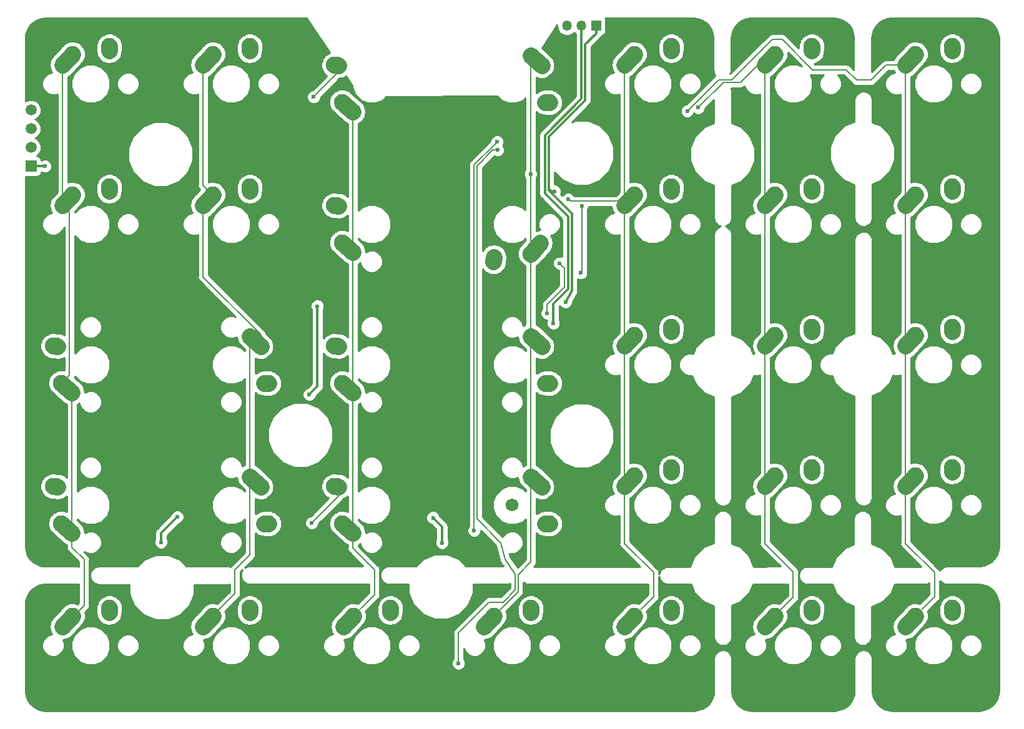
<source format=gbr>
G04 #@! TF.GenerationSoftware,KiCad,Pcbnew,(5.0.0)*
G04 #@! TF.CreationDate,2018-09-21T23:36:36+03:00*
G04 #@! TF.ProjectId,PROJECT,50524F4A4543542E6B696361645F7063,rev?*
G04 #@! TF.SameCoordinates,Original*
G04 #@! TF.FileFunction,Copper,L1,Top,Signal*
G04 #@! TF.FilePolarity,Positive*
%FSLAX46Y46*%
G04 Gerber Fmt 4.6, Leading zero omitted, Abs format (unit mm)*
G04 Created by KiCad (PCBNEW (5.0.0)) date 09/21/18 23:36:36*
%MOMM*%
%LPD*%
G01*
G04 APERTURE LIST*
G04 #@! TA.AperFunction,ComponentPad*
%ADD10C,2.250000*%
G04 #@! TD*
G04 #@! TA.AperFunction,Conductor*
%ADD11C,2.250000*%
G04 #@! TD*
G04 #@! TA.AperFunction,ComponentPad*
%ADD12R,1.350000X1.350000*%
G04 #@! TD*
G04 #@! TA.AperFunction,ComponentPad*
%ADD13O,1.350000X1.350000*%
G04 #@! TD*
G04 #@! TA.AperFunction,ComponentPad*
%ADD14C,1.500000*%
G04 #@! TD*
G04 #@! TA.AperFunction,ComponentPad*
%ADD15R,1.500000X1.500000*%
G04 #@! TD*
G04 #@! TA.AperFunction,ConnectorPad*
%ADD16C,1.750000*%
G04 #@! TD*
G04 #@! TA.AperFunction,ViaPad*
%ADD17C,0.600000*%
G04 #@! TD*
G04 #@! TA.AperFunction,Conductor*
%ADD18C,0.355600*%
G04 #@! TD*
G04 #@! TA.AperFunction,Conductor*
%ADD19C,0.203200*%
G04 #@! TD*
G04 #@! TA.AperFunction,Conductor*
%ADD20C,0.254000*%
G04 #@! TD*
G04 APERTURE END LIST*
D10*
G04 #@! TO.P,MX27,1*
G04 #@! TO.N,COL5*
X149900000Y-110300000D03*
X149245001Y-111030000D03*
D11*
G04 #@! TD*
G04 #@! TO.N,COL5*
G04 #@! TO.C,MX27*
X148590000Y-111760000D02*
X149900002Y-110300000D01*
D10*
G04 #@! TO.P,MX27,2*
G04 #@! TO.N,Net-(D27-Pad2)*
X154940000Y-109220000D03*
X154920000Y-109510000D03*
D11*
G04 #@! TD*
G04 #@! TO.N,Net-(D27-Pad2)*
G04 #@! TO.C,MX27*
X154900000Y-109800000D02*
X154940000Y-109220000D01*
D10*
G04 #@! TO.P,MX20,2*
G04 #@! TO.N,Net-(D20-Pad2)*
X154920000Y-90460000D03*
D11*
G04 #@! TD*
G04 #@! TO.N,Net-(D20-Pad2)*
G04 #@! TO.C,MX20*
X154900000Y-90750000D02*
X154940000Y-90170000D01*
D10*
G04 #@! TO.P,MX20,2*
G04 #@! TO.N,Net-(D20-Pad2)*
X154940000Y-90170000D03*
G04 #@! TO.P,MX20,1*
G04 #@! TO.N,COL5*
X149245001Y-91980000D03*
D11*
G04 #@! TD*
G04 #@! TO.N,COL5*
G04 #@! TO.C,MX20*
X148590000Y-92710000D02*
X149900002Y-91250000D01*
D10*
G04 #@! TO.P,MX20,1*
G04 #@! TO.N,COL5*
X149900000Y-91250000D03*
G04 #@! TD*
G04 #@! TO.P,MX13,1*
G04 #@! TO.N,COL5*
X149900000Y-72200000D03*
X149245001Y-72930000D03*
D11*
G04 #@! TD*
G04 #@! TO.N,COL5*
G04 #@! TO.C,MX13*
X148590000Y-73660000D02*
X149900002Y-72200000D01*
D10*
G04 #@! TO.P,MX13,2*
G04 #@! TO.N,Net-(D13-Pad2)*
X154940000Y-71120000D03*
X154920000Y-71410000D03*
D11*
G04 #@! TD*
G04 #@! TO.N,Net-(D13-Pad2)*
G04 #@! TO.C,MX13*
X154900000Y-71700000D02*
X154940000Y-71120000D01*
D12*
G04 #@! TO.P,k1,1*
G04 #@! TO.N,VCC*
X125689360Y-49286160D03*
D13*
G04 #@! TO.P,k1,2*
G04 #@! TO.N,VCC_S*
X123689360Y-49286160D03*
G04 #@! TO.P,k1,3*
G04 #@! TO.N,N/C*
X121689360Y-49286160D03*
G04 #@! TD*
D14*
G04 #@! TO.P,J1,4*
G04 #@! TO.N,SWCLK*
X49049940Y-60706000D03*
G04 #@! TO.P,J1,3*
G04 #@! TO.N,SWDIO*
X49049940Y-63246000D03*
G04 #@! TO.P,J1,2*
G04 #@! TO.N,GND_BAT*
X49049940Y-65786000D03*
D15*
G04 #@! TO.P,J1,1*
G04 #@! TO.N,VCC*
X49049940Y-68326000D03*
G04 #@! TD*
D10*
G04 #@! TO.P,MX1,2*
G04 #@! TO.N,Net-(D1-Pad2)*
X59670000Y-52360000D03*
D11*
G04 #@! TD*
G04 #@! TO.N,Net-(D1-Pad2)*
G04 #@! TO.C,MX1*
X59650000Y-52650000D02*
X59690000Y-52070000D01*
D10*
G04 #@! TO.P,MX1,2*
G04 #@! TO.N,Net-(D1-Pad2)*
X59690000Y-52070000D03*
G04 #@! TO.P,MX1,1*
G04 #@! TO.N,COL0*
X53995001Y-53880000D03*
D11*
G04 #@! TD*
G04 #@! TO.N,COL0*
G04 #@! TO.C,MX1*
X53340000Y-54610000D02*
X54650002Y-53150000D01*
D10*
G04 #@! TO.P,MX1,1*
G04 #@! TO.N,COL0*
X54650000Y-53150000D03*
G04 #@! TD*
G04 #@! TO.P,MX2,1*
G04 #@! TO.N,COL1*
X73700000Y-53150000D03*
X73045001Y-53880000D03*
D11*
G04 #@! TD*
G04 #@! TO.N,COL1*
G04 #@! TO.C,MX2*
X72390000Y-54610000D02*
X73700002Y-53150000D01*
D10*
G04 #@! TO.P,MX2,2*
G04 #@! TO.N,Net-(D2-Pad2)*
X78740000Y-52070000D03*
X78720000Y-52360000D03*
D11*
G04 #@! TD*
G04 #@! TO.N,Net-(D2-Pad2)*
G04 #@! TO.C,MX2*
X78700000Y-52650000D02*
X78740000Y-52070000D01*
D10*
G04 #@! TO.P,MX3,2*
G04 #@! TO.N,Net-(D3-Pad2)*
X90460000Y-54630000D03*
D11*
G04 #@! TD*
G04 #@! TO.N,Net-(D3-Pad2)*
G04 #@! TO.C,MX3*
X90750000Y-54650000D02*
X90170000Y-54610000D01*
D10*
G04 #@! TO.P,MX3,2*
G04 #@! TO.N,Net-(D3-Pad2)*
X90170000Y-54610000D03*
G04 #@! TO.P,MX3,1*
G04 #@! TO.N,COL2*
X91980000Y-60304999D03*
D11*
G04 #@! TD*
G04 #@! TO.N,COL2*
G04 #@! TO.C,MX3*
X92710000Y-60960000D02*
X91250000Y-59649998D01*
D10*
G04 #@! TO.P,MX3,1*
G04 #@! TO.N,COL2*
X91250000Y-59650000D03*
G04 #@! TD*
G04 #@! TO.P,MX4,2*
G04 #@! TO.N,Net-(D4-Pad2)*
X119090000Y-59670000D03*
D11*
G04 #@! TD*
G04 #@! TO.N,Net-(D4-Pad2)*
G04 #@! TO.C,MX4*
X118800000Y-59650000D02*
X119380000Y-59690000D01*
D10*
G04 #@! TO.P,MX4,2*
G04 #@! TO.N,Net-(D4-Pad2)*
X119380000Y-59690000D03*
G04 #@! TO.P,MX4,1*
G04 #@! TO.N,COL3*
X117570000Y-53995001D03*
D11*
G04 #@! TD*
G04 #@! TO.N,COL3*
G04 #@! TO.C,MX4*
X116840000Y-53340000D02*
X118300000Y-54650002D01*
D10*
G04 #@! TO.P,MX4,1*
G04 #@! TO.N,COL3*
X118300000Y-54650000D03*
D16*
G04 #@! TO.P,MX4,*
G04 #@! TO.N,*
X114300000Y-114300000D03*
G04 #@! TD*
D10*
G04 #@! TO.P,MX5,2*
G04 #@! TO.N,Net-(D5-Pad2)*
X135870000Y-52360000D03*
D11*
G04 #@! TD*
G04 #@! TO.N,Net-(D5-Pad2)*
G04 #@! TO.C,MX5*
X135850000Y-52650000D02*
X135890000Y-52070000D01*
D10*
G04 #@! TO.P,MX5,2*
G04 #@! TO.N,Net-(D5-Pad2)*
X135890000Y-52070000D03*
G04 #@! TO.P,MX5,1*
G04 #@! TO.N,COL4*
X130195001Y-53880000D03*
D11*
G04 #@! TD*
G04 #@! TO.N,COL4*
G04 #@! TO.C,MX5*
X129540000Y-54610000D02*
X130850002Y-53150000D01*
D10*
G04 #@! TO.P,MX5,1*
G04 #@! TO.N,COL4*
X130850000Y-53150000D03*
G04 #@! TD*
G04 #@! TO.P,MX6,2*
G04 #@! TO.N,Net-(D6-Pad2)*
X154920000Y-52360000D03*
D11*
G04 #@! TD*
G04 #@! TO.N,Net-(D6-Pad2)*
G04 #@! TO.C,MX6*
X154900000Y-52650000D02*
X154940000Y-52070000D01*
D10*
G04 #@! TO.P,MX6,2*
G04 #@! TO.N,Net-(D6-Pad2)*
X154940000Y-52070000D03*
G04 #@! TO.P,MX6,1*
G04 #@! TO.N,COL5*
X149245001Y-53880000D03*
D11*
G04 #@! TD*
G04 #@! TO.N,COL5*
G04 #@! TO.C,MX6*
X148590000Y-54610000D02*
X149900002Y-53150000D01*
D10*
G04 #@! TO.P,MX6,1*
G04 #@! TO.N,COL5*
X149900000Y-53150000D03*
G04 #@! TD*
G04 #@! TO.P,MX7,1*
G04 #@! TO.N,COL6*
X168950000Y-53150000D03*
X168295001Y-53880000D03*
D11*
G04 #@! TD*
G04 #@! TO.N,COL6*
G04 #@! TO.C,MX7*
X167640000Y-54610000D02*
X168950002Y-53150000D01*
D10*
G04 #@! TO.P,MX7,2*
G04 #@! TO.N,Net-(D7-Pad2)*
X173990000Y-52070000D03*
X173970000Y-52360000D03*
D11*
G04 #@! TD*
G04 #@! TO.N,Net-(D7-Pad2)*
G04 #@! TO.C,MX7*
X173950000Y-52650000D02*
X173990000Y-52070000D01*
D10*
G04 #@! TO.P,MX8,2*
G04 #@! TO.N,Net-(D8-Pad2)*
X59670000Y-71410000D03*
D11*
G04 #@! TD*
G04 #@! TO.N,Net-(D8-Pad2)*
G04 #@! TO.C,MX8*
X59650000Y-71700000D02*
X59690000Y-71120000D01*
D10*
G04 #@! TO.P,MX8,2*
G04 #@! TO.N,Net-(D8-Pad2)*
X59690000Y-71120000D03*
G04 #@! TO.P,MX8,1*
G04 #@! TO.N,COL0*
X53995001Y-72930000D03*
D11*
G04 #@! TD*
G04 #@! TO.N,COL0*
G04 #@! TO.C,MX8*
X53340000Y-73660000D02*
X54650002Y-72200000D01*
D10*
G04 #@! TO.P,MX8,1*
G04 #@! TO.N,COL0*
X54650000Y-72200000D03*
G04 #@! TD*
G04 #@! TO.P,MX9,2*
G04 #@! TO.N,Net-(D9-Pad2)*
X78720000Y-71410000D03*
D11*
G04 #@! TD*
G04 #@! TO.N,Net-(D9-Pad2)*
G04 #@! TO.C,MX9*
X78700000Y-71700000D02*
X78740000Y-71120000D01*
D10*
G04 #@! TO.P,MX9,2*
G04 #@! TO.N,Net-(D9-Pad2)*
X78740000Y-71120000D03*
G04 #@! TO.P,MX9,1*
G04 #@! TO.N,COL1*
X73045001Y-72930000D03*
D11*
G04 #@! TD*
G04 #@! TO.N,COL1*
G04 #@! TO.C,MX9*
X72390000Y-73660000D02*
X73700002Y-72200000D01*
D10*
G04 #@! TO.P,MX9,1*
G04 #@! TO.N,COL1*
X73700000Y-72200000D03*
G04 #@! TD*
G04 #@! TO.P,MX10,2*
G04 #@! TO.N,Net-(D10-Pad2)*
X90460000Y-73680000D03*
D11*
G04 #@! TD*
G04 #@! TO.N,Net-(D10-Pad2)*
G04 #@! TO.C,MX10*
X90750000Y-73700000D02*
X90170000Y-73660000D01*
D10*
G04 #@! TO.P,MX10,2*
G04 #@! TO.N,Net-(D10-Pad2)*
X90170000Y-73660000D03*
G04 #@! TO.P,MX10,1*
G04 #@! TO.N,COL2*
X91980000Y-79354999D03*
D11*
G04 #@! TD*
G04 #@! TO.N,COL2*
G04 #@! TO.C,MX10*
X92710000Y-80010000D02*
X91250000Y-78699998D01*
D10*
G04 #@! TO.P,MX10,1*
G04 #@! TO.N,COL2*
X91250000Y-78700000D03*
G04 #@! TD*
G04 #@! TO.P,MX11,2*
G04 #@! TO.N,Net-(D11-Pad2)*
X111780000Y-80990000D03*
D11*
G04 #@! TD*
G04 #@! TO.N,Net-(D11-Pad2)*
G04 #@! TO.C,MX11*
X111800000Y-80700000D02*
X111760000Y-81280000D01*
D10*
G04 #@! TO.P,MX11,2*
G04 #@! TO.N,Net-(D11-Pad2)*
X111760000Y-81280000D03*
G04 #@! TO.P,MX11,1*
G04 #@! TO.N,COL3*
X117454999Y-79470000D03*
D11*
G04 #@! TD*
G04 #@! TO.N,COL3*
G04 #@! TO.C,MX11*
X118110000Y-78740000D02*
X116799998Y-80200000D01*
D10*
G04 #@! TO.P,MX11,1*
G04 #@! TO.N,COL3*
X116800000Y-80200000D03*
G04 #@! TD*
G04 #@! TO.P,MX12,2*
G04 #@! TO.N,Net-(D12-Pad2)*
X135870000Y-71410000D03*
D11*
G04 #@! TD*
G04 #@! TO.N,Net-(D12-Pad2)*
G04 #@! TO.C,MX12*
X135850000Y-71700000D02*
X135890000Y-71120000D01*
D10*
G04 #@! TO.P,MX12,2*
G04 #@! TO.N,Net-(D12-Pad2)*
X135890000Y-71120000D03*
G04 #@! TO.P,MX12,1*
G04 #@! TO.N,COL4*
X130195001Y-72930000D03*
D11*
G04 #@! TD*
G04 #@! TO.N,COL4*
G04 #@! TO.C,MX12*
X129540000Y-73660000D02*
X130850002Y-72200000D01*
D10*
G04 #@! TO.P,MX12,1*
G04 #@! TO.N,COL4*
X130850000Y-72200000D03*
G04 #@! TD*
G04 #@! TO.P,MX14,1*
G04 #@! TO.N,COL6*
X168950000Y-72200000D03*
X168295001Y-72930000D03*
D11*
G04 #@! TD*
G04 #@! TO.N,COL6*
G04 #@! TO.C,MX14*
X167640000Y-73660000D02*
X168950002Y-72200000D01*
D10*
G04 #@! TO.P,MX14,2*
G04 #@! TO.N,Net-(D14-Pad2)*
X173990000Y-71120000D03*
X173970000Y-71410000D03*
D11*
G04 #@! TD*
G04 #@! TO.N,Net-(D14-Pad2)*
G04 #@! TO.C,MX14*
X173950000Y-71700000D02*
X173990000Y-71120000D01*
D10*
G04 #@! TO.P,MX15,2*
G04 #@! TO.N,Net-(D15-Pad2)*
X52360000Y-92730000D03*
D11*
G04 #@! TD*
G04 #@! TO.N,Net-(D15-Pad2)*
G04 #@! TO.C,MX15*
X52650000Y-92750000D02*
X52070000Y-92710000D01*
D10*
G04 #@! TO.P,MX15,2*
G04 #@! TO.N,Net-(D15-Pad2)*
X52070000Y-92710000D03*
G04 #@! TO.P,MX15,1*
G04 #@! TO.N,COL0*
X53880000Y-98404999D03*
D11*
G04 #@! TD*
G04 #@! TO.N,COL0*
G04 #@! TO.C,MX15*
X54610000Y-99060000D02*
X53150000Y-97749998D01*
D10*
G04 #@! TO.P,MX15,1*
G04 #@! TO.N,COL0*
X53150000Y-97750000D03*
G04 #@! TD*
G04 #@! TO.P,MX16,2*
G04 #@! TO.N,Net-(D16-Pad2)*
X80990000Y-97770000D03*
D11*
G04 #@! TD*
G04 #@! TO.N,Net-(D16-Pad2)*
G04 #@! TO.C,MX16*
X80700000Y-97750000D02*
X81280000Y-97790000D01*
D10*
G04 #@! TO.P,MX16,2*
G04 #@! TO.N,Net-(D16-Pad2)*
X81280000Y-97790000D03*
G04 #@! TO.P,MX16,1*
G04 #@! TO.N,COL1*
X79470000Y-92095001D03*
D11*
G04 #@! TD*
G04 #@! TO.N,COL1*
G04 #@! TO.C,MX16*
X78740000Y-91440000D02*
X80200000Y-92750002D01*
D10*
G04 #@! TO.P,MX16,1*
G04 #@! TO.N,COL1*
X80200000Y-92750000D03*
G04 #@! TD*
G04 #@! TO.P,MX17,1*
G04 #@! TO.N,COL2*
X91250000Y-97750000D03*
X91980000Y-98404999D03*
D11*
G04 #@! TD*
G04 #@! TO.N,COL2*
G04 #@! TO.C,MX17*
X92710000Y-99060000D02*
X91250000Y-97749998D01*
D10*
G04 #@! TO.P,MX17,2*
G04 #@! TO.N,Net-(D17-Pad2)*
X90170000Y-92710000D03*
X90460000Y-92730000D03*
D11*
G04 #@! TD*
G04 #@! TO.N,Net-(D17-Pad2)*
G04 #@! TO.C,MX17*
X90750000Y-92750000D02*
X90170000Y-92710000D01*
D10*
G04 #@! TO.P,MX18,1*
G04 #@! TO.N,COL3*
X118300000Y-92750000D03*
X117570000Y-92095001D03*
D11*
G04 #@! TD*
G04 #@! TO.N,COL3*
G04 #@! TO.C,MX18*
X116840000Y-91440000D02*
X118300000Y-92750002D01*
D10*
G04 #@! TO.P,MX18,2*
G04 #@! TO.N,Net-(D18-Pad2)*
X119380000Y-97790000D03*
X119090000Y-97770000D03*
D11*
G04 #@! TD*
G04 #@! TO.N,Net-(D18-Pad2)*
G04 #@! TO.C,MX18*
X118800000Y-97750000D02*
X119380000Y-97790000D01*
D10*
G04 #@! TO.P,MX19,2*
G04 #@! TO.N,Net-(D19-Pad2)*
X135870000Y-90460000D03*
D11*
G04 #@! TD*
G04 #@! TO.N,Net-(D19-Pad2)*
G04 #@! TO.C,MX19*
X135850000Y-90750000D02*
X135890000Y-90170000D01*
D10*
G04 #@! TO.P,MX19,2*
G04 #@! TO.N,Net-(D19-Pad2)*
X135890000Y-90170000D03*
G04 #@! TO.P,MX19,1*
G04 #@! TO.N,COL4*
X130195001Y-91980000D03*
D11*
G04 #@! TD*
G04 #@! TO.N,COL4*
G04 #@! TO.C,MX19*
X129540000Y-92710000D02*
X130850002Y-91250000D01*
D10*
G04 #@! TO.P,MX19,1*
G04 #@! TO.N,COL4*
X130850000Y-91250000D03*
G04 #@! TD*
G04 #@! TO.P,MX21,1*
G04 #@! TO.N,COL6*
X168950000Y-91250000D03*
X168295001Y-91980000D03*
D11*
G04 #@! TD*
G04 #@! TO.N,COL6*
G04 #@! TO.C,MX21*
X167640000Y-92710000D02*
X168950002Y-91250000D01*
D10*
G04 #@! TO.P,MX21,2*
G04 #@! TO.N,Net-(D21-Pad2)*
X173990000Y-90170000D03*
X173970000Y-90460000D03*
D11*
G04 #@! TD*
G04 #@! TO.N,Net-(D21-Pad2)*
G04 #@! TO.C,MX21*
X173950000Y-90750000D02*
X173990000Y-90170000D01*
D10*
G04 #@! TO.P,MX22,1*
G04 #@! TO.N,COL0*
X53150000Y-116800000D03*
X53880000Y-117454999D03*
D11*
G04 #@! TD*
G04 #@! TO.N,COL0*
G04 #@! TO.C,MX22*
X54610000Y-118110000D02*
X53150000Y-116799998D01*
D10*
G04 #@! TO.P,MX22,2*
G04 #@! TO.N,Net-(D22-Pad2)*
X52070000Y-111760000D03*
X52360000Y-111780000D03*
D11*
G04 #@! TD*
G04 #@! TO.N,Net-(D22-Pad2)*
G04 #@! TO.C,MX22*
X52650000Y-111800000D02*
X52070000Y-111760000D01*
D10*
G04 #@! TO.P,MX23,1*
G04 #@! TO.N,COL1*
X80200000Y-111800000D03*
X79470000Y-111145001D03*
D11*
G04 #@! TD*
G04 #@! TO.N,COL1*
G04 #@! TO.C,MX23*
X78740000Y-110490000D02*
X80200000Y-111800002D01*
D10*
G04 #@! TO.P,MX23,2*
G04 #@! TO.N,Net-(D23-Pad2)*
X81280000Y-116840000D03*
X80990000Y-116820000D03*
D11*
G04 #@! TD*
G04 #@! TO.N,Net-(D23-Pad2)*
G04 #@! TO.C,MX23*
X80700000Y-116800000D02*
X81280000Y-116840000D01*
D10*
G04 #@! TO.P,MX24,2*
G04 #@! TO.N,Net-(D24-Pad2)*
X90460000Y-111780000D03*
D11*
G04 #@! TD*
G04 #@! TO.N,Net-(D24-Pad2)*
G04 #@! TO.C,MX24*
X90750000Y-111800000D02*
X90170000Y-111760000D01*
D10*
G04 #@! TO.P,MX24,2*
G04 #@! TO.N,Net-(D24-Pad2)*
X90170000Y-111760000D03*
G04 #@! TO.P,MX24,1*
G04 #@! TO.N,COL2*
X91980000Y-117454999D03*
D11*
G04 #@! TD*
G04 #@! TO.N,COL2*
G04 #@! TO.C,MX24*
X92710000Y-118110000D02*
X91250000Y-116799998D01*
D10*
G04 #@! TO.P,MX24,1*
G04 #@! TO.N,COL2*
X91250000Y-116800000D03*
G04 #@! TD*
G04 #@! TO.P,MX25,1*
G04 #@! TO.N,COL3*
X118300000Y-111800000D03*
X117570000Y-111145001D03*
D11*
G04 #@! TD*
G04 #@! TO.N,COL3*
G04 #@! TO.C,MX25*
X116840000Y-110490000D02*
X118300000Y-111800002D01*
D10*
G04 #@! TO.P,MX25,2*
G04 #@! TO.N,Net-(D25-Pad2)*
X119380000Y-116840000D03*
X119090000Y-116820000D03*
D11*
G04 #@! TD*
G04 #@! TO.N,Net-(D25-Pad2)*
G04 #@! TO.C,MX25*
X118800000Y-116800000D02*
X119380000Y-116840000D01*
D10*
G04 #@! TO.P,MX26,2*
G04 #@! TO.N,Net-(D26-Pad2)*
X135870000Y-109510000D03*
D11*
G04 #@! TD*
G04 #@! TO.N,Net-(D26-Pad2)*
G04 #@! TO.C,MX26*
X135850000Y-109800000D02*
X135890000Y-109220000D01*
D10*
G04 #@! TO.P,MX26,2*
G04 #@! TO.N,Net-(D26-Pad2)*
X135890000Y-109220000D03*
G04 #@! TO.P,MX26,1*
G04 #@! TO.N,COL4*
X130195001Y-111030000D03*
D11*
G04 #@! TD*
G04 #@! TO.N,COL4*
G04 #@! TO.C,MX26*
X129540000Y-111760000D02*
X130850002Y-110300000D01*
D10*
G04 #@! TO.P,MX26,1*
G04 #@! TO.N,COL4*
X130850000Y-110300000D03*
G04 #@! TD*
G04 #@! TO.P,MX28,2*
G04 #@! TO.N,Net-(D28-Pad2)*
X173970000Y-109510000D03*
D11*
G04 #@! TD*
G04 #@! TO.N,Net-(D28-Pad2)*
G04 #@! TO.C,MX28*
X173950000Y-109800000D02*
X173990000Y-109220000D01*
D10*
G04 #@! TO.P,MX28,2*
G04 #@! TO.N,Net-(D28-Pad2)*
X173990000Y-109220000D03*
G04 #@! TO.P,MX28,1*
G04 #@! TO.N,COL6*
X168295001Y-111030000D03*
D11*
G04 #@! TD*
G04 #@! TO.N,COL6*
G04 #@! TO.C,MX28*
X167640000Y-111760000D02*
X168950002Y-110300000D01*
D10*
G04 #@! TO.P,MX28,1*
G04 #@! TO.N,COL6*
X168950000Y-110300000D03*
G04 #@! TD*
G04 #@! TO.P,MX29,1*
G04 #@! TO.N,COL0*
X54650000Y-129350000D03*
X53995001Y-130080000D03*
D11*
G04 #@! TD*
G04 #@! TO.N,COL0*
G04 #@! TO.C,MX29*
X53340000Y-130810000D02*
X54650002Y-129350000D01*
D10*
G04 #@! TO.P,MX29,2*
G04 #@! TO.N,Net-(D29-Pad2)*
X59690000Y-128270000D03*
X59670000Y-128560000D03*
D11*
G04 #@! TD*
G04 #@! TO.N,Net-(D29-Pad2)*
G04 #@! TO.C,MX29*
X59650000Y-128850000D02*
X59690000Y-128270000D01*
D10*
G04 #@! TO.P,MX30,1*
G04 #@! TO.N,COL1*
X73700000Y-129350000D03*
X73045001Y-130080000D03*
D11*
G04 #@! TD*
G04 #@! TO.N,COL1*
G04 #@! TO.C,MX30*
X72390000Y-130810000D02*
X73700002Y-129350000D01*
D10*
G04 #@! TO.P,MX30,2*
G04 #@! TO.N,Net-(D30-Pad2)*
X78740000Y-128270000D03*
X78720000Y-128560000D03*
D11*
G04 #@! TD*
G04 #@! TO.N,Net-(D30-Pad2)*
G04 #@! TO.C,MX30*
X78700000Y-128850000D02*
X78740000Y-128270000D01*
D10*
G04 #@! TO.P,MX31,1*
G04 #@! TO.N,COL2*
X92750000Y-129350000D03*
X92095001Y-130080000D03*
D11*
G04 #@! TD*
G04 #@! TO.N,COL2*
G04 #@! TO.C,MX31*
X91440000Y-130810000D02*
X92750002Y-129350000D01*
D10*
G04 #@! TO.P,MX31,2*
G04 #@! TO.N,Net-(D31-Pad2)*
X97790000Y-128270000D03*
X97770000Y-128560000D03*
D11*
G04 #@! TD*
G04 #@! TO.N,Net-(D31-Pad2)*
G04 #@! TO.C,MX31*
X97750000Y-128850000D02*
X97790000Y-128270000D01*
D10*
G04 #@! TO.P,MX32,1*
G04 #@! TO.N,COL3*
X111800000Y-129350000D03*
X111145001Y-130080000D03*
D11*
G04 #@! TD*
G04 #@! TO.N,COL3*
G04 #@! TO.C,MX32*
X110490000Y-130810000D02*
X111800002Y-129350000D01*
D10*
G04 #@! TO.P,MX32,2*
G04 #@! TO.N,Net-(D32-Pad2)*
X116840000Y-128270000D03*
X116820000Y-128560000D03*
D11*
G04 #@! TD*
G04 #@! TO.N,Net-(D32-Pad2)*
G04 #@! TO.C,MX32*
X116800000Y-128850000D02*
X116840000Y-128270000D01*
D10*
G04 #@! TO.P,MX33,1*
G04 #@! TO.N,COL4*
X130850000Y-129350000D03*
X130195001Y-130080000D03*
D11*
G04 #@! TD*
G04 #@! TO.N,COL4*
G04 #@! TO.C,MX33*
X129540000Y-130810000D02*
X130850002Y-129350000D01*
D10*
G04 #@! TO.P,MX33,2*
G04 #@! TO.N,Net-(D33-Pad2)*
X135890000Y-128270000D03*
X135870000Y-128560000D03*
D11*
G04 #@! TD*
G04 #@! TO.N,Net-(D33-Pad2)*
G04 #@! TO.C,MX33*
X135850000Y-128850000D02*
X135890000Y-128270000D01*
D10*
G04 #@! TO.P,MX34,1*
G04 #@! TO.N,COL5*
X149900000Y-129350000D03*
X149245001Y-130080000D03*
D11*
G04 #@! TD*
G04 #@! TO.N,COL5*
G04 #@! TO.C,MX34*
X148590000Y-130810000D02*
X149900002Y-129350000D01*
D10*
G04 #@! TO.P,MX34,2*
G04 #@! TO.N,Net-(D34-Pad2)*
X154940000Y-128270000D03*
X154920000Y-128560000D03*
D11*
G04 #@! TD*
G04 #@! TO.N,Net-(D34-Pad2)*
G04 #@! TO.C,MX34*
X154900000Y-128850000D02*
X154940000Y-128270000D01*
D10*
G04 #@! TO.P,MX35,2*
G04 #@! TO.N,Net-(D35-Pad2)*
X173970000Y-128560000D03*
D11*
G04 #@! TD*
G04 #@! TO.N,Net-(D35-Pad2)*
G04 #@! TO.C,MX35*
X173950000Y-128850000D02*
X173990000Y-128270000D01*
D10*
G04 #@! TO.P,MX35,2*
G04 #@! TO.N,Net-(D35-Pad2)*
X173990000Y-128270000D03*
G04 #@! TO.P,MX35,1*
G04 #@! TO.N,COL6*
X168295001Y-130080000D03*
D11*
G04 #@! TD*
G04 #@! TO.N,COL6*
G04 #@! TO.C,MX35*
X167640000Y-130810000D02*
X168950002Y-129350000D01*
D10*
G04 #@! TO.P,MX35,1*
G04 #@! TO.N,COL6*
X168950000Y-129350000D03*
G04 #@! TD*
D17*
G04 #@! TO.N,VCC_S*
X119888000Y-89598500D03*
G04 #@! TO.N,GND_BAT*
X68897500Y-115887500D03*
X66695320Y-119368640D03*
X103568500Y-116014500D03*
X104790240Y-119414360D03*
G04 #@! TO.N,Net-(D3-Pad2)*
X87376000Y-58929000D03*
G04 #@! TO.N,ROW1*
X123748800Y-73695560D03*
X123606560Y-82804000D03*
G04 #@! TO.N,ROW2*
X120700800Y-81478120D03*
X119054880Y-88265000D03*
G04 #@! TO.N,ROW3*
X112268000Y-64998600D03*
X109148880Y-117729000D03*
G04 #@! TO.N,Net-(D24-Pad2)*
X87122000Y-116714000D03*
G04 #@! TO.N,ROW4*
X112334040Y-66131440D03*
X107015280Y-135762000D03*
G04 #@! TO.N,VCC*
X87884000Y-87312500D03*
X86802000Y-99282640D03*
X121539000Y-86741000D03*
X120045480Y-71734680D03*
X50921920Y-68331080D03*
G04 #@! TO.N,COL3*
X116800000Y-69382640D03*
G04 #@! TO.N,COL4*
X121899680Y-72781160D03*
G04 #@! TO.N,COL5*
X139522200Y-60385960D03*
G04 #@! TO.N,COL6*
X138033760Y-60853320D03*
G04 #@! TO.N,GND*
X86370160Y-111033560D03*
X84886800Y-99293680D03*
X100797360Y-66126360D03*
X81798160Y-60899040D03*
X82961480Y-109347000D03*
X72898000Y-119349520D03*
X81036160Y-119786400D03*
X90063320Y-120009920D03*
X99979480Y-119598440D03*
X96936560Y-117916960D03*
X152862280Y-101803200D03*
X146573240Y-102158800D03*
X145877280Y-85288120D03*
X118191280Y-104785160D03*
X153248360Y-139755880D03*
X152582880Y-64810640D03*
X155666440Y-58724800D03*
X151947880Y-49692560D03*
X172689520Y-64536320D03*
X132740400Y-62590680D03*
X129814320Y-50180240D03*
X132389880Y-80741520D03*
X126573280Y-85308440D03*
X74452480Y-61285120D03*
X120472200Y-79258160D03*
X82966560Y-114919760D03*
X59877960Y-89992200D03*
X51226720Y-83037680D03*
X132067300Y-138803380D03*
G04 #@! TD*
D18*
G04 #@! TO.N,VCC_S*
X123689360Y-49286160D02*
X123689360Y-59170704D01*
X123689360Y-59170704D02*
X118744989Y-64115075D01*
X118744989Y-64115075D02*
X118744989Y-72011529D01*
X118744989Y-72011529D02*
X121856500Y-75123040D01*
X121856500Y-75123040D02*
X121856500Y-85006564D01*
X119888000Y-86975064D02*
X119888000Y-89598500D01*
X121856500Y-85006564D02*
X119888000Y-86975064D01*
G04 #@! TO.N,GND_BAT*
X68897500Y-115887500D02*
X66695320Y-118089680D01*
X66695320Y-118089680D02*
X66695320Y-119368640D01*
X103568500Y-116014500D02*
X104790240Y-117236240D01*
X104790240Y-117236240D02*
X104790240Y-119414360D01*
D19*
G04 #@! TO.N,Net-(D3-Pad2)*
X90750000Y-54650000D02*
X90750000Y-55555000D01*
X90750000Y-55555000D02*
X87376000Y-58929000D01*
G04 #@! TO.N,ROW1*
X123748800Y-82661760D02*
X123606560Y-82804000D01*
X123748800Y-73695560D02*
X123748800Y-82661760D01*
G04 #@! TO.N,ROW2*
X120700800Y-81478120D02*
X121396760Y-82174080D01*
X121396760Y-82174080D02*
X121396760Y-84764880D01*
X119054880Y-87106760D02*
X119054880Y-88265000D01*
X121396760Y-84764880D02*
X119054880Y-87106760D01*
G04 #@! TO.N,ROW3*
X111968001Y-65298599D02*
X111968001Y-65303679D01*
X112268000Y-64998600D02*
X111968001Y-65298599D01*
X109148880Y-68122800D02*
X109148880Y-117729000D01*
X111968001Y-65303679D02*
X109148880Y-68122800D01*
G04 #@! TO.N,Net-(D24-Pad2)*
X90750000Y-111800000D02*
X90750000Y-113086000D01*
X90750000Y-113086000D02*
X87122000Y-116714000D01*
G04 #@! TO.N,ROW4*
X107015280Y-131648200D02*
X107015280Y-135762000D01*
X111165640Y-127497840D02*
X107015280Y-131648200D01*
X113065560Y-127497840D02*
X111165640Y-127497840D01*
X114731800Y-123697019D02*
X114731800Y-125831600D01*
X113339880Y-121630440D02*
X114731800Y-123697019D01*
X112770920Y-119405400D02*
X113339880Y-121630440D01*
X114731800Y-125831600D02*
X113065560Y-127497840D01*
X112334040Y-66131440D02*
X111909776Y-66131440D01*
X111904696Y-66136520D02*
X111648240Y-66136520D01*
X111648240Y-66136520D02*
X109519720Y-68265040D01*
X109519720Y-68265040D02*
X109519720Y-116154200D01*
X111909776Y-66131440D02*
X111904696Y-66136520D01*
X109519720Y-116154200D02*
X112770920Y-119405400D01*
D18*
G04 #@! TO.N,VCC*
X87884000Y-98200640D02*
X86802000Y-99282640D01*
X87884000Y-87312500D02*
X87884000Y-98200640D01*
X125689360Y-50316760D02*
X125689360Y-49286160D01*
X124206000Y-51800120D02*
X125689360Y-50316760D01*
X124206000Y-59372500D02*
X124206000Y-51800120D01*
X119253000Y-68326000D02*
X119253000Y-64325500D01*
X119253000Y-64325500D02*
X124206000Y-59372500D01*
X121539000Y-86741000D02*
X122364500Y-85217000D01*
X119253000Y-71645780D02*
X122364500Y-74757280D01*
X119253000Y-68326000D02*
X119253000Y-71645780D01*
X122364500Y-85217000D02*
X122364500Y-74757280D01*
X119532316Y-71645780D02*
X119253000Y-71645780D01*
X119621216Y-71734680D02*
X119532316Y-71645780D01*
X120045480Y-71734680D02*
X119621216Y-71734680D01*
X49055020Y-68331080D02*
X49049940Y-68326000D01*
X50921920Y-68331080D02*
X49055020Y-68331080D01*
D19*
G04 #@! TO.N,COL0*
X53340000Y-54610000D02*
X53340000Y-73660000D01*
X54274999Y-96625001D02*
X53150000Y-97750000D01*
X54274999Y-74594999D02*
X54274999Y-96625001D01*
X53340000Y-73660000D02*
X54274999Y-74594999D01*
X54610000Y-115340000D02*
X54610000Y-118110000D01*
X54610000Y-99060000D02*
X54610000Y-115340000D01*
X56261000Y-127889000D02*
X56261000Y-121666000D01*
X53340000Y-130810000D02*
X56261000Y-127889000D01*
X54610000Y-120015000D02*
X54610000Y-118110000D01*
X56261000Y-121666000D02*
X54610000Y-120015000D01*
G04 #@! TO.N,COL1*
X72390000Y-70890000D02*
X73700000Y-72200000D01*
X72390000Y-54610000D02*
X72390000Y-70890000D01*
X80200000Y-91159010D02*
X80200000Y-92750000D01*
X72390000Y-83349010D02*
X80200000Y-91159010D01*
X72390000Y-73660000D02*
X72390000Y-83349010D01*
X78740000Y-91440000D02*
X78740000Y-110490000D01*
X78740000Y-110490000D02*
X78740000Y-121031000D01*
X78740000Y-121031000D02*
X76708000Y-123063000D01*
X72390000Y-130660000D02*
X72390000Y-130810000D01*
X76708000Y-126342000D02*
X72390000Y-130660000D01*
X76708000Y-123063000D02*
X76708000Y-126342000D01*
G04 #@! TO.N,COL2*
X92710000Y-60960000D02*
X92710000Y-80010000D01*
X92710000Y-80010000D02*
X92710000Y-99060000D01*
X92710000Y-99060000D02*
X92710000Y-118110000D01*
X92710000Y-118110000D02*
X92710000Y-120142000D01*
X92710000Y-120142000D02*
X95631000Y-123063000D01*
X91440000Y-130660000D02*
X91440000Y-130810000D01*
X95631000Y-126469000D02*
X91440000Y-130660000D01*
X95631000Y-123063000D02*
X95631000Y-126469000D01*
G04 #@! TO.N,COL3*
X116840000Y-53340000D02*
X116800000Y-53380000D01*
X116840000Y-91440000D02*
X116840000Y-110490000D01*
X116800000Y-91400000D02*
X116800000Y-80050000D01*
X116840000Y-91440000D02*
X116800000Y-91400000D01*
X116800000Y-80050000D02*
X118110000Y-78740000D01*
X115087411Y-123733537D02*
X115087411Y-126062589D01*
X116840000Y-110490000D02*
X116840000Y-121980948D01*
X116840000Y-121980948D02*
X115087411Y-123733537D01*
X112924999Y-128225001D02*
X111800000Y-129350000D01*
X115087411Y-126062589D02*
X112924999Y-128225001D01*
X116800000Y-53380000D02*
X116800000Y-69382640D01*
X116800000Y-69382640D02*
X116800000Y-80200000D01*
G04 #@! TO.N,COL4*
X129540000Y-54610000D02*
X129540000Y-73660000D01*
X129540000Y-89940000D02*
X129540000Y-92710000D01*
X129540000Y-73660000D02*
X129540000Y-89940000D01*
X129540000Y-92710000D02*
X129540000Y-111760000D01*
X129540000Y-111760000D02*
X129540000Y-119507000D01*
X129540000Y-119507000D02*
X133477000Y-123444000D01*
X129540000Y-130660000D02*
X129540000Y-130810000D01*
X133477000Y-126723000D02*
X129540000Y-130660000D01*
X133477000Y-123444000D02*
X133477000Y-126723000D01*
X128961159Y-73081159D02*
X129540000Y-73660000D01*
X122199679Y-73081159D02*
X128961159Y-73081159D01*
X121899680Y-72781160D02*
X122199679Y-73081159D01*
G04 #@! TO.N,COL5*
X148590000Y-54610000D02*
X148590000Y-73660000D01*
X148590000Y-73660000D02*
X148590000Y-92710000D01*
X148590000Y-92710000D02*
X148590000Y-111760000D01*
X148590000Y-111760000D02*
X148590000Y-119507000D01*
X148590000Y-119507000D02*
X152400000Y-123317000D01*
X148590000Y-130660000D02*
X148590000Y-130810000D01*
X152400000Y-126850000D02*
X148590000Y-130660000D01*
X152400000Y-123317000D02*
X152400000Y-126850000D01*
X139522200Y-60385960D02*
X142941029Y-56967131D01*
X142941029Y-56967131D02*
X145242269Y-56967131D01*
X147599400Y-54610000D02*
X148590000Y-54610000D01*
X145242269Y-56967131D02*
X147599400Y-54610000D01*
G04 #@! TO.N,COL6*
X167640000Y-54610000D02*
X167640000Y-73660000D01*
X167640000Y-73660000D02*
X167640000Y-92710000D01*
X167640000Y-92710000D02*
X167640000Y-111760000D01*
X167640000Y-111760000D02*
X167640000Y-119507000D01*
X167640000Y-119507000D02*
X171577000Y-123444000D01*
X167640000Y-130660000D02*
X167640000Y-130810000D01*
X171577000Y-126723000D02*
X167640000Y-130660000D01*
X171577000Y-123444000D02*
X171577000Y-126723000D01*
X167640000Y-54610000D02*
X165003480Y-54610000D01*
X165003480Y-54610000D02*
X162956240Y-56657240D01*
X162956240Y-56657240D02*
X160980120Y-56657240D01*
X160980120Y-56657240D02*
X159567880Y-55245000D01*
X159567880Y-55245000D02*
X155041600Y-55245000D01*
X155041600Y-55245000D02*
X150921720Y-51125120D01*
X150921720Y-51125120D02*
X149590760Y-51125120D01*
X149590760Y-51125120D02*
X144104360Y-56611520D01*
X144104360Y-56611520D02*
X142275560Y-56611520D01*
X142275560Y-56611520D02*
X138033760Y-60853320D01*
G04 #@! TD*
D20*
G04 #@! TO.N,GND*
G36*
X89570365Y-52925188D02*
X89392695Y-53026960D01*
X89173040Y-53117944D01*
X89091488Y-53199496D01*
X88991421Y-53256816D01*
X88846060Y-53444924D01*
X88677944Y-53613040D01*
X88633808Y-53719594D01*
X88563294Y-53810844D01*
X88500984Y-54040260D01*
X88410000Y-54259914D01*
X88410000Y-54375246D01*
X88379773Y-54486537D01*
X88410000Y-54722336D01*
X88410000Y-54960086D01*
X88454136Y-55066640D01*
X88468799Y-55181024D01*
X88586960Y-55387305D01*
X88677944Y-55606960D01*
X88759496Y-55688512D01*
X88816816Y-55788579D01*
X89004924Y-55933940D01*
X89167137Y-56096153D01*
X87269291Y-57994000D01*
X87190017Y-57994000D01*
X86846365Y-58136345D01*
X86583345Y-58399365D01*
X86441000Y-58743017D01*
X86441000Y-59114983D01*
X86583345Y-59458635D01*
X86846365Y-59721655D01*
X87190017Y-59864000D01*
X87561983Y-59864000D01*
X87905635Y-59721655D01*
X88168655Y-59458635D01*
X88311000Y-59114983D01*
X88311000Y-59035709D01*
X90947645Y-56399064D01*
X91321025Y-56351202D01*
X91740245Y-56111066D01*
X92621100Y-57404361D01*
X92621100Y-57672921D01*
X93021326Y-58639152D01*
X93760848Y-59378674D01*
X94727079Y-59778900D01*
X95772921Y-59778900D01*
X96739152Y-59378674D01*
X97211677Y-58906149D01*
X112244076Y-58811902D01*
X112810848Y-59378674D01*
X113777079Y-59778900D01*
X114822921Y-59778900D01*
X115789152Y-59378674D01*
X116063400Y-59104426D01*
X116063401Y-68796949D01*
X116007345Y-68853005D01*
X115865000Y-69196657D01*
X115865000Y-69568623D01*
X116007345Y-69912275D01*
X116063400Y-69968330D01*
X116063400Y-74245574D01*
X115789152Y-73971326D01*
X114822921Y-73571100D01*
X113777079Y-73571100D01*
X112810848Y-73971326D01*
X112071326Y-74710848D01*
X111671100Y-75677079D01*
X111671100Y-76722921D01*
X112071326Y-77689152D01*
X112810848Y-78428674D01*
X113777079Y-78828900D01*
X114822921Y-78828900D01*
X115789152Y-78428674D01*
X116063401Y-78154425D01*
X116063401Y-78385569D01*
X115521805Y-78989179D01*
X115307944Y-79203040D01*
X115221959Y-79410627D01*
X115107409Y-79603932D01*
X115089186Y-79731167D01*
X115040000Y-79849914D01*
X115040000Y-80074602D01*
X115008144Y-80297030D01*
X115040000Y-80421555D01*
X115040000Y-80550086D01*
X115125985Y-80757672D01*
X115181673Y-80975357D01*
X115258757Y-81078211D01*
X115307944Y-81196960D01*
X115466826Y-81355842D01*
X115601577Y-81535643D01*
X115712153Y-81601169D01*
X115803040Y-81692056D01*
X116010633Y-81778044D01*
X116063401Y-81809313D01*
X116063400Y-89822606D01*
X115810000Y-90012516D01*
X115810000Y-89869642D01*
X115580116Y-89314654D01*
X115155346Y-88889884D01*
X114600358Y-88660000D01*
X113999642Y-88660000D01*
X113444654Y-88889884D01*
X113019884Y-89314654D01*
X112790000Y-89869642D01*
X112790000Y-90470358D01*
X113019884Y-91025346D01*
X113444654Y-91450116D01*
X113999642Y-91680000D01*
X114600358Y-91680000D01*
X115054618Y-91491839D01*
X115048146Y-91537030D01*
X115221675Y-92215357D01*
X115535586Y-92634215D01*
X116103400Y-93143693D01*
X116103400Y-93335574D01*
X115789152Y-93021326D01*
X114822921Y-92621100D01*
X113777079Y-92621100D01*
X112810848Y-93021326D01*
X112071326Y-93760848D01*
X111671100Y-94727079D01*
X111671100Y-95772921D01*
X112071326Y-96739152D01*
X112810848Y-97478674D01*
X113777079Y-97878900D01*
X114822921Y-97878900D01*
X115789152Y-97478674D01*
X116103400Y-97164426D01*
X116103401Y-108861760D01*
X116064643Y-108871675D01*
X115810000Y-109062516D01*
X115810000Y-108919642D01*
X115580116Y-108364654D01*
X115155346Y-107939884D01*
X114600358Y-107710000D01*
X113999642Y-107710000D01*
X113444654Y-107939884D01*
X113019884Y-108364654D01*
X112790000Y-108919642D01*
X112790000Y-109520358D01*
X113019884Y-110075346D01*
X113444654Y-110500116D01*
X113999642Y-110730000D01*
X114600358Y-110730000D01*
X115054618Y-110541839D01*
X115048146Y-110587030D01*
X115221675Y-111265357D01*
X115535586Y-111684215D01*
X116103400Y-112193693D01*
X116103400Y-112385574D01*
X115789152Y-112071326D01*
X114822921Y-111671100D01*
X113777079Y-111671100D01*
X112810848Y-112071326D01*
X112071326Y-112810848D01*
X111671100Y-113777079D01*
X111671100Y-114822921D01*
X112071326Y-115789152D01*
X112810848Y-116528674D01*
X113777079Y-116928900D01*
X114822921Y-116928900D01*
X115789152Y-116528674D01*
X116103400Y-116214426D01*
X116103401Y-121675837D01*
X115001040Y-122778199D01*
X114021969Y-121324577D01*
X113900325Y-120848861D01*
X113999642Y-120890000D01*
X114600358Y-120890000D01*
X115155346Y-120660116D01*
X115580116Y-120235346D01*
X115810000Y-119680358D01*
X115810000Y-119079642D01*
X115580116Y-118524654D01*
X115155346Y-118099884D01*
X114600358Y-117870000D01*
X113999642Y-117870000D01*
X113444654Y-118099884D01*
X113019884Y-118524654D01*
X112994109Y-118586879D01*
X110256320Y-115849091D01*
X110256320Y-100029642D01*
X112790000Y-100029642D01*
X112790000Y-100630358D01*
X113019884Y-101185346D01*
X113444654Y-101610116D01*
X113999642Y-101840000D01*
X114600358Y-101840000D01*
X115155346Y-101610116D01*
X115580116Y-101185346D01*
X115810000Y-100630358D01*
X115810000Y-100029642D01*
X115580116Y-99474654D01*
X115155346Y-99049884D01*
X114600358Y-98820000D01*
X113999642Y-98820000D01*
X113444654Y-99049884D01*
X113019884Y-99474654D01*
X112790000Y-100029642D01*
X110256320Y-100029642D01*
X110256320Y-82248897D01*
X110267944Y-82276960D01*
X110349496Y-82358512D01*
X110406816Y-82458579D01*
X110594924Y-82603940D01*
X110763040Y-82772056D01*
X110869594Y-82816192D01*
X110960844Y-82886706D01*
X111190260Y-82949016D01*
X111409914Y-83040000D01*
X111525246Y-83040000D01*
X111636537Y-83070227D01*
X111872336Y-83040000D01*
X112110086Y-83040000D01*
X112216640Y-82995864D01*
X112331024Y-82981201D01*
X112537305Y-82863040D01*
X112756960Y-82772056D01*
X112838512Y-82690504D01*
X112938579Y-82633184D01*
X113083940Y-82445076D01*
X113252056Y-82276960D01*
X113296192Y-82170406D01*
X113366706Y-82079156D01*
X113429017Y-81849738D01*
X113520000Y-81630086D01*
X113520000Y-81340614D01*
X113567755Y-80648161D01*
X113501202Y-80128975D01*
X113153184Y-79521420D01*
X112599156Y-79093293D01*
X111923463Y-78909773D01*
X111228976Y-78998798D01*
X110621421Y-79346816D01*
X110256320Y-79819284D01*
X110256320Y-68570149D01*
X111873680Y-66952790D01*
X112148057Y-67066440D01*
X112520023Y-67066440D01*
X112863675Y-66924095D01*
X113126695Y-66661075D01*
X113269040Y-66317423D01*
X113269040Y-65945457D01*
X113126695Y-65601805D01*
X113056890Y-65532000D01*
X113060655Y-65528235D01*
X113203000Y-65184583D01*
X113203000Y-64812617D01*
X113060655Y-64468965D01*
X112797635Y-64205945D01*
X112453983Y-64063600D01*
X112082017Y-64063600D01*
X111738365Y-64205945D01*
X111475345Y-64468965D01*
X111333000Y-64812617D01*
X111333000Y-64896970D01*
X108679322Y-67550649D01*
X108617822Y-67591742D01*
X108455019Y-67835394D01*
X108412280Y-68050257D01*
X108412280Y-68050260D01*
X108397851Y-68122800D01*
X108412280Y-68195340D01*
X108412281Y-117143309D01*
X108356225Y-117199365D01*
X108213880Y-117543017D01*
X108213880Y-117914983D01*
X108356225Y-118258635D01*
X108619245Y-118521655D01*
X108962897Y-118664000D01*
X109334863Y-118664000D01*
X109678515Y-118521655D01*
X109941535Y-118258635D01*
X110083880Y-117914983D01*
X110083880Y-117760069D01*
X112107300Y-119783490D01*
X112603624Y-121724469D01*
X112603828Y-121779679D01*
X112639590Y-121865121D01*
X112644214Y-121883205D01*
X112667554Y-121931932D01*
X112688411Y-121981765D01*
X112698837Y-121997244D01*
X112738850Y-122080782D01*
X112779941Y-122117659D01*
X113062052Y-122536509D01*
X108043223Y-122542897D01*
X107131903Y-121631577D01*
X105520231Y-120964000D01*
X103775769Y-120964000D01*
X102164097Y-121631577D01*
X101244123Y-122551551D01*
X97521051Y-122556290D01*
X97314001Y-122597749D01*
X97297052Y-122609105D01*
X97204718Y-122634122D01*
X96985323Y-122743077D01*
X96956601Y-122757341D01*
X96795505Y-122881669D01*
X96795504Y-122881670D01*
X96613428Y-123090459D01*
X96512173Y-123266971D01*
X96469596Y-123393559D01*
X96423858Y-123529542D01*
X96411906Y-123622322D01*
X96408515Y-123629704D01*
X96407496Y-123656557D01*
X96397859Y-123731368D01*
X96402230Y-123795331D01*
X96398011Y-123906533D01*
X96431003Y-124113030D01*
X96488733Y-124268867D01*
X96527236Y-124372804D01*
X96636738Y-124550957D01*
X96636739Y-124550959D01*
X96636740Y-124550960D01*
X96697855Y-124616895D01*
X96825058Y-124754132D01*
X96825060Y-124754133D01*
X96825061Y-124754134D01*
X96994405Y-124876821D01*
X97124733Y-124936690D01*
X97246141Y-124992462D01*
X97292256Y-125003467D01*
X97320784Y-125022477D01*
X97527938Y-125063408D01*
X100263000Y-125059927D01*
X100263000Y-126221231D01*
X100930577Y-127832903D01*
X102164097Y-129066423D01*
X103775769Y-129734000D01*
X105520231Y-129734000D01*
X107131903Y-129066423D01*
X108365423Y-127832903D01*
X109033000Y-126221231D01*
X109033000Y-125048764D01*
X113632229Y-125042910D01*
X113839279Y-125001451D01*
X113861768Y-124986383D01*
X113940402Y-124965078D01*
X113995201Y-124937864D01*
X113995201Y-125526489D01*
X112760451Y-126761240D01*
X111238178Y-126761240D01*
X111165639Y-126746811D01*
X111093100Y-126761240D01*
X111093096Y-126761240D01*
X110878233Y-126803979D01*
X110634582Y-126966782D01*
X110593489Y-127028282D01*
X106545722Y-131076049D01*
X106484222Y-131117142D01*
X106321419Y-131360794D01*
X106278680Y-131575657D01*
X106278680Y-131575660D01*
X106264251Y-131648200D01*
X106278680Y-131720740D01*
X106278681Y-135176309D01*
X106222625Y-135232365D01*
X106080280Y-135576017D01*
X106080280Y-135947983D01*
X106222625Y-136291635D01*
X106485645Y-136554655D01*
X106829297Y-136697000D01*
X107201263Y-136697000D01*
X107544915Y-136554655D01*
X107807935Y-136291635D01*
X107950280Y-135947983D01*
X107950280Y-135576017D01*
X107807935Y-135232365D01*
X107751880Y-135176310D01*
X107751880Y-133751465D01*
X107939884Y-134205346D01*
X108364654Y-134630116D01*
X108919642Y-134860000D01*
X109520358Y-134860000D01*
X110075346Y-134630116D01*
X110500116Y-134205346D01*
X110730000Y-133650358D01*
X110730000Y-133049642D01*
X110637812Y-132827079D01*
X111671100Y-132827079D01*
X111671100Y-133872921D01*
X112071326Y-134839152D01*
X112810848Y-135578674D01*
X113777079Y-135978900D01*
X114822921Y-135978900D01*
X115789152Y-135578674D01*
X116528674Y-134839152D01*
X116928900Y-133872921D01*
X116928900Y-133049642D01*
X117870000Y-133049642D01*
X117870000Y-133650358D01*
X118099884Y-134205346D01*
X118524654Y-134630116D01*
X119079642Y-134860000D01*
X119680358Y-134860000D01*
X120235346Y-134630116D01*
X120660116Y-134205346D01*
X120890000Y-133650358D01*
X120890000Y-133049642D01*
X120660116Y-132494654D01*
X120235346Y-132069884D01*
X119680358Y-131840000D01*
X119079642Y-131840000D01*
X118524654Y-132069884D01*
X118099884Y-132494654D01*
X117870000Y-133049642D01*
X116928900Y-133049642D01*
X116928900Y-132827079D01*
X116528674Y-131860848D01*
X115789152Y-131121326D01*
X114822921Y-130721100D01*
X113777079Y-130721100D01*
X112810848Y-131121326D01*
X112071326Y-131860848D01*
X111671100Y-132827079D01*
X110637812Y-132827079D01*
X110541839Y-132595382D01*
X110587030Y-132601854D01*
X111265357Y-132428325D01*
X111684215Y-132114414D01*
X113078194Y-130560822D01*
X113292056Y-130346960D01*
X113378040Y-130139375D01*
X113492591Y-129946069D01*
X113510814Y-129818832D01*
X113560000Y-129700086D01*
X113560000Y-129475398D01*
X113591856Y-129252970D01*
X113560000Y-129128444D01*
X113560000Y-128999914D01*
X113519377Y-128901839D01*
X115032245Y-128901839D01*
X115098799Y-129421024D01*
X115446816Y-130028579D01*
X116000844Y-130456706D01*
X116676537Y-130640227D01*
X117371024Y-130551201D01*
X117978579Y-130203184D01*
X118406706Y-129649156D01*
X118543903Y-129144022D01*
X118576048Y-128677910D01*
X118600000Y-128620086D01*
X118600000Y-128330609D01*
X118607755Y-128218161D01*
X118600000Y-128157664D01*
X118600000Y-127919914D01*
X118555865Y-127813363D01*
X118541202Y-127698975D01*
X118423037Y-127492688D01*
X118332056Y-127273040D01*
X118250506Y-127191490D01*
X118193184Y-127091420D01*
X118005071Y-126946055D01*
X117836960Y-126777944D01*
X117730409Y-126733809D01*
X117639156Y-126663293D01*
X117409735Y-126600982D01*
X117190086Y-126510000D01*
X117074754Y-126510000D01*
X116963463Y-126479773D01*
X116727661Y-126510000D01*
X116489914Y-126510000D01*
X116383363Y-126554135D01*
X116268976Y-126568798D01*
X116062691Y-126686961D01*
X115843040Y-126777944D01*
X115761488Y-126859496D01*
X115661421Y-126916816D01*
X115516060Y-127104924D01*
X115347944Y-127273040D01*
X115303808Y-127379594D01*
X115233294Y-127470844D01*
X115170983Y-127700263D01*
X115080000Y-127919914D01*
X115080000Y-128209386D01*
X115032245Y-128901839D01*
X113519377Y-128901839D01*
X113474017Y-128792332D01*
X113458812Y-128732898D01*
X113497150Y-128694560D01*
X113497152Y-128694557D01*
X115556969Y-126634740D01*
X115618469Y-126593647D01*
X115781272Y-126349996D01*
X115824011Y-126135133D01*
X115824011Y-126135129D01*
X115838440Y-126062590D01*
X115824011Y-125990051D01*
X115824011Y-124808348D01*
X115940651Y-124886284D01*
X116037605Y-124926443D01*
X116196593Y-124992298D01*
X116211462Y-124995256D01*
X116226472Y-125005285D01*
X116433574Y-125046480D01*
X132558186Y-125046480D01*
X132740400Y-125010235D01*
X132740401Y-126417889D01*
X131480485Y-127677805D01*
X131446070Y-127657411D01*
X131318839Y-127639189D01*
X131200086Y-127590000D01*
X130975386Y-127590000D01*
X130752971Y-127558146D01*
X130628453Y-127590000D01*
X130499914Y-127590000D01*
X130292318Y-127675989D01*
X130074644Y-127731674D01*
X129971795Y-127808754D01*
X129853040Y-127857944D01*
X129694149Y-128016835D01*
X129655786Y-128045586D01*
X129571840Y-128139144D01*
X129357944Y-128353040D01*
X129339100Y-128398533D01*
X128114256Y-129763625D01*
X127847411Y-130213932D01*
X127748146Y-130907030D01*
X127921675Y-131585357D01*
X128112516Y-131840000D01*
X127969642Y-131840000D01*
X127414654Y-132069884D01*
X126989884Y-132494654D01*
X126760000Y-133049642D01*
X126760000Y-133650358D01*
X126989884Y-134205346D01*
X127414654Y-134630116D01*
X127969642Y-134860000D01*
X128570358Y-134860000D01*
X129125346Y-134630116D01*
X129550116Y-134205346D01*
X129780000Y-133650358D01*
X129780000Y-133049642D01*
X129687812Y-132827079D01*
X130721100Y-132827079D01*
X130721100Y-133872921D01*
X131121326Y-134839152D01*
X131860848Y-135578674D01*
X132827079Y-135978900D01*
X133872921Y-135978900D01*
X134839152Y-135578674D01*
X135578674Y-134839152D01*
X135978900Y-133872921D01*
X135978900Y-133049642D01*
X136920000Y-133049642D01*
X136920000Y-133650358D01*
X137149884Y-134205346D01*
X137574654Y-134630116D01*
X138129642Y-134860000D01*
X138730358Y-134860000D01*
X139285346Y-134630116D01*
X139710116Y-134205346D01*
X139940000Y-133650358D01*
X139940000Y-133049642D01*
X139710116Y-132494654D01*
X139285346Y-132069884D01*
X138730358Y-131840000D01*
X138129642Y-131840000D01*
X137574654Y-132069884D01*
X137149884Y-132494654D01*
X136920000Y-133049642D01*
X135978900Y-133049642D01*
X135978900Y-132827079D01*
X135578674Y-131860848D01*
X134839152Y-131121326D01*
X133872921Y-130721100D01*
X132827079Y-130721100D01*
X131860848Y-131121326D01*
X131121326Y-131860848D01*
X130721100Y-132827079D01*
X129687812Y-132827079D01*
X129591839Y-132595382D01*
X129637030Y-132601854D01*
X130315357Y-132428325D01*
X130734215Y-132114414D01*
X132128194Y-130560822D01*
X132342056Y-130346960D01*
X132428040Y-130139375D01*
X132542591Y-129946069D01*
X132560814Y-129818832D01*
X132610000Y-129700086D01*
X132610000Y-129475398D01*
X132641856Y-129252970D01*
X132610000Y-129128444D01*
X132610000Y-128999914D01*
X132569377Y-128901839D01*
X134082245Y-128901839D01*
X134148799Y-129421024D01*
X134496816Y-130028579D01*
X135050844Y-130456706D01*
X135726537Y-130640227D01*
X136421024Y-130551201D01*
X137028579Y-130203184D01*
X137456706Y-129649156D01*
X137593903Y-129144022D01*
X137626048Y-128677910D01*
X137650000Y-128620086D01*
X137650000Y-128330609D01*
X137657755Y-128218161D01*
X137650000Y-128157664D01*
X137650000Y-127919914D01*
X137605865Y-127813363D01*
X137591202Y-127698975D01*
X137473037Y-127492688D01*
X137382056Y-127273040D01*
X137300506Y-127191490D01*
X137243184Y-127091420D01*
X137055071Y-126946055D01*
X136886960Y-126777944D01*
X136780409Y-126733809D01*
X136689156Y-126663293D01*
X136459735Y-126600982D01*
X136240086Y-126510000D01*
X136124754Y-126510000D01*
X136013463Y-126479773D01*
X135777661Y-126510000D01*
X135539914Y-126510000D01*
X135433363Y-126554135D01*
X135318976Y-126568798D01*
X135112691Y-126686961D01*
X134893040Y-126777944D01*
X134811488Y-126859496D01*
X134711421Y-126916816D01*
X134566060Y-127104924D01*
X134397944Y-127273040D01*
X134353808Y-127379594D01*
X134283294Y-127470844D01*
X134220983Y-127700263D01*
X134130000Y-127919914D01*
X134130000Y-128209386D01*
X134082245Y-128901839D01*
X132569377Y-128901839D01*
X132524017Y-128792332D01*
X132508812Y-128732897D01*
X133946561Y-127295149D01*
X134008058Y-127254058D01*
X134049149Y-127192561D01*
X134049151Y-127192559D01*
X134170861Y-127010407D01*
X134179422Y-126967366D01*
X134213600Y-126795544D01*
X134213600Y-126795541D01*
X134228029Y-126723000D01*
X134213600Y-126650460D01*
X134213600Y-124000685D01*
X134216867Y-124008356D01*
X134240037Y-124138461D01*
X134264702Y-124201568D01*
X134340881Y-124396480D01*
X134447072Y-124562543D01*
X134605480Y-124727454D01*
X134638983Y-124762332D01*
X134800641Y-124875116D01*
X134926131Y-124930078D01*
X135054397Y-124986256D01*
X135104692Y-124997316D01*
X135116897Y-125005460D01*
X135324026Y-125046524D01*
X138559436Y-125044469D01*
X139030577Y-126181903D01*
X140264097Y-127415423D01*
X141657001Y-127992383D01*
X141657001Y-132261266D01*
X141698196Y-132468368D01*
X141708265Y-132483437D01*
X141708702Y-132485636D01*
X141775891Y-132647844D01*
X141814718Y-132741580D01*
X141923105Y-132903790D01*
X142001458Y-132982143D01*
X142118989Y-133099675D01*
X142281200Y-133208062D01*
X142281203Y-133208063D01*
X142281204Y-133208064D01*
X142537145Y-133314078D01*
X142728487Y-133352138D01*
X142871000Y-133352137D01*
X143013513Y-133352138D01*
X143204856Y-133314078D01*
X143460796Y-133208064D01*
X143460797Y-133208063D01*
X143460800Y-133208062D01*
X143623010Y-133099675D01*
X143710508Y-133012176D01*
X143818895Y-132903791D01*
X143927282Y-132741580D01*
X143966109Y-132647844D01*
X144033298Y-132485635D01*
X144036298Y-132470551D01*
X144044185Y-132458748D01*
X144085380Y-132251646D01*
X144085380Y-127890329D01*
X145231903Y-127415423D01*
X146465423Y-126181903D01*
X146938769Y-125039146D01*
X151458796Y-125036275D01*
X151663400Y-124995441D01*
X151663401Y-126544889D01*
X150530485Y-127677805D01*
X150496070Y-127657411D01*
X150368839Y-127639189D01*
X150250086Y-127590000D01*
X150025386Y-127590000D01*
X149802971Y-127558146D01*
X149678453Y-127590000D01*
X149549914Y-127590000D01*
X149342318Y-127675989D01*
X149124644Y-127731674D01*
X149021795Y-127808754D01*
X148903040Y-127857944D01*
X148744149Y-128016835D01*
X148705786Y-128045586D01*
X148621840Y-128139144D01*
X148407944Y-128353040D01*
X148389100Y-128398533D01*
X147164256Y-129763625D01*
X146897411Y-130213932D01*
X146798146Y-130907030D01*
X146971675Y-131585357D01*
X147162516Y-131840000D01*
X147019642Y-131840000D01*
X146464654Y-132069884D01*
X146039884Y-132494654D01*
X145810000Y-133049642D01*
X145810000Y-133650358D01*
X146039884Y-134205346D01*
X146464654Y-134630116D01*
X147019642Y-134860000D01*
X147620358Y-134860000D01*
X148175346Y-134630116D01*
X148600116Y-134205346D01*
X148830000Y-133650358D01*
X148830000Y-133049642D01*
X148737812Y-132827079D01*
X149771100Y-132827079D01*
X149771100Y-133872921D01*
X150171326Y-134839152D01*
X150910848Y-135578674D01*
X151877079Y-135978900D01*
X152922921Y-135978900D01*
X153889152Y-135578674D01*
X154628674Y-134839152D01*
X155028900Y-133872921D01*
X155028900Y-133049642D01*
X155970000Y-133049642D01*
X155970000Y-133650358D01*
X156199884Y-134205346D01*
X156624654Y-134630116D01*
X157179642Y-134860000D01*
X157780358Y-134860000D01*
X158335346Y-134630116D01*
X158760116Y-134205346D01*
X158990000Y-133650358D01*
X158990000Y-133049642D01*
X158760116Y-132494654D01*
X158335346Y-132069884D01*
X157780358Y-131840000D01*
X157179642Y-131840000D01*
X156624654Y-132069884D01*
X156199884Y-132494654D01*
X155970000Y-133049642D01*
X155028900Y-133049642D01*
X155028900Y-132827079D01*
X154628674Y-131860848D01*
X153889152Y-131121326D01*
X152922921Y-130721100D01*
X151877079Y-130721100D01*
X150910848Y-131121326D01*
X150171326Y-131860848D01*
X149771100Y-132827079D01*
X148737812Y-132827079D01*
X148641839Y-132595382D01*
X148687030Y-132601854D01*
X149365357Y-132428325D01*
X149784215Y-132114414D01*
X151178194Y-130560822D01*
X151392056Y-130346960D01*
X151478040Y-130139375D01*
X151592591Y-129946069D01*
X151610814Y-129818832D01*
X151660000Y-129700086D01*
X151660000Y-129475398D01*
X151691856Y-129252970D01*
X151660000Y-129128444D01*
X151660000Y-128999914D01*
X151619377Y-128901839D01*
X153132245Y-128901839D01*
X153198799Y-129421024D01*
X153546816Y-130028579D01*
X154100844Y-130456706D01*
X154776537Y-130640227D01*
X155471024Y-130551201D01*
X156078579Y-130203184D01*
X156506706Y-129649156D01*
X156643903Y-129144022D01*
X156676048Y-128677910D01*
X156700000Y-128620086D01*
X156700000Y-128330609D01*
X156707755Y-128218161D01*
X156700000Y-128157664D01*
X156700000Y-127919914D01*
X156655865Y-127813363D01*
X156641202Y-127698975D01*
X156523037Y-127492688D01*
X156432056Y-127273040D01*
X156350506Y-127191490D01*
X156293184Y-127091420D01*
X156105071Y-126946055D01*
X155936960Y-126777944D01*
X155830409Y-126733809D01*
X155739156Y-126663293D01*
X155509735Y-126600982D01*
X155290086Y-126510000D01*
X155174754Y-126510000D01*
X155063463Y-126479773D01*
X154827661Y-126510000D01*
X154589914Y-126510000D01*
X154483363Y-126554135D01*
X154368976Y-126568798D01*
X154162691Y-126686961D01*
X153943040Y-126777944D01*
X153861488Y-126859496D01*
X153761421Y-126916816D01*
X153616060Y-127104924D01*
X153447944Y-127273040D01*
X153403808Y-127379594D01*
X153333294Y-127470844D01*
X153270983Y-127700263D01*
X153180000Y-127919914D01*
X153180000Y-128209386D01*
X153132245Y-128901839D01*
X151619377Y-128901839D01*
X151574017Y-128792332D01*
X151558812Y-128732897D01*
X152869561Y-127422149D01*
X152931058Y-127381058D01*
X152972149Y-127319561D01*
X152972151Y-127319559D01*
X153093861Y-127137407D01*
X153113523Y-127038559D01*
X153136600Y-126922544D01*
X153136600Y-126922541D01*
X153151029Y-126850000D01*
X153136600Y-126777460D01*
X153136600Y-123389540D01*
X153151029Y-123317000D01*
X153136600Y-123244457D01*
X153136600Y-123244456D01*
X153093861Y-123029593D01*
X153079261Y-123007742D01*
X152972151Y-122847441D01*
X152972149Y-122847439D01*
X152931058Y-122785942D01*
X152869561Y-122744851D01*
X149326600Y-119201891D01*
X149326600Y-113777079D01*
X149771100Y-113777079D01*
X149771100Y-114822921D01*
X150171326Y-115789152D01*
X150910848Y-116528674D01*
X151877079Y-116928900D01*
X152922921Y-116928900D01*
X153889152Y-116528674D01*
X154628674Y-115789152D01*
X155028900Y-114822921D01*
X155028900Y-113999642D01*
X155970000Y-113999642D01*
X155970000Y-114600358D01*
X156199884Y-115155346D01*
X156624654Y-115580116D01*
X157179642Y-115810000D01*
X157780358Y-115810000D01*
X158335346Y-115580116D01*
X158760116Y-115155346D01*
X158990000Y-114600358D01*
X158990000Y-113999642D01*
X158760116Y-113444654D01*
X158335346Y-113019884D01*
X157780358Y-112790000D01*
X157179642Y-112790000D01*
X156624654Y-113019884D01*
X156199884Y-113444654D01*
X155970000Y-113999642D01*
X155028900Y-113999642D01*
X155028900Y-113777079D01*
X154628674Y-112810848D01*
X153889152Y-112071326D01*
X152922921Y-111671100D01*
X151877079Y-111671100D01*
X150910848Y-112071326D01*
X150171326Y-112810848D01*
X149771100Y-113777079D01*
X149326600Y-113777079D01*
X149326600Y-113388240D01*
X149365357Y-113378325D01*
X149784215Y-113064414D01*
X151178194Y-111510822D01*
X151392056Y-111296960D01*
X151478040Y-111089375D01*
X151592591Y-110896069D01*
X151610814Y-110768832D01*
X151660000Y-110650086D01*
X151660000Y-110425398D01*
X151691856Y-110202970D01*
X151660000Y-110078444D01*
X151660000Y-109949914D01*
X151619377Y-109851839D01*
X153132245Y-109851839D01*
X153198799Y-110371024D01*
X153546816Y-110978579D01*
X154100844Y-111406706D01*
X154776537Y-111590227D01*
X155471024Y-111501201D01*
X156078579Y-111153184D01*
X156506706Y-110599156D01*
X156643903Y-110094022D01*
X156676048Y-109627910D01*
X156700000Y-109570086D01*
X156700000Y-109280609D01*
X156707755Y-109168161D01*
X156700000Y-109107664D01*
X156700000Y-108869914D01*
X156655865Y-108763363D01*
X156641202Y-108648975D01*
X156523037Y-108442688D01*
X156432056Y-108223040D01*
X156350506Y-108141490D01*
X156293184Y-108041420D01*
X156105071Y-107896055D01*
X155936960Y-107727944D01*
X155830409Y-107683809D01*
X155739156Y-107613293D01*
X155509735Y-107550982D01*
X155290086Y-107460000D01*
X155174754Y-107460000D01*
X155063463Y-107429773D01*
X154827661Y-107460000D01*
X154589914Y-107460000D01*
X154483363Y-107504135D01*
X154368976Y-107518798D01*
X154162691Y-107636961D01*
X153943040Y-107727944D01*
X153861488Y-107809496D01*
X153761421Y-107866816D01*
X153616060Y-108054924D01*
X153447944Y-108223040D01*
X153403808Y-108329594D01*
X153333294Y-108420844D01*
X153270983Y-108650263D01*
X153180000Y-108869914D01*
X153180000Y-109159386D01*
X153132245Y-109851839D01*
X151619377Y-109851839D01*
X151574017Y-109742332D01*
X151518328Y-109524643D01*
X151441242Y-109421786D01*
X151392056Y-109303040D01*
X151233176Y-109144160D01*
X151098423Y-108964357D01*
X150987847Y-108898831D01*
X150896960Y-108807944D01*
X150689367Y-108721956D01*
X150496070Y-108607411D01*
X150368839Y-108589189D01*
X150250086Y-108540000D01*
X150025386Y-108540000D01*
X149802971Y-108508146D01*
X149678453Y-108540000D01*
X149549914Y-108540000D01*
X149342318Y-108625989D01*
X149326600Y-108630010D01*
X149326600Y-94727079D01*
X149771100Y-94727079D01*
X149771100Y-95772921D01*
X150171326Y-96739152D01*
X150910848Y-97478674D01*
X151877079Y-97878900D01*
X152922921Y-97878900D01*
X153889152Y-97478674D01*
X154628674Y-96739152D01*
X155028900Y-95772921D01*
X155028900Y-94727079D01*
X154628674Y-93760848D01*
X153889152Y-93021326D01*
X152922921Y-92621100D01*
X151877079Y-92621100D01*
X150910848Y-93021326D01*
X150171326Y-93760848D01*
X149771100Y-94727079D01*
X149326600Y-94727079D01*
X149326600Y-94338240D01*
X149365357Y-94328325D01*
X149784215Y-94014414D01*
X151178194Y-92460822D01*
X151392056Y-92246960D01*
X151478040Y-92039375D01*
X151592591Y-91846069D01*
X151610814Y-91718832D01*
X151660000Y-91600086D01*
X151660000Y-91375398D01*
X151691856Y-91152970D01*
X151660000Y-91028444D01*
X151660000Y-90899914D01*
X151619377Y-90801839D01*
X153132245Y-90801839D01*
X153198799Y-91321024D01*
X153546816Y-91928579D01*
X154100844Y-92356706D01*
X154776537Y-92540227D01*
X155471024Y-92451201D01*
X156078579Y-92103184D01*
X156506706Y-91549156D01*
X156643903Y-91044022D01*
X156676048Y-90577910D01*
X156700000Y-90520086D01*
X156700000Y-90230609D01*
X156707755Y-90118161D01*
X156700000Y-90057664D01*
X156700000Y-89819914D01*
X156655865Y-89713363D01*
X156641202Y-89598975D01*
X156523037Y-89392688D01*
X156432056Y-89173040D01*
X156350506Y-89091490D01*
X156293184Y-88991420D01*
X156105071Y-88846055D01*
X155936960Y-88677944D01*
X155830409Y-88633809D01*
X155739156Y-88563293D01*
X155509735Y-88500982D01*
X155290086Y-88410000D01*
X155174754Y-88410000D01*
X155063463Y-88379773D01*
X154827661Y-88410000D01*
X154589914Y-88410000D01*
X154483363Y-88454135D01*
X154368976Y-88468798D01*
X154162691Y-88586961D01*
X153943040Y-88677944D01*
X153861488Y-88759496D01*
X153761421Y-88816816D01*
X153616060Y-89004924D01*
X153447944Y-89173040D01*
X153403808Y-89279594D01*
X153333294Y-89370844D01*
X153270983Y-89600263D01*
X153180000Y-89819914D01*
X153180000Y-90109386D01*
X153132245Y-90801839D01*
X151619377Y-90801839D01*
X151574017Y-90692332D01*
X151518328Y-90474643D01*
X151441242Y-90371786D01*
X151392056Y-90253040D01*
X151233176Y-90094160D01*
X151098423Y-89914357D01*
X150987847Y-89848831D01*
X150896960Y-89757944D01*
X150689367Y-89671956D01*
X150496070Y-89557411D01*
X150368839Y-89539189D01*
X150250086Y-89490000D01*
X150025386Y-89490000D01*
X149802971Y-89458146D01*
X149678453Y-89490000D01*
X149549914Y-89490000D01*
X149342318Y-89575989D01*
X149326600Y-89580010D01*
X149326600Y-75677079D01*
X149771100Y-75677079D01*
X149771100Y-76722921D01*
X150171326Y-77689152D01*
X150910848Y-78428674D01*
X151877079Y-78828900D01*
X152922921Y-78828900D01*
X153889152Y-78428674D01*
X154628674Y-77689152D01*
X155028900Y-76722921D01*
X155028900Y-75899642D01*
X155970000Y-75899642D01*
X155970000Y-76500358D01*
X156199884Y-77055346D01*
X156624654Y-77480116D01*
X157179642Y-77710000D01*
X157780358Y-77710000D01*
X158335346Y-77480116D01*
X158760116Y-77055346D01*
X158990000Y-76500358D01*
X158990000Y-75899642D01*
X158760116Y-75344654D01*
X158335346Y-74919884D01*
X157780358Y-74690000D01*
X157179642Y-74690000D01*
X156624654Y-74919884D01*
X156199884Y-75344654D01*
X155970000Y-75899642D01*
X155028900Y-75899642D01*
X155028900Y-75677079D01*
X154628674Y-74710848D01*
X153889152Y-73971326D01*
X152922921Y-73571100D01*
X151877079Y-73571100D01*
X150910848Y-73971326D01*
X150171326Y-74710848D01*
X149771100Y-75677079D01*
X149326600Y-75677079D01*
X149326600Y-75288240D01*
X149365357Y-75278325D01*
X149784215Y-74964414D01*
X151178194Y-73410822D01*
X151392056Y-73196960D01*
X151478040Y-72989375D01*
X151592591Y-72796069D01*
X151610814Y-72668832D01*
X151660000Y-72550086D01*
X151660000Y-72325398D01*
X151691856Y-72102970D01*
X151660000Y-71978444D01*
X151660000Y-71849914D01*
X151619377Y-71751839D01*
X153132245Y-71751839D01*
X153198799Y-72271024D01*
X153546816Y-72878579D01*
X154100844Y-73306706D01*
X154776537Y-73490227D01*
X155471024Y-73401201D01*
X156078579Y-73053184D01*
X156506706Y-72499156D01*
X156643903Y-71994022D01*
X156676048Y-71527910D01*
X156700000Y-71470086D01*
X156700000Y-71180609D01*
X156707755Y-71068161D01*
X156700000Y-71007664D01*
X156700000Y-70769914D01*
X156655865Y-70663363D01*
X156641202Y-70548975D01*
X156523037Y-70342688D01*
X156432056Y-70123040D01*
X156350506Y-70041490D01*
X156293184Y-69941420D01*
X156105071Y-69796055D01*
X155936960Y-69627944D01*
X155830409Y-69583809D01*
X155739156Y-69513293D01*
X155509735Y-69450982D01*
X155290086Y-69360000D01*
X155174754Y-69360000D01*
X155063463Y-69329773D01*
X154827661Y-69360000D01*
X154589914Y-69360000D01*
X154483363Y-69404135D01*
X154368976Y-69418798D01*
X154162691Y-69536961D01*
X153943040Y-69627944D01*
X153861488Y-69709496D01*
X153761421Y-69766816D01*
X153616060Y-69954924D01*
X153447944Y-70123040D01*
X153403808Y-70229594D01*
X153333294Y-70320844D01*
X153270983Y-70550263D01*
X153180000Y-70769914D01*
X153180000Y-71059386D01*
X153132245Y-71751839D01*
X151619377Y-71751839D01*
X151574017Y-71642332D01*
X151518328Y-71424643D01*
X151441242Y-71321786D01*
X151392056Y-71203040D01*
X151233176Y-71044160D01*
X151098423Y-70864357D01*
X150987847Y-70798831D01*
X150896960Y-70707944D01*
X150689367Y-70621956D01*
X150496070Y-70507411D01*
X150368839Y-70489189D01*
X150250086Y-70440000D01*
X150025386Y-70440000D01*
X149802971Y-70408146D01*
X149678453Y-70440000D01*
X149549914Y-70440000D01*
X149342318Y-70525989D01*
X149326600Y-70530010D01*
X149326600Y-65675769D01*
X157413000Y-65675769D01*
X157413000Y-67420231D01*
X158080577Y-69031903D01*
X159314097Y-70265423D01*
X160699695Y-70839357D01*
X160696796Y-75402534D01*
X160737860Y-75609662D01*
X160742554Y-75616697D01*
X160742809Y-75618126D01*
X160792316Y-75744717D01*
X160843705Y-75876124D01*
X160950996Y-76043833D01*
X160950997Y-76043834D01*
X160950998Y-76043836D01*
X161142948Y-76243586D01*
X161306254Y-76357471D01*
X161439739Y-76415902D01*
X161560031Y-76468559D01*
X161754487Y-76511281D01*
X161923869Y-76514654D01*
X162038885Y-76517040D01*
X162227112Y-76483641D01*
X162352264Y-76434816D01*
X162485195Y-76382957D01*
X162646313Y-76280069D01*
X162667968Y-76259294D01*
X162846222Y-76088285D01*
X162955702Y-75931572D01*
X163067000Y-75677885D01*
X163108175Y-75491205D01*
X163108458Y-75477582D01*
X163125175Y-75393817D01*
X163128130Y-70743332D01*
X164281903Y-70265423D01*
X165515423Y-69031903D01*
X166183000Y-67420231D01*
X166183000Y-65675769D01*
X165515423Y-64064097D01*
X164281903Y-62830577D01*
X163133460Y-62354876D01*
X163135424Y-59264126D01*
X163094360Y-59056998D01*
X163085445Y-59043637D01*
X163077160Y-59006075D01*
X163050313Y-58944881D01*
X162965862Y-58752388D01*
X162856382Y-58595675D01*
X162656473Y-58403891D01*
X162495355Y-58301003D01*
X162283057Y-58218181D01*
X162237272Y-58200319D01*
X162049045Y-58166920D01*
X161772076Y-58172665D01*
X161765758Y-58175437D01*
X161764647Y-58175459D01*
X161570191Y-58218181D01*
X161459103Y-58266809D01*
X161316414Y-58329269D01*
X161153108Y-58443154D01*
X160961158Y-58642904D01*
X160961157Y-58642906D01*
X160961156Y-58642907D01*
X160853865Y-58810616D01*
X160818556Y-58900905D01*
X160762114Y-59045230D01*
X160748372Y-59065768D01*
X160707045Y-59272844D01*
X160705150Y-62254383D01*
X159314097Y-62830577D01*
X158080577Y-64064097D01*
X157413000Y-65675769D01*
X149326600Y-65675769D01*
X149326600Y-56238240D01*
X149365357Y-56228325D01*
X149784215Y-55914414D01*
X151178194Y-54360822D01*
X151392056Y-54146960D01*
X151478040Y-53939375D01*
X151592591Y-53746069D01*
X151610814Y-53618832D01*
X151660000Y-53500086D01*
X151660000Y-53275398D01*
X151691856Y-53052970D01*
X151660000Y-52928444D01*
X151660000Y-52905109D01*
X153525648Y-54770758D01*
X152922921Y-54521100D01*
X151877079Y-54521100D01*
X150910848Y-54921326D01*
X150171326Y-55660848D01*
X149771100Y-56627079D01*
X149771100Y-57672921D01*
X150171326Y-58639152D01*
X150910848Y-59378674D01*
X151877079Y-59778900D01*
X152922921Y-59778900D01*
X153889152Y-59378674D01*
X154628674Y-58639152D01*
X155028900Y-57672921D01*
X155028900Y-56627079D01*
X154739865Y-55929287D01*
X154754193Y-55938861D01*
X154969056Y-55981600D01*
X154969059Y-55981600D01*
X155041599Y-55996029D01*
X155114140Y-55981600D01*
X156512938Y-55981600D01*
X156199884Y-56294654D01*
X155970000Y-56849642D01*
X155970000Y-57450358D01*
X156199884Y-58005346D01*
X156624654Y-58430116D01*
X157179642Y-58660000D01*
X157780358Y-58660000D01*
X158335346Y-58430116D01*
X158760116Y-58005346D01*
X158990000Y-57450358D01*
X158990000Y-56849642D01*
X158760116Y-56294654D01*
X158447062Y-55981600D01*
X159262771Y-55981600D01*
X160407970Y-57126800D01*
X160449062Y-57188298D01*
X160510559Y-57229389D01*
X160510561Y-57229391D01*
X160624218Y-57305334D01*
X160692713Y-57351101D01*
X160907576Y-57393840D01*
X160907579Y-57393840D01*
X160980120Y-57408269D01*
X161052660Y-57393840D01*
X162883700Y-57393840D01*
X162956240Y-57408269D01*
X163028780Y-57393840D01*
X163028784Y-57393840D01*
X163243647Y-57351101D01*
X163487298Y-57188298D01*
X163528391Y-57126798D01*
X165308590Y-55346600D01*
X166011760Y-55346600D01*
X166021675Y-55385357D01*
X166212516Y-55640000D01*
X166069642Y-55640000D01*
X165514654Y-55869884D01*
X165089884Y-56294654D01*
X164860000Y-56849642D01*
X164860000Y-57450358D01*
X165089884Y-58005346D01*
X165514654Y-58430116D01*
X166069642Y-58660000D01*
X166670358Y-58660000D01*
X166903400Y-58563471D01*
X166903401Y-71845571D01*
X166214256Y-72613625D01*
X165947411Y-73063932D01*
X165848146Y-73757030D01*
X166021675Y-74435357D01*
X166212516Y-74690000D01*
X166069642Y-74690000D01*
X165514654Y-74919884D01*
X165089884Y-75344654D01*
X164860000Y-75899642D01*
X164860000Y-76500358D01*
X165089884Y-77055346D01*
X165514654Y-77480116D01*
X166069642Y-77710000D01*
X166670358Y-77710000D01*
X166903400Y-77613471D01*
X166903401Y-90895571D01*
X166214256Y-91663625D01*
X165947411Y-92113932D01*
X165848146Y-92807030D01*
X166021675Y-93485357D01*
X166212516Y-93740000D01*
X166069642Y-93740000D01*
X165940914Y-93793321D01*
X165515423Y-92766097D01*
X164281903Y-91532577D01*
X163127296Y-91054323D01*
X163135424Y-78263326D01*
X163094360Y-78056198D01*
X163085445Y-78042837D01*
X163077160Y-78005275D01*
X163054018Y-77952527D01*
X162965862Y-77751588D01*
X162856382Y-77594875D01*
X162656473Y-77403091D01*
X162495355Y-77300203D01*
X162283057Y-77217381D01*
X162237272Y-77199519D01*
X162049045Y-77166120D01*
X161772076Y-77171865D01*
X161765758Y-77174637D01*
X161764647Y-77174659D01*
X161570191Y-77217381D01*
X161477075Y-77258142D01*
X161316414Y-77328469D01*
X161153108Y-77442354D01*
X160961158Y-77642104D01*
X160961157Y-77642106D01*
X160961156Y-77642107D01*
X160853865Y-77809816D01*
X160818556Y-77900105D01*
X160762114Y-78044430D01*
X160748372Y-78064968D01*
X160707045Y-78272044D01*
X160698984Y-90958938D01*
X159314097Y-91532577D01*
X158080577Y-92766097D01*
X157677173Y-93740000D01*
X157179642Y-93740000D01*
X156624654Y-93969884D01*
X156199884Y-94394654D01*
X155970000Y-94949642D01*
X155970000Y-95550358D01*
X156199884Y-96105346D01*
X156624654Y-96530116D01*
X157179642Y-96760000D01*
X157677173Y-96760000D01*
X158080577Y-97733903D01*
X159314097Y-98967423D01*
X160707000Y-99544383D01*
X160707001Y-113341466D01*
X160748196Y-113548568D01*
X160758265Y-113563637D01*
X160758702Y-113565836D01*
X160848829Y-113783421D01*
X160864718Y-113821780D01*
X160973105Y-113983990D01*
X161051458Y-114062343D01*
X161168989Y-114179875D01*
X161331200Y-114288262D01*
X161331203Y-114288263D01*
X161331204Y-114288264D01*
X161587145Y-114394278D01*
X161778487Y-114432338D01*
X161921000Y-114432337D01*
X162063513Y-114432338D01*
X162254856Y-114394278D01*
X162510796Y-114288264D01*
X162510797Y-114288263D01*
X162510800Y-114288262D01*
X162673010Y-114179875D01*
X162760508Y-114092376D01*
X162868895Y-113983991D01*
X162977282Y-113821780D01*
X162993171Y-113783421D01*
X163083298Y-113565835D01*
X163086298Y-113550751D01*
X163094185Y-113538948D01*
X163135380Y-113331846D01*
X163135380Y-99442329D01*
X164281903Y-98967423D01*
X165515423Y-97733903D01*
X165940914Y-96706679D01*
X166069642Y-96760000D01*
X166670358Y-96760000D01*
X166903400Y-96663471D01*
X166903401Y-109945571D01*
X166214256Y-110713625D01*
X165947411Y-111163932D01*
X165848146Y-111857030D01*
X166021675Y-112535357D01*
X166212516Y-112790000D01*
X166069642Y-112790000D01*
X165514654Y-113019884D01*
X165089884Y-113444654D01*
X164860000Y-113999642D01*
X164860000Y-114600358D01*
X165089884Y-115155346D01*
X165514654Y-115580116D01*
X166069642Y-115810000D01*
X166670358Y-115810000D01*
X166903401Y-115713470D01*
X166903401Y-119434455D01*
X166888971Y-119507000D01*
X166946139Y-119794406D01*
X167067849Y-119976558D01*
X167067852Y-119976561D01*
X167108943Y-120038058D01*
X167170440Y-120079149D01*
X169709390Y-122618100D01*
X166164552Y-122618100D01*
X165627183Y-121320777D01*
X164393663Y-120087257D01*
X163033780Y-119523975D01*
X163033780Y-116111794D01*
X162992585Y-115904692D01*
X162972687Y-115874912D01*
X162876064Y-115641644D01*
X162876063Y-115641643D01*
X162876062Y-115641640D01*
X162767675Y-115479429D01*
X162621230Y-115332986D01*
X162571790Y-115283545D01*
X162409580Y-115175158D01*
X162409577Y-115175157D01*
X162409576Y-115175156D01*
X162153636Y-115069142D01*
X161962293Y-115031082D01*
X161819780Y-115031083D01*
X161677267Y-115031082D01*
X161485925Y-115069142D01*
X161229984Y-115175156D01*
X161229983Y-115175157D01*
X161229980Y-115175158D01*
X161067769Y-115283545D01*
X160968156Y-115383160D01*
X160871885Y-115479430D01*
X160763498Y-115641640D01*
X160763497Y-115641643D01*
X160763496Y-115641644D01*
X160657482Y-115897584D01*
X160657359Y-115898204D01*
X160646595Y-115914313D01*
X160605400Y-116121415D01*
X160605400Y-119598674D01*
X159425857Y-120087257D01*
X158192337Y-121320777D01*
X157654968Y-122618100D01*
X154223954Y-122618100D01*
X154016852Y-122659295D01*
X153987072Y-122679194D01*
X153753804Y-122775816D01*
X153753803Y-122775817D01*
X153753800Y-122775818D01*
X153591589Y-122884205D01*
X153493289Y-122982507D01*
X153395705Y-123080090D01*
X153287318Y-123242300D01*
X153287317Y-123242303D01*
X153287316Y-123242304D01*
X153181302Y-123498244D01*
X153143242Y-123689587D01*
X153143243Y-123828274D01*
X153143242Y-123974613D01*
X153181302Y-124165956D01*
X153287147Y-124421487D01*
X153287318Y-124421900D01*
X153395705Y-124584110D01*
X153447967Y-124636371D01*
X153591589Y-124779995D01*
X153753800Y-124888382D01*
X153753803Y-124888383D01*
X153753804Y-124888384D01*
X154009745Y-124994398D01*
X154010362Y-124994521D01*
X154026472Y-125005285D01*
X154233574Y-125046480D01*
X157677841Y-125046480D01*
X158192337Y-126288583D01*
X159425857Y-127522103D01*
X160605401Y-128010686D01*
X160605401Y-132261266D01*
X160646596Y-132468368D01*
X160656665Y-132483437D01*
X160657102Y-132485636D01*
X160724291Y-132647844D01*
X160763118Y-132741580D01*
X160871505Y-132903790D01*
X160949858Y-132982143D01*
X161067389Y-133099675D01*
X161229600Y-133208062D01*
X161229603Y-133208063D01*
X161229604Y-133208064D01*
X161485545Y-133314078D01*
X161676887Y-133352138D01*
X161819400Y-133352137D01*
X161961913Y-133352138D01*
X162153256Y-133314078D01*
X162409196Y-133208064D01*
X162409197Y-133208063D01*
X162409200Y-133208062D01*
X162571410Y-133099675D01*
X162658908Y-133012176D01*
X162767295Y-132903791D01*
X162875682Y-132741580D01*
X162914509Y-132647844D01*
X162981698Y-132485635D01*
X162984698Y-132470551D01*
X162992585Y-132458748D01*
X163033780Y-132251646D01*
X163033780Y-128085385D01*
X164393663Y-127522103D01*
X165627183Y-126288583D01*
X166141679Y-125046480D01*
X170373426Y-125046480D01*
X170580528Y-125005285D01*
X170595599Y-124995215D01*
X170597796Y-124994778D01*
X170840400Y-124894288D01*
X170840401Y-126417889D01*
X169580485Y-127677805D01*
X169546070Y-127657411D01*
X169418839Y-127639189D01*
X169300086Y-127590000D01*
X169075386Y-127590000D01*
X168852971Y-127558146D01*
X168728453Y-127590000D01*
X168599914Y-127590000D01*
X168392318Y-127675989D01*
X168174644Y-127731674D01*
X168071795Y-127808754D01*
X167953040Y-127857944D01*
X167794149Y-128016835D01*
X167755786Y-128045586D01*
X167671840Y-128139144D01*
X167457944Y-128353040D01*
X167439100Y-128398533D01*
X166214256Y-129763625D01*
X165947411Y-130213932D01*
X165848146Y-130907030D01*
X166021675Y-131585357D01*
X166212516Y-131840000D01*
X166069642Y-131840000D01*
X165514654Y-132069884D01*
X165089884Y-132494654D01*
X164860000Y-133049642D01*
X164860000Y-133650358D01*
X165089884Y-134205346D01*
X165514654Y-134630116D01*
X166069642Y-134860000D01*
X166670358Y-134860000D01*
X167225346Y-134630116D01*
X167650116Y-134205346D01*
X167880000Y-133650358D01*
X167880000Y-133049642D01*
X167787812Y-132827079D01*
X168821100Y-132827079D01*
X168821100Y-133872921D01*
X169221326Y-134839152D01*
X169960848Y-135578674D01*
X170927079Y-135978900D01*
X171972921Y-135978900D01*
X172939152Y-135578674D01*
X173678674Y-134839152D01*
X174078900Y-133872921D01*
X174078900Y-133049642D01*
X175020000Y-133049642D01*
X175020000Y-133650358D01*
X175249884Y-134205346D01*
X175674654Y-134630116D01*
X176229642Y-134860000D01*
X176830358Y-134860000D01*
X177385346Y-134630116D01*
X177810116Y-134205346D01*
X178040000Y-133650358D01*
X178040000Y-133049642D01*
X177810116Y-132494654D01*
X177385346Y-132069884D01*
X176830358Y-131840000D01*
X176229642Y-131840000D01*
X175674654Y-132069884D01*
X175249884Y-132494654D01*
X175020000Y-133049642D01*
X174078900Y-133049642D01*
X174078900Y-132827079D01*
X173678674Y-131860848D01*
X172939152Y-131121326D01*
X171972921Y-130721100D01*
X170927079Y-130721100D01*
X169960848Y-131121326D01*
X169221326Y-131860848D01*
X168821100Y-132827079D01*
X167787812Y-132827079D01*
X167691839Y-132595382D01*
X167737030Y-132601854D01*
X168415357Y-132428325D01*
X168834215Y-132114414D01*
X170228194Y-130560822D01*
X170442056Y-130346960D01*
X170528040Y-130139375D01*
X170642591Y-129946069D01*
X170660814Y-129818832D01*
X170710000Y-129700086D01*
X170710000Y-129475398D01*
X170741856Y-129252970D01*
X170710000Y-129128444D01*
X170710000Y-128999914D01*
X170669377Y-128901839D01*
X172182245Y-128901839D01*
X172248799Y-129421024D01*
X172596816Y-130028579D01*
X173150844Y-130456706D01*
X173826537Y-130640227D01*
X174521024Y-130551201D01*
X175128579Y-130203184D01*
X175556706Y-129649156D01*
X175693903Y-129144022D01*
X175726048Y-128677910D01*
X175750000Y-128620086D01*
X175750000Y-128330609D01*
X175757755Y-128218161D01*
X175750000Y-128157664D01*
X175750000Y-127919914D01*
X175705865Y-127813363D01*
X175691202Y-127698975D01*
X175573037Y-127492688D01*
X175482056Y-127273040D01*
X175400506Y-127191490D01*
X175343184Y-127091420D01*
X175155071Y-126946055D01*
X174986960Y-126777944D01*
X174880409Y-126733809D01*
X174789156Y-126663293D01*
X174559735Y-126600982D01*
X174340086Y-126510000D01*
X174224754Y-126510000D01*
X174113463Y-126479773D01*
X173877661Y-126510000D01*
X173639914Y-126510000D01*
X173533363Y-126554135D01*
X173418976Y-126568798D01*
X173212691Y-126686961D01*
X172993040Y-126777944D01*
X172911488Y-126859496D01*
X172811421Y-126916816D01*
X172666060Y-127104924D01*
X172497944Y-127273040D01*
X172453808Y-127379594D01*
X172383294Y-127470844D01*
X172320983Y-127700263D01*
X172230000Y-127919914D01*
X172230000Y-128209386D01*
X172182245Y-128901839D01*
X170669377Y-128901839D01*
X170624017Y-128792332D01*
X170608812Y-128732897D01*
X172046561Y-127295149D01*
X172108058Y-127254058D01*
X172149149Y-127192561D01*
X172149151Y-127192559D01*
X172270861Y-127010407D01*
X172279422Y-126967366D01*
X172313600Y-126795544D01*
X172313600Y-126795541D01*
X172328029Y-126723000D01*
X172313600Y-126650460D01*
X172313600Y-124581696D01*
X172314585Y-124583170D01*
X172364487Y-124633071D01*
X172510469Y-124779055D01*
X172672680Y-124887442D01*
X172672683Y-124887443D01*
X172672684Y-124887444D01*
X172928625Y-124993458D01*
X173119967Y-125031518D01*
X173125750Y-125031518D01*
X173183474Y-125043000D01*
X177482150Y-125043000D01*
X178114795Y-125111727D01*
X178681266Y-125302366D01*
X179193590Y-125610201D01*
X179627859Y-126020870D01*
X179963808Y-126515204D01*
X180185773Y-127070154D01*
X180288082Y-127688159D01*
X180290400Y-127771131D01*
X180290401Y-139382141D01*
X180221673Y-140014795D01*
X180031034Y-140581266D01*
X179723199Y-141093590D01*
X179312534Y-141527856D01*
X178818197Y-141863808D01*
X178263246Y-142085773D01*
X177645241Y-142188082D01*
X177562269Y-142190400D01*
X165939090Y-142190400D01*
X165320087Y-142123155D01*
X164753616Y-141932516D01*
X164241292Y-141624681D01*
X163807026Y-141214016D01*
X163471074Y-140719679D01*
X163249109Y-140164728D01*
X163146800Y-139546723D01*
X163143000Y-139410693D01*
X163143000Y-135058074D01*
X163101805Y-134850972D01*
X163086660Y-134828305D01*
X163086218Y-134826085D01*
X162980204Y-134570144D01*
X162980203Y-134570143D01*
X162980202Y-134570140D01*
X162871815Y-134407929D01*
X162725370Y-134261486D01*
X162675930Y-134212045D01*
X162513720Y-134103658D01*
X162513717Y-134103657D01*
X162513716Y-134103656D01*
X162257776Y-133997642D01*
X162066433Y-133959582D01*
X161923920Y-133959583D01*
X161781407Y-133959582D01*
X161590065Y-133997642D01*
X161334124Y-134103656D01*
X161334123Y-134103657D01*
X161334120Y-134103658D01*
X161171909Y-134212045D01*
X161054378Y-134329577D01*
X160976025Y-134407930D01*
X160867638Y-134570140D01*
X160867637Y-134570143D01*
X160867636Y-134570144D01*
X160761622Y-134826084D01*
X160760264Y-134832911D01*
X160748196Y-134850972D01*
X160707001Y-135058074D01*
X160707000Y-139382150D01*
X160638273Y-140014795D01*
X160447634Y-140581266D01*
X160139799Y-141093590D01*
X159729134Y-141527856D01*
X159234797Y-141863808D01*
X158679846Y-142085773D01*
X158061841Y-142188082D01*
X157978869Y-142190400D01*
X146889090Y-142190400D01*
X146270087Y-142123155D01*
X145703616Y-141932516D01*
X145191292Y-141624681D01*
X144757026Y-141214016D01*
X144421074Y-140719679D01*
X144199109Y-140164728D01*
X144096800Y-139546723D01*
X144093000Y-139410693D01*
X144093000Y-135108874D01*
X144051805Y-134901772D01*
X144040917Y-134885477D01*
X144028598Y-134823545D01*
X143922584Y-134567604D01*
X143922583Y-134567603D01*
X143922582Y-134567600D01*
X143814195Y-134405389D01*
X143667750Y-134258946D01*
X143618310Y-134209505D01*
X143456100Y-134101118D01*
X143456097Y-134101117D01*
X143456096Y-134101116D01*
X143200156Y-133995102D01*
X143008813Y-133957042D01*
X142866300Y-133957043D01*
X142723787Y-133957042D01*
X142532445Y-133995102D01*
X142276504Y-134101116D01*
X142276503Y-134101117D01*
X142276500Y-134101118D01*
X142114289Y-134209505D01*
X141996758Y-134327037D01*
X141918405Y-134405390D01*
X141810018Y-134567600D01*
X141810017Y-134567603D01*
X141810016Y-134567604D01*
X141704002Y-134823544D01*
X141698695Y-134850226D01*
X141698196Y-134850972D01*
X141657001Y-135058074D01*
X141657000Y-139394310D01*
X141589755Y-140013313D01*
X141399116Y-140579784D01*
X141091281Y-141092108D01*
X140680616Y-141526374D01*
X140186279Y-141862326D01*
X139631328Y-142084291D01*
X139013323Y-142186600D01*
X138877293Y-142190400D01*
X51092450Y-142190400D01*
X50459805Y-142121673D01*
X49893334Y-141931034D01*
X49381010Y-141623199D01*
X48946744Y-141212534D01*
X48610792Y-140718197D01*
X48388827Y-140163246D01*
X48286518Y-139545241D01*
X48284200Y-139462269D01*
X48284200Y-127839090D01*
X48351445Y-127220087D01*
X48542084Y-126653616D01*
X48849919Y-126141292D01*
X49260588Y-125707023D01*
X49754922Y-125371074D01*
X50309872Y-125149109D01*
X50927877Y-125046800D01*
X51063907Y-125043000D01*
X55391126Y-125043000D01*
X55524400Y-125016490D01*
X55524400Y-127583890D01*
X55374672Y-127733619D01*
X55246070Y-127657411D01*
X55118839Y-127639189D01*
X55000086Y-127590000D01*
X54775386Y-127590000D01*
X54552971Y-127558146D01*
X54428453Y-127590000D01*
X54299914Y-127590000D01*
X54092318Y-127675989D01*
X53874644Y-127731674D01*
X53771795Y-127808754D01*
X53653040Y-127857944D01*
X53494149Y-128016835D01*
X53455786Y-128045586D01*
X53371840Y-128139144D01*
X53157944Y-128353040D01*
X53139100Y-128398533D01*
X51914256Y-129763625D01*
X51647411Y-130213932D01*
X51548146Y-130907030D01*
X51721675Y-131585357D01*
X51912516Y-131840000D01*
X51769642Y-131840000D01*
X51214654Y-132069884D01*
X50789884Y-132494654D01*
X50560000Y-133049642D01*
X50560000Y-133650358D01*
X50789884Y-134205346D01*
X51214654Y-134630116D01*
X51769642Y-134860000D01*
X52370358Y-134860000D01*
X52925346Y-134630116D01*
X53350116Y-134205346D01*
X53580000Y-133650358D01*
X53580000Y-133049642D01*
X53487812Y-132827079D01*
X54521100Y-132827079D01*
X54521100Y-133872921D01*
X54921326Y-134839152D01*
X55660848Y-135578674D01*
X56627079Y-135978900D01*
X57672921Y-135978900D01*
X58639152Y-135578674D01*
X59378674Y-134839152D01*
X59778900Y-133872921D01*
X59778900Y-133049642D01*
X60720000Y-133049642D01*
X60720000Y-133650358D01*
X60949884Y-134205346D01*
X61374654Y-134630116D01*
X61929642Y-134860000D01*
X62530358Y-134860000D01*
X63085346Y-134630116D01*
X63510116Y-134205346D01*
X63740000Y-133650358D01*
X63740000Y-133049642D01*
X63510116Y-132494654D01*
X63085346Y-132069884D01*
X62530358Y-131840000D01*
X61929642Y-131840000D01*
X61374654Y-132069884D01*
X60949884Y-132494654D01*
X60720000Y-133049642D01*
X59778900Y-133049642D01*
X59778900Y-132827079D01*
X59378674Y-131860848D01*
X58639152Y-131121326D01*
X57672921Y-130721100D01*
X56627079Y-130721100D01*
X55660848Y-131121326D01*
X54921326Y-131860848D01*
X54521100Y-132827079D01*
X53487812Y-132827079D01*
X53391839Y-132595382D01*
X53437030Y-132601854D01*
X54115357Y-132428325D01*
X54534215Y-132114414D01*
X55928194Y-130560822D01*
X56142056Y-130346960D01*
X56228040Y-130139375D01*
X56342591Y-129946069D01*
X56360814Y-129818832D01*
X56410000Y-129700086D01*
X56410000Y-129475398D01*
X56441856Y-129252970D01*
X56410000Y-129128444D01*
X56410000Y-128999914D01*
X56369376Y-128901839D01*
X57882245Y-128901839D01*
X57948799Y-129421024D01*
X58296816Y-130028579D01*
X58850844Y-130456706D01*
X59526537Y-130640227D01*
X60221024Y-130551201D01*
X60828579Y-130203184D01*
X61256706Y-129649156D01*
X61393903Y-129144022D01*
X61426048Y-128677910D01*
X61450000Y-128620086D01*
X61450000Y-128330609D01*
X61457755Y-128218161D01*
X61450000Y-128157664D01*
X61450000Y-127919914D01*
X61405865Y-127813363D01*
X61391202Y-127698975D01*
X61273037Y-127492688D01*
X61182056Y-127273040D01*
X61100506Y-127191490D01*
X61043184Y-127091420D01*
X60855071Y-126946055D01*
X60686960Y-126777944D01*
X60580409Y-126733809D01*
X60489156Y-126663293D01*
X60259735Y-126600982D01*
X60040086Y-126510000D01*
X59924754Y-126510000D01*
X59813463Y-126479773D01*
X59577661Y-126510000D01*
X59339914Y-126510000D01*
X59233363Y-126554135D01*
X59118976Y-126568798D01*
X58912691Y-126686961D01*
X58693040Y-126777944D01*
X58611488Y-126859496D01*
X58511421Y-126916816D01*
X58366060Y-127104924D01*
X58197944Y-127273040D01*
X58153808Y-127379594D01*
X58083294Y-127470844D01*
X58020983Y-127700263D01*
X57930000Y-127919914D01*
X57930000Y-128209386D01*
X57882245Y-128901839D01*
X56369376Y-128901839D01*
X56346089Y-128845620D01*
X56730561Y-128461149D01*
X56792058Y-128420058D01*
X56833149Y-128358561D01*
X56833151Y-128358559D01*
X56954861Y-128176407D01*
X56973441Y-128083000D01*
X56997600Y-127961544D01*
X56997600Y-127961541D01*
X57012029Y-127889000D01*
X56997600Y-127816460D01*
X56997600Y-123761848D01*
X57054059Y-123761848D01*
X57058430Y-123825811D01*
X57054211Y-123937013D01*
X57087203Y-124143510D01*
X57144526Y-124298248D01*
X57183436Y-124403284D01*
X57292938Y-124581437D01*
X57292939Y-124581439D01*
X57292940Y-124581440D01*
X57355276Y-124648692D01*
X57481258Y-124784612D01*
X57481260Y-124784613D01*
X57481261Y-124784614D01*
X57650605Y-124907301D01*
X57784821Y-124968956D01*
X57902341Y-125022942D01*
X57962633Y-125037331D01*
X57985492Y-125052605D01*
X58192594Y-125093800D01*
X59683693Y-125093800D01*
X59684138Y-125093888D01*
X59753275Y-125093800D01*
X59825966Y-125093800D01*
X59826434Y-125093707D01*
X62417000Y-125090410D01*
X62417000Y-126348231D01*
X63084577Y-127959903D01*
X64318097Y-129193423D01*
X65929769Y-129861000D01*
X67674231Y-129861000D01*
X69285903Y-129193423D01*
X70519423Y-127959903D01*
X71187000Y-126348231D01*
X71187000Y-125079247D01*
X75788429Y-125073390D01*
X75971401Y-125036752D01*
X75971401Y-126036889D01*
X74330485Y-127677805D01*
X74296070Y-127657411D01*
X74168839Y-127639189D01*
X74050086Y-127590000D01*
X73825386Y-127590000D01*
X73602971Y-127558146D01*
X73478453Y-127590000D01*
X73349914Y-127590000D01*
X73142318Y-127675989D01*
X72924644Y-127731674D01*
X72821795Y-127808754D01*
X72703040Y-127857944D01*
X72544149Y-128016835D01*
X72505786Y-128045586D01*
X72421840Y-128139144D01*
X72207944Y-128353040D01*
X72189100Y-128398533D01*
X70964256Y-129763625D01*
X70697411Y-130213932D01*
X70598146Y-130907030D01*
X70771675Y-131585357D01*
X70962516Y-131840000D01*
X70819642Y-131840000D01*
X70264654Y-132069884D01*
X69839884Y-132494654D01*
X69610000Y-133049642D01*
X69610000Y-133650358D01*
X69839884Y-134205346D01*
X70264654Y-134630116D01*
X70819642Y-134860000D01*
X71420358Y-134860000D01*
X71975346Y-134630116D01*
X72400116Y-134205346D01*
X72630000Y-133650358D01*
X72630000Y-133049642D01*
X72537812Y-132827079D01*
X73571100Y-132827079D01*
X73571100Y-133872921D01*
X73971326Y-134839152D01*
X74710848Y-135578674D01*
X75677079Y-135978900D01*
X76722921Y-135978900D01*
X77689152Y-135578674D01*
X78428674Y-134839152D01*
X78828900Y-133872921D01*
X78828900Y-133049642D01*
X79770000Y-133049642D01*
X79770000Y-133650358D01*
X79999884Y-134205346D01*
X80424654Y-134630116D01*
X80979642Y-134860000D01*
X81580358Y-134860000D01*
X82135346Y-134630116D01*
X82560116Y-134205346D01*
X82790000Y-133650358D01*
X82790000Y-133049642D01*
X82560116Y-132494654D01*
X82135346Y-132069884D01*
X81580358Y-131840000D01*
X80979642Y-131840000D01*
X80424654Y-132069884D01*
X79999884Y-132494654D01*
X79770000Y-133049642D01*
X78828900Y-133049642D01*
X78828900Y-132827079D01*
X78428674Y-131860848D01*
X77689152Y-131121326D01*
X76722921Y-130721100D01*
X75677079Y-130721100D01*
X74710848Y-131121326D01*
X73971326Y-131860848D01*
X73571100Y-132827079D01*
X72537812Y-132827079D01*
X72441839Y-132595382D01*
X72487030Y-132601854D01*
X73165357Y-132428325D01*
X73584215Y-132114414D01*
X74978194Y-130560822D01*
X75192056Y-130346960D01*
X75278040Y-130139375D01*
X75392591Y-129946069D01*
X75410814Y-129818832D01*
X75460000Y-129700086D01*
X75460000Y-129475398D01*
X75491856Y-129252970D01*
X75460000Y-129128444D01*
X75460000Y-128999914D01*
X75419377Y-128901839D01*
X76932245Y-128901839D01*
X76998799Y-129421024D01*
X77346816Y-130028579D01*
X77900844Y-130456706D01*
X78576537Y-130640227D01*
X79271024Y-130551201D01*
X79878579Y-130203184D01*
X80306706Y-129649156D01*
X80443903Y-129144022D01*
X80476048Y-128677910D01*
X80500000Y-128620086D01*
X80500000Y-128330609D01*
X80507755Y-128218161D01*
X80500000Y-128157664D01*
X80500000Y-127919914D01*
X80455865Y-127813363D01*
X80441202Y-127698975D01*
X80323037Y-127492688D01*
X80232056Y-127273040D01*
X80150506Y-127191490D01*
X80093184Y-127091420D01*
X79905071Y-126946055D01*
X79736960Y-126777944D01*
X79630409Y-126733809D01*
X79539156Y-126663293D01*
X79309735Y-126600982D01*
X79090086Y-126510000D01*
X78974754Y-126510000D01*
X78863463Y-126479773D01*
X78627661Y-126510000D01*
X78389914Y-126510000D01*
X78283363Y-126554135D01*
X78168976Y-126568798D01*
X77962691Y-126686961D01*
X77743040Y-126777944D01*
X77661488Y-126859496D01*
X77561421Y-126916816D01*
X77416060Y-127104924D01*
X77247944Y-127273040D01*
X77203808Y-127379594D01*
X77133294Y-127470844D01*
X77070983Y-127700263D01*
X76980000Y-127919914D01*
X76980000Y-128209386D01*
X76932245Y-128901839D01*
X75419377Y-128901839D01*
X75374017Y-128792332D01*
X75358812Y-128732897D01*
X77177561Y-126914149D01*
X77239058Y-126873058D01*
X77280149Y-126811561D01*
X77280151Y-126811559D01*
X77401861Y-126629407D01*
X77408974Y-126593647D01*
X77444600Y-126414544D01*
X77444600Y-126414541D01*
X77459029Y-126342001D01*
X77444600Y-126269460D01*
X77444600Y-123368109D01*
X77701558Y-123111151D01*
X77612173Y-123266971D01*
X77569596Y-123393559D01*
X77523858Y-123529542D01*
X77511906Y-123622322D01*
X77508515Y-123629704D01*
X77507496Y-123656557D01*
X77497859Y-123731368D01*
X77502230Y-123795331D01*
X77498011Y-123906533D01*
X77531003Y-124113030D01*
X77588733Y-124268867D01*
X77627236Y-124372804D01*
X77736738Y-124550957D01*
X77736739Y-124550959D01*
X77736740Y-124550960D01*
X77797855Y-124616895D01*
X77925058Y-124754132D01*
X77925060Y-124754133D01*
X77925061Y-124754134D01*
X78094405Y-124876821D01*
X78224733Y-124936690D01*
X78346141Y-124992462D01*
X78392256Y-125003467D01*
X78420784Y-125022477D01*
X78627938Y-125063408D01*
X94732229Y-125042910D01*
X94894401Y-125010437D01*
X94894401Y-126163889D01*
X93380485Y-127677805D01*
X93346070Y-127657411D01*
X93218839Y-127639189D01*
X93100086Y-127590000D01*
X92875386Y-127590000D01*
X92652971Y-127558146D01*
X92528453Y-127590000D01*
X92399914Y-127590000D01*
X92192318Y-127675989D01*
X91974644Y-127731674D01*
X91871795Y-127808754D01*
X91753040Y-127857944D01*
X91594149Y-128016835D01*
X91555786Y-128045586D01*
X91471840Y-128139144D01*
X91257944Y-128353040D01*
X91239100Y-128398533D01*
X90014256Y-129763625D01*
X89747411Y-130213932D01*
X89648146Y-130907030D01*
X89821675Y-131585357D01*
X90012516Y-131840000D01*
X89869642Y-131840000D01*
X89314654Y-132069884D01*
X88889884Y-132494654D01*
X88660000Y-133049642D01*
X88660000Y-133650358D01*
X88889884Y-134205346D01*
X89314654Y-134630116D01*
X89869642Y-134860000D01*
X90470358Y-134860000D01*
X91025346Y-134630116D01*
X91450116Y-134205346D01*
X91680000Y-133650358D01*
X91680000Y-133049642D01*
X91587812Y-132827079D01*
X92621100Y-132827079D01*
X92621100Y-133872921D01*
X93021326Y-134839152D01*
X93760848Y-135578674D01*
X94727079Y-135978900D01*
X95772921Y-135978900D01*
X96739152Y-135578674D01*
X97478674Y-134839152D01*
X97878900Y-133872921D01*
X97878900Y-133049642D01*
X98820000Y-133049642D01*
X98820000Y-133650358D01*
X99049884Y-134205346D01*
X99474654Y-134630116D01*
X100029642Y-134860000D01*
X100630358Y-134860000D01*
X101185346Y-134630116D01*
X101610116Y-134205346D01*
X101840000Y-133650358D01*
X101840000Y-133049642D01*
X101610116Y-132494654D01*
X101185346Y-132069884D01*
X100630358Y-131840000D01*
X100029642Y-131840000D01*
X99474654Y-132069884D01*
X99049884Y-132494654D01*
X98820000Y-133049642D01*
X97878900Y-133049642D01*
X97878900Y-132827079D01*
X97478674Y-131860848D01*
X96739152Y-131121326D01*
X95772921Y-130721100D01*
X94727079Y-130721100D01*
X93760848Y-131121326D01*
X93021326Y-131860848D01*
X92621100Y-132827079D01*
X91587812Y-132827079D01*
X91491839Y-132595382D01*
X91537030Y-132601854D01*
X92215357Y-132428325D01*
X92634215Y-132114414D01*
X94028194Y-130560822D01*
X94242056Y-130346960D01*
X94328040Y-130139375D01*
X94442591Y-129946069D01*
X94460814Y-129818832D01*
X94510000Y-129700086D01*
X94510000Y-129475398D01*
X94541856Y-129252970D01*
X94510000Y-129128444D01*
X94510000Y-128999914D01*
X94469377Y-128901839D01*
X95982245Y-128901839D01*
X96048799Y-129421024D01*
X96396816Y-130028579D01*
X96950844Y-130456706D01*
X97626537Y-130640227D01*
X98321024Y-130551201D01*
X98928579Y-130203184D01*
X99356706Y-129649156D01*
X99493903Y-129144022D01*
X99526048Y-128677910D01*
X99550000Y-128620086D01*
X99550000Y-128330609D01*
X99557755Y-128218161D01*
X99550000Y-128157664D01*
X99550000Y-127919914D01*
X99505865Y-127813363D01*
X99491202Y-127698975D01*
X99373037Y-127492688D01*
X99282056Y-127273040D01*
X99200506Y-127191490D01*
X99143184Y-127091420D01*
X98955071Y-126946055D01*
X98786960Y-126777944D01*
X98680409Y-126733809D01*
X98589156Y-126663293D01*
X98359735Y-126600982D01*
X98140086Y-126510000D01*
X98024754Y-126510000D01*
X97913463Y-126479773D01*
X97677661Y-126510000D01*
X97439914Y-126510000D01*
X97333363Y-126554135D01*
X97218976Y-126568798D01*
X97012691Y-126686961D01*
X96793040Y-126777944D01*
X96711488Y-126859496D01*
X96611421Y-126916816D01*
X96466060Y-127104924D01*
X96297944Y-127273040D01*
X96253808Y-127379594D01*
X96183294Y-127470844D01*
X96120983Y-127700263D01*
X96030000Y-127919914D01*
X96030000Y-128209386D01*
X95982245Y-128901839D01*
X94469377Y-128901839D01*
X94424017Y-128792332D01*
X94408812Y-128732897D01*
X96100561Y-127041149D01*
X96162058Y-127000058D01*
X96203149Y-126938561D01*
X96203151Y-126938559D01*
X96324861Y-126756407D01*
X96336919Y-126695787D01*
X96367600Y-126541544D01*
X96367600Y-126541541D01*
X96382029Y-126469001D01*
X96367600Y-126396460D01*
X96367600Y-123135540D01*
X96382029Y-123063000D01*
X96367600Y-122990457D01*
X96367600Y-122990456D01*
X96324861Y-122775593D01*
X96304325Y-122744859D01*
X96203151Y-122593441D01*
X96203149Y-122593439D01*
X96162058Y-122531942D01*
X96100561Y-122490851D01*
X93446600Y-119836891D01*
X93446600Y-119738241D01*
X93485357Y-119728326D01*
X93740000Y-119537484D01*
X93740000Y-119680358D01*
X93969884Y-120235346D01*
X94394654Y-120660116D01*
X94949642Y-120890000D01*
X95550358Y-120890000D01*
X96105346Y-120660116D01*
X96530116Y-120235346D01*
X96760000Y-119680358D01*
X96760000Y-119079642D01*
X96530116Y-118524654D01*
X96105346Y-118099884D01*
X95550358Y-117870000D01*
X94949642Y-117870000D01*
X94495382Y-118058161D01*
X94501854Y-118012969D01*
X94328326Y-117334642D01*
X94014414Y-116915784D01*
X93446600Y-116406306D01*
X93446600Y-116214426D01*
X93760848Y-116528674D01*
X94727079Y-116928900D01*
X95772921Y-116928900D01*
X96739152Y-116528674D01*
X97439309Y-115828517D01*
X102633500Y-115828517D01*
X102633500Y-116200483D01*
X102775845Y-116544135D01*
X103038865Y-116807155D01*
X103333883Y-116929355D01*
X103977440Y-117572913D01*
X103977441Y-118933358D01*
X103855240Y-119228377D01*
X103855240Y-119600343D01*
X103997585Y-119943995D01*
X104260605Y-120207015D01*
X104604257Y-120349360D01*
X104976223Y-120349360D01*
X105319875Y-120207015D01*
X105582895Y-119943995D01*
X105725240Y-119600343D01*
X105725240Y-119228377D01*
X105603040Y-118933359D01*
X105603040Y-117316289D01*
X105618963Y-117236239D01*
X105555880Y-116919101D01*
X105488182Y-116817784D01*
X105376236Y-116650244D01*
X105308372Y-116604899D01*
X104483355Y-115779883D01*
X104361155Y-115484865D01*
X104098135Y-115221845D01*
X103754483Y-115079500D01*
X103382517Y-115079500D01*
X103038865Y-115221845D01*
X102775845Y-115484865D01*
X102633500Y-115828517D01*
X97439309Y-115828517D01*
X97478674Y-115789152D01*
X97878900Y-114822921D01*
X97878900Y-113777079D01*
X97478674Y-112810848D01*
X96739152Y-112071326D01*
X95772921Y-111671100D01*
X94727079Y-111671100D01*
X93760848Y-112071326D01*
X93446600Y-112385574D01*
X93446600Y-108919642D01*
X93740000Y-108919642D01*
X93740000Y-109520358D01*
X93969884Y-110075346D01*
X94394654Y-110500116D01*
X94949642Y-110730000D01*
X95550358Y-110730000D01*
X96105346Y-110500116D01*
X96530116Y-110075346D01*
X96760000Y-109520358D01*
X96760000Y-108919642D01*
X96530116Y-108364654D01*
X96105346Y-107939884D01*
X95550358Y-107710000D01*
X94949642Y-107710000D01*
X94394654Y-107939884D01*
X93969884Y-108364654D01*
X93740000Y-108919642D01*
X93446600Y-108919642D01*
X93446600Y-100688241D01*
X93485357Y-100678326D01*
X93740000Y-100487484D01*
X93740000Y-100630358D01*
X93969884Y-101185346D01*
X94394654Y-101610116D01*
X94949642Y-101840000D01*
X95550358Y-101840000D01*
X96105346Y-101610116D01*
X96530116Y-101185346D01*
X96760000Y-100630358D01*
X96760000Y-100029642D01*
X96530116Y-99474654D01*
X96105346Y-99049884D01*
X95550358Y-98820000D01*
X94949642Y-98820000D01*
X94495382Y-99008161D01*
X94501854Y-98962969D01*
X94328326Y-98284642D01*
X94014414Y-97865784D01*
X93446600Y-97356306D01*
X93446600Y-97164426D01*
X93760848Y-97478674D01*
X94727079Y-97878900D01*
X95772921Y-97878900D01*
X96739152Y-97478674D01*
X97478674Y-96739152D01*
X97878900Y-95772921D01*
X97878900Y-94727079D01*
X97478674Y-93760848D01*
X96739152Y-93021326D01*
X95772921Y-92621100D01*
X94727079Y-92621100D01*
X93760848Y-93021326D01*
X93446600Y-93335574D01*
X93446600Y-89869642D01*
X93740000Y-89869642D01*
X93740000Y-90470358D01*
X93969884Y-91025346D01*
X94394654Y-91450116D01*
X94949642Y-91680000D01*
X95550358Y-91680000D01*
X96105346Y-91450116D01*
X96530116Y-91025346D01*
X96760000Y-90470358D01*
X96760000Y-89869642D01*
X96530116Y-89314654D01*
X96105346Y-88889884D01*
X95550358Y-88660000D01*
X94949642Y-88660000D01*
X94394654Y-88889884D01*
X93969884Y-89314654D01*
X93740000Y-89869642D01*
X93446600Y-89869642D01*
X93446600Y-81638241D01*
X93485357Y-81628326D01*
X93740000Y-81437484D01*
X93740000Y-81580358D01*
X93969884Y-82135346D01*
X94394654Y-82560116D01*
X94949642Y-82790000D01*
X95550358Y-82790000D01*
X96105346Y-82560116D01*
X96530116Y-82135346D01*
X96760000Y-81580358D01*
X96760000Y-80979642D01*
X96530116Y-80424654D01*
X96105346Y-79999884D01*
X95550358Y-79770000D01*
X94949642Y-79770000D01*
X94495382Y-79958161D01*
X94501854Y-79912969D01*
X94328326Y-79234642D01*
X94014414Y-78815784D01*
X93446600Y-78306306D01*
X93446600Y-78114426D01*
X93760848Y-78428674D01*
X94727079Y-78828900D01*
X95772921Y-78828900D01*
X96739152Y-78428674D01*
X97478674Y-77689152D01*
X97878900Y-76722921D01*
X97878900Y-75677079D01*
X97478674Y-74710848D01*
X96739152Y-73971326D01*
X95772921Y-73571100D01*
X94727079Y-73571100D01*
X93760848Y-73971326D01*
X93446600Y-74285574D01*
X93446600Y-62588241D01*
X93485357Y-62578326D01*
X94045643Y-62158421D01*
X94402589Y-61556068D01*
X94501854Y-60862969D01*
X94328326Y-60184642D01*
X94014414Y-59765784D01*
X92460821Y-58371805D01*
X92246960Y-58157944D01*
X92039373Y-58071959D01*
X91846068Y-57957409D01*
X91718833Y-57939186D01*
X91600086Y-57890000D01*
X91375398Y-57890000D01*
X91152970Y-57858144D01*
X91028445Y-57890000D01*
X90899914Y-57890000D01*
X90692328Y-57975985D01*
X90474643Y-58031673D01*
X90371789Y-58108757D01*
X90253040Y-58157944D01*
X90094158Y-58316826D01*
X89914357Y-58451577D01*
X89848831Y-58562153D01*
X89757944Y-58653040D01*
X89671956Y-58860633D01*
X89557411Y-59053930D01*
X89539189Y-59181161D01*
X89490000Y-59299914D01*
X89490000Y-59524614D01*
X89458146Y-59747028D01*
X89490000Y-59871546D01*
X89490000Y-60000086D01*
X89575992Y-60207688D01*
X89631675Y-60425355D01*
X89708752Y-60528201D01*
X89757944Y-60646960D01*
X89916838Y-60805854D01*
X89945586Y-60844213D01*
X90039135Y-60928151D01*
X90253040Y-61142056D01*
X90298535Y-61160901D01*
X91663625Y-62385744D01*
X91973400Y-62569312D01*
X91973401Y-72421130D01*
X91549156Y-72093294D01*
X91044023Y-71956097D01*
X90577910Y-71923952D01*
X90520086Y-71900000D01*
X90230609Y-71900000D01*
X90118161Y-71892245D01*
X90057665Y-71900000D01*
X89819914Y-71900000D01*
X89713360Y-71944136D01*
X89598976Y-71958799D01*
X89392695Y-72076960D01*
X89173040Y-72167944D01*
X89091488Y-72249496D01*
X88991421Y-72306816D01*
X88846060Y-72494924D01*
X88677944Y-72663040D01*
X88633808Y-72769594D01*
X88563294Y-72860844D01*
X88500984Y-73090260D01*
X88410000Y-73309914D01*
X88410000Y-73425246D01*
X88379773Y-73536537D01*
X88410000Y-73772336D01*
X88410000Y-74010086D01*
X88454136Y-74116640D01*
X88468799Y-74231024D01*
X88586960Y-74437305D01*
X88677944Y-74656960D01*
X88759496Y-74738512D01*
X88816816Y-74838579D01*
X89004924Y-74983940D01*
X89173040Y-75152056D01*
X89279594Y-75196192D01*
X89370844Y-75266706D01*
X89600262Y-75329017D01*
X89819914Y-75420000D01*
X90109386Y-75420000D01*
X90801839Y-75467755D01*
X91321025Y-75401202D01*
X91928580Y-75053184D01*
X91973401Y-74995183D01*
X91973401Y-77082864D01*
X91846068Y-77007409D01*
X91718833Y-76989186D01*
X91600086Y-76940000D01*
X91375398Y-76940000D01*
X91152970Y-76908144D01*
X91028445Y-76940000D01*
X90899914Y-76940000D01*
X90692328Y-77025985D01*
X90474643Y-77081673D01*
X90371789Y-77158757D01*
X90253040Y-77207944D01*
X90094158Y-77366826D01*
X89914357Y-77501577D01*
X89848831Y-77612153D01*
X89757944Y-77703040D01*
X89671956Y-77910633D01*
X89557411Y-78103930D01*
X89539189Y-78231161D01*
X89490000Y-78349914D01*
X89490000Y-78574614D01*
X89458146Y-78797028D01*
X89490000Y-78921546D01*
X89490000Y-79050086D01*
X89575992Y-79257688D01*
X89631675Y-79475355D01*
X89708752Y-79578201D01*
X89757944Y-79696960D01*
X89916838Y-79855854D01*
X89945586Y-79894213D01*
X90039135Y-79978151D01*
X90253040Y-80192056D01*
X90298535Y-80210901D01*
X91663625Y-81435744D01*
X91973400Y-81619312D01*
X91973401Y-91471130D01*
X91549156Y-91143294D01*
X91044023Y-91006097D01*
X90577910Y-90973952D01*
X90520086Y-90950000D01*
X90230609Y-90950000D01*
X90118161Y-90942245D01*
X90057665Y-90950000D01*
X89819914Y-90950000D01*
X89713360Y-90994136D01*
X89598976Y-91008799D01*
X89392695Y-91126960D01*
X89173040Y-91217944D01*
X89091488Y-91299496D01*
X88991421Y-91356816D01*
X88846060Y-91544924D01*
X88696800Y-91694184D01*
X88696800Y-87793501D01*
X88819000Y-87498483D01*
X88819000Y-87126517D01*
X88676655Y-86782865D01*
X88413635Y-86519845D01*
X88069983Y-86377500D01*
X87698017Y-86377500D01*
X87354365Y-86519845D01*
X87091345Y-86782865D01*
X86949000Y-87126517D01*
X86949000Y-87498483D01*
X87071200Y-87793501D01*
X87071201Y-97863966D01*
X86567383Y-98367785D01*
X86272365Y-98489985D01*
X86009345Y-98753005D01*
X85867000Y-99096657D01*
X85867000Y-99468623D01*
X86009345Y-99812275D01*
X86272365Y-100075295D01*
X86616017Y-100217640D01*
X86987983Y-100217640D01*
X87331635Y-100075295D01*
X87594655Y-99812275D01*
X87716855Y-99517257D01*
X88402131Y-98831982D01*
X88469996Y-98786636D01*
X88649640Y-98517779D01*
X88696800Y-98280690D01*
X88712723Y-98200641D01*
X88696800Y-98120591D01*
X88696800Y-93725816D01*
X88759496Y-93788512D01*
X88816816Y-93888579D01*
X89004924Y-94033940D01*
X89173040Y-94202056D01*
X89279594Y-94246192D01*
X89370844Y-94316706D01*
X89600262Y-94379017D01*
X89819914Y-94470000D01*
X90109386Y-94470000D01*
X90801839Y-94517755D01*
X91321025Y-94451202D01*
X91928580Y-94103184D01*
X91973401Y-94045183D01*
X91973401Y-96132864D01*
X91846068Y-96057409D01*
X91718833Y-96039186D01*
X91600086Y-95990000D01*
X91375398Y-95990000D01*
X91152970Y-95958144D01*
X91028445Y-95990000D01*
X90899914Y-95990000D01*
X90692328Y-96075985D01*
X90474643Y-96131673D01*
X90371789Y-96208757D01*
X90253040Y-96257944D01*
X90094158Y-96416826D01*
X89914357Y-96551577D01*
X89848831Y-96662153D01*
X89757944Y-96753040D01*
X89671956Y-96960633D01*
X89557411Y-97153930D01*
X89539189Y-97281161D01*
X89490000Y-97399914D01*
X89490000Y-97624614D01*
X89458146Y-97847028D01*
X89490000Y-97971546D01*
X89490000Y-98100086D01*
X89575992Y-98307688D01*
X89631675Y-98525355D01*
X89708752Y-98628201D01*
X89757944Y-98746960D01*
X89916838Y-98905854D01*
X89945586Y-98944213D01*
X90039135Y-99028151D01*
X90253040Y-99242056D01*
X90298535Y-99260901D01*
X91663625Y-100485744D01*
X91973400Y-100669312D01*
X91973401Y-110521130D01*
X91549156Y-110193294D01*
X91044023Y-110056097D01*
X90577910Y-110023952D01*
X90520086Y-110000000D01*
X90230609Y-110000000D01*
X90118161Y-109992245D01*
X90057665Y-110000000D01*
X89819914Y-110000000D01*
X89713360Y-110044136D01*
X89598976Y-110058799D01*
X89392695Y-110176960D01*
X89173040Y-110267944D01*
X89091488Y-110349496D01*
X88991421Y-110406816D01*
X88846060Y-110594924D01*
X88677944Y-110763040D01*
X88633808Y-110869594D01*
X88563294Y-110960844D01*
X88500984Y-111190260D01*
X88410000Y-111409914D01*
X88410000Y-111525246D01*
X88379773Y-111636537D01*
X88410000Y-111872336D01*
X88410000Y-112110086D01*
X88454136Y-112216640D01*
X88468799Y-112331024D01*
X88586960Y-112537305D01*
X88677944Y-112756960D01*
X88759496Y-112838512D01*
X88816816Y-112938579D01*
X89004924Y-113083940D01*
X89173040Y-113252056D01*
X89279594Y-113296192D01*
X89370844Y-113366706D01*
X89415465Y-113378825D01*
X87015291Y-115779000D01*
X86936017Y-115779000D01*
X86592365Y-115921345D01*
X86329345Y-116184365D01*
X86187000Y-116528017D01*
X86187000Y-116899983D01*
X86329345Y-117243635D01*
X86592365Y-117506655D01*
X86936017Y-117649000D01*
X87307983Y-117649000D01*
X87651635Y-117506655D01*
X87914655Y-117243635D01*
X88057000Y-116899983D01*
X88057000Y-116820709D01*
X91219561Y-113658149D01*
X91281058Y-113617058D01*
X91322149Y-113555561D01*
X91322151Y-113555559D01*
X91381691Y-113466452D01*
X91928580Y-113153184D01*
X91973401Y-113095183D01*
X91973401Y-115182864D01*
X91846068Y-115107409D01*
X91718833Y-115089186D01*
X91600086Y-115040000D01*
X91375398Y-115040000D01*
X91152970Y-115008144D01*
X91028445Y-115040000D01*
X90899914Y-115040000D01*
X90692328Y-115125985D01*
X90474643Y-115181673D01*
X90371789Y-115258757D01*
X90253040Y-115307944D01*
X90094158Y-115466826D01*
X89914357Y-115601577D01*
X89848831Y-115712153D01*
X89757944Y-115803040D01*
X89671956Y-116010633D01*
X89557411Y-116203930D01*
X89539189Y-116331161D01*
X89490000Y-116449914D01*
X89490000Y-116674614D01*
X89458146Y-116897028D01*
X89490000Y-117021546D01*
X89490000Y-117150086D01*
X89575992Y-117357688D01*
X89631675Y-117575355D01*
X89708752Y-117678201D01*
X89757944Y-117796960D01*
X89916838Y-117955854D01*
X89945586Y-117994213D01*
X90039135Y-118078151D01*
X90253040Y-118292056D01*
X90298535Y-118310901D01*
X91663625Y-119535744D01*
X91973401Y-119719313D01*
X91973401Y-120069455D01*
X91958971Y-120142000D01*
X92016139Y-120429406D01*
X92137849Y-120611558D01*
X92137852Y-120611561D01*
X92178943Y-120673058D01*
X92240440Y-120714149D01*
X94062926Y-122536635D01*
X78621051Y-122556290D01*
X78414001Y-122597749D01*
X78397052Y-122609105D01*
X78304718Y-122634122D01*
X78085323Y-122743077D01*
X78056601Y-122757341D01*
X78051201Y-122761509D01*
X79209560Y-121603150D01*
X79271058Y-121562058D01*
X79312149Y-121500561D01*
X79312151Y-121500559D01*
X79433861Y-121318407D01*
X79441247Y-121281273D01*
X79476600Y-121103544D01*
X79476600Y-121103541D01*
X79491029Y-121031000D01*
X79476600Y-120958460D01*
X79476600Y-118078870D01*
X79900844Y-118406706D01*
X80405978Y-118543903D01*
X80872090Y-118576048D01*
X80929914Y-118600000D01*
X81219391Y-118600000D01*
X81331839Y-118607755D01*
X81392336Y-118600000D01*
X81630086Y-118600000D01*
X81736637Y-118555865D01*
X81851025Y-118541202D01*
X82057312Y-118423037D01*
X82276960Y-118332056D01*
X82358510Y-118250506D01*
X82458580Y-118193184D01*
X82603945Y-118005071D01*
X82772056Y-117836960D01*
X82816191Y-117730409D01*
X82886707Y-117639156D01*
X82949018Y-117409735D01*
X83040000Y-117190086D01*
X83040000Y-117074754D01*
X83070227Y-116963463D01*
X83040000Y-116727661D01*
X83040000Y-116489914D01*
X82995865Y-116383363D01*
X82981202Y-116268976D01*
X82863039Y-116062691D01*
X82772056Y-115843040D01*
X82690504Y-115761488D01*
X82633184Y-115661421D01*
X82445076Y-115516060D01*
X82276960Y-115347944D01*
X82170406Y-115303808D01*
X82079156Y-115233294D01*
X81849737Y-115170983D01*
X81630086Y-115080000D01*
X81340614Y-115080000D01*
X80648161Y-115032245D01*
X80128976Y-115098799D01*
X79521421Y-115446816D01*
X79476600Y-115504818D01*
X79476600Y-113417136D01*
X79603931Y-113492591D01*
X79731168Y-113510814D01*
X79849914Y-113560000D01*
X80074602Y-113560000D01*
X80297030Y-113591856D01*
X80421556Y-113560000D01*
X80550086Y-113560000D01*
X80757668Y-113474017D01*
X80975357Y-113418328D01*
X81078214Y-113341242D01*
X81196960Y-113292056D01*
X81355840Y-113133176D01*
X81535643Y-112998423D01*
X81601169Y-112887847D01*
X81692056Y-112796960D01*
X81778044Y-112589367D01*
X81892589Y-112396070D01*
X81910811Y-112268839D01*
X81960000Y-112150086D01*
X81960000Y-111925386D01*
X81991854Y-111702971D01*
X81960000Y-111578453D01*
X81960000Y-111449914D01*
X81874011Y-111242318D01*
X81818326Y-111024644D01*
X81741246Y-110921795D01*
X81692056Y-110803040D01*
X81533165Y-110644149D01*
X81504414Y-110605786D01*
X81410856Y-110521840D01*
X81196960Y-110307944D01*
X81151467Y-110289100D01*
X79786375Y-109064256D01*
X79476600Y-108880688D01*
X79476600Y-103902769D01*
X81213000Y-103902769D01*
X81213000Y-105647231D01*
X81880577Y-107258903D01*
X83114097Y-108492423D01*
X84725769Y-109160000D01*
X86470231Y-109160000D01*
X88081903Y-108492423D01*
X89315423Y-107258903D01*
X89983000Y-105647231D01*
X89983000Y-103902769D01*
X89315423Y-102291097D01*
X88081903Y-101057577D01*
X86470231Y-100390000D01*
X84725769Y-100390000D01*
X83114097Y-101057577D01*
X81880577Y-102291097D01*
X81213000Y-103902769D01*
X79476600Y-103902769D01*
X79476600Y-99028870D01*
X79900844Y-99356706D01*
X80405978Y-99493903D01*
X80872090Y-99526048D01*
X80929914Y-99550000D01*
X81219391Y-99550000D01*
X81331839Y-99557755D01*
X81392336Y-99550000D01*
X81630086Y-99550000D01*
X81736637Y-99505865D01*
X81851025Y-99491202D01*
X82057312Y-99373037D01*
X82276960Y-99282056D01*
X82358510Y-99200506D01*
X82458580Y-99143184D01*
X82603945Y-98955071D01*
X82772056Y-98786960D01*
X82816191Y-98680409D01*
X82886707Y-98589156D01*
X82949018Y-98359735D01*
X83040000Y-98140086D01*
X83040000Y-98024754D01*
X83070227Y-97913463D01*
X83040000Y-97677661D01*
X83040000Y-97439914D01*
X82995865Y-97333363D01*
X82981202Y-97218976D01*
X82863039Y-97012691D01*
X82772056Y-96793040D01*
X82690504Y-96711488D01*
X82633184Y-96611421D01*
X82445076Y-96466060D01*
X82276960Y-96297944D01*
X82170406Y-96253808D01*
X82079156Y-96183294D01*
X81849737Y-96120983D01*
X81630086Y-96030000D01*
X81340614Y-96030000D01*
X80648161Y-95982245D01*
X80128976Y-96048799D01*
X79521421Y-96396816D01*
X79476600Y-96454818D01*
X79476600Y-94367136D01*
X79603931Y-94442591D01*
X79731168Y-94460814D01*
X79849914Y-94510000D01*
X80074602Y-94510000D01*
X80297030Y-94541856D01*
X80421556Y-94510000D01*
X80550086Y-94510000D01*
X80757668Y-94424017D01*
X80975357Y-94368328D01*
X81078214Y-94291242D01*
X81196960Y-94242056D01*
X81355840Y-94083176D01*
X81535643Y-93948423D01*
X81601169Y-93837847D01*
X81692056Y-93746960D01*
X81778044Y-93539367D01*
X81892589Y-93346070D01*
X81910811Y-93218839D01*
X81960000Y-93100086D01*
X81960000Y-92875386D01*
X81991854Y-92652971D01*
X81960000Y-92528453D01*
X81960000Y-92399914D01*
X81874011Y-92192318D01*
X81818326Y-91974644D01*
X81741246Y-91871795D01*
X81692056Y-91753040D01*
X81533165Y-91594149D01*
X81504414Y-91555786D01*
X81410856Y-91471840D01*
X81196960Y-91257944D01*
X81151467Y-91239100D01*
X80926877Y-91037584D01*
X80893861Y-90871603D01*
X80875372Y-90843932D01*
X80772151Y-90689451D01*
X80772149Y-90689449D01*
X80731058Y-90627952D01*
X80669561Y-90586861D01*
X73126600Y-83043901D01*
X73126600Y-75677079D01*
X73571100Y-75677079D01*
X73571100Y-76722921D01*
X73971326Y-77689152D01*
X74710848Y-78428674D01*
X75677079Y-78828900D01*
X76722921Y-78828900D01*
X77689152Y-78428674D01*
X78428674Y-77689152D01*
X78828900Y-76722921D01*
X78828900Y-75899642D01*
X79770000Y-75899642D01*
X79770000Y-76500358D01*
X79999884Y-77055346D01*
X80424654Y-77480116D01*
X80979642Y-77710000D01*
X81580358Y-77710000D01*
X82135346Y-77480116D01*
X82560116Y-77055346D01*
X82790000Y-76500358D01*
X82790000Y-75899642D01*
X82560116Y-75344654D01*
X82135346Y-74919884D01*
X81580358Y-74690000D01*
X80979642Y-74690000D01*
X80424654Y-74919884D01*
X79999884Y-75344654D01*
X79770000Y-75899642D01*
X78828900Y-75899642D01*
X78828900Y-75677079D01*
X78428674Y-74710848D01*
X77689152Y-73971326D01*
X76722921Y-73571100D01*
X75677079Y-73571100D01*
X74710848Y-73971326D01*
X73971326Y-74710848D01*
X73571100Y-75677079D01*
X73126600Y-75677079D01*
X73126600Y-75288240D01*
X73165357Y-75278325D01*
X73584215Y-74964414D01*
X74978194Y-73410822D01*
X75192056Y-73196960D01*
X75278040Y-72989375D01*
X75392591Y-72796069D01*
X75410814Y-72668832D01*
X75460000Y-72550086D01*
X75460000Y-72325398D01*
X75491856Y-72102970D01*
X75460000Y-71978444D01*
X75460000Y-71849914D01*
X75419377Y-71751839D01*
X76932245Y-71751839D01*
X76998799Y-72271024D01*
X77346816Y-72878579D01*
X77900844Y-73306706D01*
X78576537Y-73490227D01*
X79271024Y-73401201D01*
X79878579Y-73053184D01*
X80306706Y-72499156D01*
X80443903Y-71994022D01*
X80476048Y-71527910D01*
X80500000Y-71470086D01*
X80500000Y-71180609D01*
X80507755Y-71068161D01*
X80500000Y-71007664D01*
X80500000Y-70769914D01*
X80455865Y-70663363D01*
X80441202Y-70548975D01*
X80323037Y-70342688D01*
X80232056Y-70123040D01*
X80150506Y-70041490D01*
X80093184Y-69941420D01*
X79905071Y-69796055D01*
X79736960Y-69627944D01*
X79630409Y-69583809D01*
X79539156Y-69513293D01*
X79309735Y-69450982D01*
X79090086Y-69360000D01*
X78974754Y-69360000D01*
X78863463Y-69329773D01*
X78627661Y-69360000D01*
X78389914Y-69360000D01*
X78283363Y-69404135D01*
X78168976Y-69418798D01*
X77962691Y-69536961D01*
X77743040Y-69627944D01*
X77661488Y-69709496D01*
X77561421Y-69766816D01*
X77416060Y-69954924D01*
X77247944Y-70123040D01*
X77203808Y-70229594D01*
X77133294Y-70320844D01*
X77070983Y-70550263D01*
X76980000Y-70769914D01*
X76980000Y-71059386D01*
X76932245Y-71751839D01*
X75419377Y-71751839D01*
X75374017Y-71642332D01*
X75318328Y-71424643D01*
X75241242Y-71321786D01*
X75192056Y-71203040D01*
X75033176Y-71044160D01*
X74898423Y-70864357D01*
X74787847Y-70798831D01*
X74696960Y-70707944D01*
X74489367Y-70621956D01*
X74296070Y-70507411D01*
X74168839Y-70489189D01*
X74050086Y-70440000D01*
X73825386Y-70440000D01*
X73602971Y-70408146D01*
X73478453Y-70440000D01*
X73349914Y-70440000D01*
X73142318Y-70525989D01*
X73126600Y-70530010D01*
X73126600Y-56627079D01*
X73571100Y-56627079D01*
X73571100Y-57672921D01*
X73971326Y-58639152D01*
X74710848Y-59378674D01*
X75677079Y-59778900D01*
X76722921Y-59778900D01*
X77689152Y-59378674D01*
X78428674Y-58639152D01*
X78828900Y-57672921D01*
X78828900Y-56849642D01*
X79770000Y-56849642D01*
X79770000Y-57450358D01*
X79999884Y-58005346D01*
X80424654Y-58430116D01*
X80979642Y-58660000D01*
X81580358Y-58660000D01*
X82135346Y-58430116D01*
X82560116Y-58005346D01*
X82790000Y-57450358D01*
X82790000Y-56849642D01*
X82560116Y-56294654D01*
X82135346Y-55869884D01*
X81580358Y-55640000D01*
X80979642Y-55640000D01*
X80424654Y-55869884D01*
X79999884Y-56294654D01*
X79770000Y-56849642D01*
X78828900Y-56849642D01*
X78828900Y-56627079D01*
X78428674Y-55660848D01*
X77689152Y-54921326D01*
X76722921Y-54521100D01*
X75677079Y-54521100D01*
X74710848Y-54921326D01*
X73971326Y-55660848D01*
X73571100Y-56627079D01*
X73126600Y-56627079D01*
X73126600Y-56238240D01*
X73165357Y-56228325D01*
X73584215Y-55914414D01*
X74978194Y-54360822D01*
X75192056Y-54146960D01*
X75278040Y-53939375D01*
X75392591Y-53746069D01*
X75410814Y-53618832D01*
X75460000Y-53500086D01*
X75460000Y-53275398D01*
X75491856Y-53052970D01*
X75460000Y-52928444D01*
X75460000Y-52799914D01*
X75419377Y-52701839D01*
X76932245Y-52701839D01*
X76998799Y-53221024D01*
X77346816Y-53828579D01*
X77900844Y-54256706D01*
X78576537Y-54440227D01*
X79271024Y-54351201D01*
X79878579Y-54003184D01*
X80306706Y-53449156D01*
X80443903Y-52944022D01*
X80476048Y-52477910D01*
X80500000Y-52420086D01*
X80500000Y-52130609D01*
X80507755Y-52018161D01*
X80500000Y-51957664D01*
X80500000Y-51719914D01*
X80455865Y-51613363D01*
X80441202Y-51498975D01*
X80323037Y-51292688D01*
X80232056Y-51073040D01*
X80150506Y-50991490D01*
X80093184Y-50891420D01*
X79905071Y-50746055D01*
X79736960Y-50577944D01*
X79630409Y-50533809D01*
X79539156Y-50463293D01*
X79309735Y-50400982D01*
X79090086Y-50310000D01*
X78974754Y-50310000D01*
X78863463Y-50279773D01*
X78627661Y-50310000D01*
X78389914Y-50310000D01*
X78283363Y-50354135D01*
X78168976Y-50368798D01*
X77962691Y-50486961D01*
X77743040Y-50577944D01*
X77661488Y-50659496D01*
X77561421Y-50716816D01*
X77416060Y-50904924D01*
X77247944Y-51073040D01*
X77203808Y-51179594D01*
X77133294Y-51270844D01*
X77070983Y-51500263D01*
X76980000Y-51719914D01*
X76980000Y-52009386D01*
X76932245Y-52701839D01*
X75419377Y-52701839D01*
X75374017Y-52592332D01*
X75318328Y-52374643D01*
X75241242Y-52271786D01*
X75192056Y-52153040D01*
X75033176Y-51994160D01*
X74898423Y-51814357D01*
X74787847Y-51748831D01*
X74696960Y-51657944D01*
X74489367Y-51571956D01*
X74296070Y-51457411D01*
X74168839Y-51439189D01*
X74050086Y-51390000D01*
X73825386Y-51390000D01*
X73602971Y-51358146D01*
X73478453Y-51390000D01*
X73349914Y-51390000D01*
X73142318Y-51475989D01*
X72924644Y-51531674D01*
X72821795Y-51608754D01*
X72703040Y-51657944D01*
X72544149Y-51816835D01*
X72505786Y-51845586D01*
X72421840Y-51939144D01*
X72207944Y-52153040D01*
X72189100Y-52198533D01*
X70964256Y-53563625D01*
X70697411Y-54013932D01*
X70598146Y-54707030D01*
X70771675Y-55385357D01*
X70962516Y-55640000D01*
X70819642Y-55640000D01*
X70264654Y-55869884D01*
X69839884Y-56294654D01*
X69610000Y-56849642D01*
X69610000Y-57450358D01*
X69839884Y-58005346D01*
X70264654Y-58430116D01*
X70819642Y-58660000D01*
X71420358Y-58660000D01*
X71653400Y-58563471D01*
X71653401Y-70817455D01*
X71638971Y-70890000D01*
X71696139Y-71177406D01*
X71817849Y-71359558D01*
X71817852Y-71359561D01*
X71858943Y-71421058D01*
X71920440Y-71462149D01*
X71961020Y-71502729D01*
X70964256Y-72613625D01*
X70697411Y-73063932D01*
X70598146Y-73757030D01*
X70771675Y-74435357D01*
X70962516Y-74690000D01*
X70819642Y-74690000D01*
X70264654Y-74919884D01*
X69839884Y-75344654D01*
X69610000Y-75899642D01*
X69610000Y-76500358D01*
X69839884Y-77055346D01*
X70264654Y-77480116D01*
X70819642Y-77710000D01*
X71420358Y-77710000D01*
X71653400Y-77613470D01*
X71653401Y-83276465D01*
X71638971Y-83349010D01*
X71696139Y-83636416D01*
X71817849Y-83818568D01*
X71817852Y-83818571D01*
X71858943Y-83880068D01*
X71920440Y-83921159D01*
X76771656Y-88772375D01*
X76500358Y-88660000D01*
X75899642Y-88660000D01*
X75344654Y-88889884D01*
X74919884Y-89314654D01*
X74690000Y-89869642D01*
X74690000Y-90470358D01*
X74919884Y-91025346D01*
X75344654Y-91450116D01*
X75899642Y-91680000D01*
X76500358Y-91680000D01*
X76954618Y-91491839D01*
X76948146Y-91537030D01*
X77121675Y-92215357D01*
X77435586Y-92634215D01*
X78003400Y-93143693D01*
X78003400Y-93335574D01*
X77689152Y-93021326D01*
X76722921Y-92621100D01*
X75677079Y-92621100D01*
X74710848Y-93021326D01*
X73971326Y-93760848D01*
X73571100Y-94727079D01*
X73571100Y-95772921D01*
X73971326Y-96739152D01*
X74710848Y-97478674D01*
X75677079Y-97878900D01*
X76722921Y-97878900D01*
X77689152Y-97478674D01*
X78003400Y-97164426D01*
X78003401Y-108861760D01*
X77964643Y-108871675D01*
X77710000Y-109062516D01*
X77710000Y-108919642D01*
X77480116Y-108364654D01*
X77055346Y-107939884D01*
X76500358Y-107710000D01*
X75899642Y-107710000D01*
X75344654Y-107939884D01*
X74919884Y-108364654D01*
X74690000Y-108919642D01*
X74690000Y-109520358D01*
X74919884Y-110075346D01*
X75344654Y-110500116D01*
X75899642Y-110730000D01*
X76500358Y-110730000D01*
X76954618Y-110541839D01*
X76948146Y-110587030D01*
X77121675Y-111265357D01*
X77435586Y-111684215D01*
X78003400Y-112193693D01*
X78003400Y-112385574D01*
X77689152Y-112071326D01*
X76722921Y-111671100D01*
X75677079Y-111671100D01*
X74710848Y-112071326D01*
X73971326Y-112810848D01*
X73571100Y-113777079D01*
X73571100Y-114822921D01*
X73971326Y-115789152D01*
X74710848Y-116528674D01*
X75677079Y-116928900D01*
X76722921Y-116928900D01*
X77689152Y-116528674D01*
X78003401Y-116214425D01*
X78003401Y-120725889D01*
X76238442Y-122490849D01*
X76176942Y-122531942D01*
X76135850Y-122593441D01*
X76135849Y-122593442D01*
X76099264Y-122648195D01*
X76097927Y-122650197D01*
X76052259Y-122629218D01*
X76004702Y-122617868D01*
X75988696Y-122607203D01*
X75781542Y-122566272D01*
X70100829Y-122573503D01*
X69285903Y-121758577D01*
X67674231Y-121091000D01*
X65929769Y-121091000D01*
X64318097Y-121758577D01*
X63494763Y-122581911D01*
X59747960Y-122586680D01*
X58172274Y-122586680D01*
X57965172Y-122627875D01*
X57943823Y-122642140D01*
X57860918Y-122664602D01*
X57632849Y-122777865D01*
X57612801Y-122787821D01*
X57451705Y-122912149D01*
X57451704Y-122912150D01*
X57269628Y-123120939D01*
X57168373Y-123297451D01*
X57125317Y-123425464D01*
X57080058Y-123560022D01*
X57068106Y-123652802D01*
X57064715Y-123660184D01*
X57063696Y-123687037D01*
X57054059Y-123761848D01*
X56997600Y-123761848D01*
X56997600Y-121738540D01*
X57012029Y-121666000D01*
X56997600Y-121593459D01*
X56997600Y-121593456D01*
X56954861Y-121378593D01*
X56937941Y-121353270D01*
X56833151Y-121196441D01*
X56833149Y-121196439D01*
X56792058Y-121134942D01*
X56730560Y-121093850D01*
X56298361Y-120661652D01*
X56849642Y-120890000D01*
X57450358Y-120890000D01*
X58005346Y-120660116D01*
X58430116Y-120235346D01*
X58660000Y-119680358D01*
X58660000Y-119182657D01*
X65760320Y-119182657D01*
X65760320Y-119554623D01*
X65902665Y-119898275D01*
X66165685Y-120161295D01*
X66509337Y-120303640D01*
X66881303Y-120303640D01*
X67224955Y-120161295D01*
X67487975Y-119898275D01*
X67630320Y-119554623D01*
X67630320Y-119182657D01*
X67587650Y-119079642D01*
X74690000Y-119079642D01*
X74690000Y-119680358D01*
X74919884Y-120235346D01*
X75344654Y-120660116D01*
X75899642Y-120890000D01*
X76500358Y-120890000D01*
X77055346Y-120660116D01*
X77480116Y-120235346D01*
X77710000Y-119680358D01*
X77710000Y-119079642D01*
X77480116Y-118524654D01*
X77055346Y-118099884D01*
X76500358Y-117870000D01*
X75899642Y-117870000D01*
X75344654Y-118099884D01*
X74919884Y-118524654D01*
X74690000Y-119079642D01*
X67587650Y-119079642D01*
X67508120Y-118887639D01*
X67508120Y-118426352D01*
X69132118Y-116802355D01*
X69427135Y-116680155D01*
X69690155Y-116417135D01*
X69832500Y-116073483D01*
X69832500Y-115701517D01*
X69690155Y-115357865D01*
X69427135Y-115094845D01*
X69083483Y-114952500D01*
X68711517Y-114952500D01*
X68367865Y-115094845D01*
X68104845Y-115357865D01*
X67982645Y-115652882D01*
X66177191Y-117458337D01*
X66109324Y-117503684D01*
X66012228Y-117649000D01*
X65929680Y-117772542D01*
X65866597Y-118089680D01*
X65882520Y-118169730D01*
X65882521Y-118887638D01*
X65760320Y-119182657D01*
X58660000Y-119182657D01*
X58660000Y-119079642D01*
X58430116Y-118524654D01*
X58005346Y-118099884D01*
X57450358Y-117870000D01*
X56849642Y-117870000D01*
X56395382Y-118058161D01*
X56401854Y-118012969D01*
X56228326Y-117334642D01*
X55914414Y-116915784D01*
X55346600Y-116406306D01*
X55346600Y-116214426D01*
X55660848Y-116528674D01*
X56627079Y-116928900D01*
X57672921Y-116928900D01*
X58639152Y-116528674D01*
X59378674Y-115789152D01*
X59778900Y-114822921D01*
X59778900Y-113777079D01*
X59378674Y-112810848D01*
X58639152Y-112071326D01*
X57672921Y-111671100D01*
X56627079Y-111671100D01*
X55660848Y-112071326D01*
X55346600Y-112385574D01*
X55346600Y-108919642D01*
X55640000Y-108919642D01*
X55640000Y-109520358D01*
X55869884Y-110075346D01*
X56294654Y-110500116D01*
X56849642Y-110730000D01*
X57450358Y-110730000D01*
X58005346Y-110500116D01*
X58430116Y-110075346D01*
X58660000Y-109520358D01*
X58660000Y-108919642D01*
X58430116Y-108364654D01*
X58005346Y-107939884D01*
X57450358Y-107710000D01*
X56849642Y-107710000D01*
X56294654Y-107939884D01*
X55869884Y-108364654D01*
X55640000Y-108919642D01*
X55346600Y-108919642D01*
X55346600Y-100688241D01*
X55385357Y-100678326D01*
X55640000Y-100487484D01*
X55640000Y-100630358D01*
X55869884Y-101185346D01*
X56294654Y-101610116D01*
X56849642Y-101840000D01*
X57450358Y-101840000D01*
X58005346Y-101610116D01*
X58430116Y-101185346D01*
X58660000Y-100630358D01*
X58660000Y-100029642D01*
X74690000Y-100029642D01*
X74690000Y-100630358D01*
X74919884Y-101185346D01*
X75344654Y-101610116D01*
X75899642Y-101840000D01*
X76500358Y-101840000D01*
X77055346Y-101610116D01*
X77480116Y-101185346D01*
X77710000Y-100630358D01*
X77710000Y-100029642D01*
X77480116Y-99474654D01*
X77055346Y-99049884D01*
X76500358Y-98820000D01*
X75899642Y-98820000D01*
X75344654Y-99049884D01*
X74919884Y-99474654D01*
X74690000Y-100029642D01*
X58660000Y-100029642D01*
X58430116Y-99474654D01*
X58005346Y-99049884D01*
X57450358Y-98820000D01*
X56849642Y-98820000D01*
X56395382Y-99008161D01*
X56401854Y-98962969D01*
X56228326Y-98284642D01*
X55914414Y-97865784D01*
X54925012Y-96978032D01*
X54968860Y-96912408D01*
X54988121Y-96815576D01*
X54989719Y-96807545D01*
X55660848Y-97478674D01*
X56627079Y-97878900D01*
X57672921Y-97878900D01*
X58639152Y-97478674D01*
X59378674Y-96739152D01*
X59778900Y-95772921D01*
X59778900Y-94727079D01*
X59378674Y-93760848D01*
X58639152Y-93021326D01*
X57672921Y-92621100D01*
X56627079Y-92621100D01*
X55660848Y-93021326D01*
X55011599Y-93670575D01*
X55011599Y-89869642D01*
X55640000Y-89869642D01*
X55640000Y-90470358D01*
X55869884Y-91025346D01*
X56294654Y-91450116D01*
X56849642Y-91680000D01*
X57450358Y-91680000D01*
X58005346Y-91450116D01*
X58430116Y-91025346D01*
X58660000Y-90470358D01*
X58660000Y-89869642D01*
X58430116Y-89314654D01*
X58005346Y-88889884D01*
X57450358Y-88660000D01*
X56849642Y-88660000D01*
X56294654Y-88889884D01*
X55869884Y-89314654D01*
X55640000Y-89869642D01*
X55011599Y-89869642D01*
X55011599Y-77779425D01*
X55660848Y-78428674D01*
X56627079Y-78828900D01*
X57672921Y-78828900D01*
X58639152Y-78428674D01*
X59378674Y-77689152D01*
X59778900Y-76722921D01*
X59778900Y-75899642D01*
X60720000Y-75899642D01*
X60720000Y-76500358D01*
X60949884Y-77055346D01*
X61374654Y-77480116D01*
X61929642Y-77710000D01*
X62530358Y-77710000D01*
X63085346Y-77480116D01*
X63510116Y-77055346D01*
X63740000Y-76500358D01*
X63740000Y-75899642D01*
X63510116Y-75344654D01*
X63085346Y-74919884D01*
X62530358Y-74690000D01*
X61929642Y-74690000D01*
X61374654Y-74919884D01*
X60949884Y-75344654D01*
X60720000Y-75899642D01*
X59778900Y-75899642D01*
X59778900Y-75677079D01*
X59378674Y-74710848D01*
X58639152Y-73971326D01*
X57672921Y-73571100D01*
X56627079Y-73571100D01*
X55660848Y-73971326D01*
X55023260Y-74608914D01*
X55026028Y-74594998D01*
X55011599Y-74522456D01*
X55011599Y-74522455D01*
X54996931Y-74448716D01*
X55928194Y-73410822D01*
X56142056Y-73196960D01*
X56228040Y-72989375D01*
X56342591Y-72796069D01*
X56360814Y-72668832D01*
X56410000Y-72550086D01*
X56410000Y-72325398D01*
X56441856Y-72102970D01*
X56410000Y-71978444D01*
X56410000Y-71849914D01*
X56369377Y-71751839D01*
X57882245Y-71751839D01*
X57948799Y-72271024D01*
X58296816Y-72878579D01*
X58850844Y-73306706D01*
X59526537Y-73490227D01*
X60221024Y-73401201D01*
X60828579Y-73053184D01*
X61256706Y-72499156D01*
X61393903Y-71994022D01*
X61426048Y-71527910D01*
X61450000Y-71470086D01*
X61450000Y-71180609D01*
X61457755Y-71068161D01*
X61450000Y-71007664D01*
X61450000Y-70769914D01*
X61405865Y-70663363D01*
X61391202Y-70548975D01*
X61273037Y-70342688D01*
X61182056Y-70123040D01*
X61100506Y-70041490D01*
X61043184Y-69941420D01*
X60855071Y-69796055D01*
X60686960Y-69627944D01*
X60580409Y-69583809D01*
X60489156Y-69513293D01*
X60259735Y-69450982D01*
X60040086Y-69360000D01*
X59924754Y-69360000D01*
X59813463Y-69329773D01*
X59577661Y-69360000D01*
X59339914Y-69360000D01*
X59233363Y-69404135D01*
X59118976Y-69418798D01*
X58912691Y-69536961D01*
X58693040Y-69627944D01*
X58611488Y-69709496D01*
X58511421Y-69766816D01*
X58366060Y-69954924D01*
X58197944Y-70123040D01*
X58153808Y-70229594D01*
X58083294Y-70320844D01*
X58020983Y-70550263D01*
X57930000Y-70769914D01*
X57930000Y-71059386D01*
X57882245Y-71751839D01*
X56369377Y-71751839D01*
X56324017Y-71642332D01*
X56268328Y-71424643D01*
X56191242Y-71321786D01*
X56142056Y-71203040D01*
X55983176Y-71044160D01*
X55848423Y-70864357D01*
X55737847Y-70798831D01*
X55646960Y-70707944D01*
X55439367Y-70621956D01*
X55246070Y-70507411D01*
X55118839Y-70489189D01*
X55000086Y-70440000D01*
X54775386Y-70440000D01*
X54552971Y-70408146D01*
X54428453Y-70440000D01*
X54299914Y-70440000D01*
X54092318Y-70525989D01*
X54076600Y-70530010D01*
X54076600Y-65823089D01*
X62239200Y-65823089D01*
X62239200Y-67567551D01*
X62906777Y-69179223D01*
X64140297Y-70412743D01*
X65751969Y-71080320D01*
X67496431Y-71080320D01*
X69108103Y-70412743D01*
X70341623Y-69179223D01*
X71009200Y-67567551D01*
X71009200Y-65823089D01*
X70341623Y-64211417D01*
X69108103Y-62977897D01*
X67496431Y-62310320D01*
X65751969Y-62310320D01*
X64140297Y-62977897D01*
X62906777Y-64211417D01*
X62239200Y-65823089D01*
X54076600Y-65823089D01*
X54076600Y-56627079D01*
X54521100Y-56627079D01*
X54521100Y-57672921D01*
X54921326Y-58639152D01*
X55660848Y-59378674D01*
X56627079Y-59778900D01*
X57672921Y-59778900D01*
X58639152Y-59378674D01*
X59378674Y-58639152D01*
X59778900Y-57672921D01*
X59778900Y-56849642D01*
X60720000Y-56849642D01*
X60720000Y-57450358D01*
X60949884Y-58005346D01*
X61374654Y-58430116D01*
X61929642Y-58660000D01*
X62530358Y-58660000D01*
X63085346Y-58430116D01*
X63510116Y-58005346D01*
X63740000Y-57450358D01*
X63740000Y-56849642D01*
X63510116Y-56294654D01*
X63085346Y-55869884D01*
X62530358Y-55640000D01*
X61929642Y-55640000D01*
X61374654Y-55869884D01*
X60949884Y-56294654D01*
X60720000Y-56849642D01*
X59778900Y-56849642D01*
X59778900Y-56627079D01*
X59378674Y-55660848D01*
X58639152Y-54921326D01*
X57672921Y-54521100D01*
X56627079Y-54521100D01*
X55660848Y-54921326D01*
X54921326Y-55660848D01*
X54521100Y-56627079D01*
X54076600Y-56627079D01*
X54076600Y-56238240D01*
X54115357Y-56228325D01*
X54534215Y-55914414D01*
X55928194Y-54360822D01*
X56142056Y-54146960D01*
X56228040Y-53939375D01*
X56342591Y-53746069D01*
X56360814Y-53618832D01*
X56410000Y-53500086D01*
X56410000Y-53275398D01*
X56441856Y-53052970D01*
X56410000Y-52928444D01*
X56410000Y-52799914D01*
X56369377Y-52701839D01*
X57882245Y-52701839D01*
X57948799Y-53221024D01*
X58296816Y-53828579D01*
X58850844Y-54256706D01*
X59526537Y-54440227D01*
X60221024Y-54351201D01*
X60828579Y-54003184D01*
X61256706Y-53449156D01*
X61393903Y-52944022D01*
X61426048Y-52477910D01*
X61450000Y-52420086D01*
X61450000Y-52130609D01*
X61457755Y-52018161D01*
X61450000Y-51957664D01*
X61450000Y-51719914D01*
X61405865Y-51613363D01*
X61391202Y-51498975D01*
X61273037Y-51292688D01*
X61182056Y-51073040D01*
X61100506Y-50991490D01*
X61043184Y-50891420D01*
X60855071Y-50746055D01*
X60686960Y-50577944D01*
X60580409Y-50533809D01*
X60489156Y-50463293D01*
X60259735Y-50400982D01*
X60040086Y-50310000D01*
X59924754Y-50310000D01*
X59813463Y-50279773D01*
X59577661Y-50310000D01*
X59339914Y-50310000D01*
X59233363Y-50354135D01*
X59118976Y-50368798D01*
X58912691Y-50486961D01*
X58693040Y-50577944D01*
X58611488Y-50659496D01*
X58511421Y-50716816D01*
X58366060Y-50904924D01*
X58197944Y-51073040D01*
X58153808Y-51179594D01*
X58083294Y-51270844D01*
X58020983Y-51500263D01*
X57930000Y-51719914D01*
X57930000Y-52009386D01*
X57882245Y-52701839D01*
X56369377Y-52701839D01*
X56324017Y-52592332D01*
X56268328Y-52374643D01*
X56191242Y-52271786D01*
X56142056Y-52153040D01*
X55983176Y-51994160D01*
X55848423Y-51814357D01*
X55737847Y-51748831D01*
X55646960Y-51657944D01*
X55439367Y-51571956D01*
X55246070Y-51457411D01*
X55118839Y-51439189D01*
X55000086Y-51390000D01*
X54775386Y-51390000D01*
X54552971Y-51358146D01*
X54428453Y-51390000D01*
X54299914Y-51390000D01*
X54092318Y-51475989D01*
X53874644Y-51531674D01*
X53771795Y-51608754D01*
X53653040Y-51657944D01*
X53494149Y-51816835D01*
X53455786Y-51845586D01*
X53371840Y-51939144D01*
X53157944Y-52153040D01*
X53139100Y-52198533D01*
X51914256Y-53563625D01*
X51647411Y-54013932D01*
X51548146Y-54707030D01*
X51721675Y-55385357D01*
X51912516Y-55640000D01*
X51769642Y-55640000D01*
X51214654Y-55869884D01*
X50789884Y-56294654D01*
X50560000Y-56849642D01*
X50560000Y-57450358D01*
X50789884Y-58005346D01*
X51214654Y-58430116D01*
X51769642Y-58660000D01*
X52370358Y-58660000D01*
X52603400Y-58563471D01*
X52603401Y-71845571D01*
X51914256Y-72613625D01*
X51647411Y-73063932D01*
X51548146Y-73757030D01*
X51721675Y-74435357D01*
X51912516Y-74690000D01*
X51769642Y-74690000D01*
X51214654Y-74919884D01*
X50789884Y-75344654D01*
X50560000Y-75899642D01*
X50560000Y-76500358D01*
X50789884Y-77055346D01*
X51214654Y-77480116D01*
X51769642Y-77710000D01*
X52370358Y-77710000D01*
X52925346Y-77480116D01*
X53350116Y-77055346D01*
X53538399Y-76600791D01*
X53538400Y-91212257D01*
X53449156Y-91143294D01*
X52944023Y-91006097D01*
X52477910Y-90973952D01*
X52420086Y-90950000D01*
X52130609Y-90950000D01*
X52018161Y-90942245D01*
X51957665Y-90950000D01*
X51719914Y-90950000D01*
X51613360Y-90994136D01*
X51498976Y-91008799D01*
X51292695Y-91126960D01*
X51073040Y-91217944D01*
X50991488Y-91299496D01*
X50891421Y-91356816D01*
X50746060Y-91544924D01*
X50577944Y-91713040D01*
X50533808Y-91819594D01*
X50463294Y-91910844D01*
X50400984Y-92140260D01*
X50310000Y-92359914D01*
X50310000Y-92475246D01*
X50279773Y-92586537D01*
X50310000Y-92822336D01*
X50310000Y-93060086D01*
X50354136Y-93166640D01*
X50368799Y-93281024D01*
X50486960Y-93487305D01*
X50577944Y-93706960D01*
X50659496Y-93788512D01*
X50716816Y-93888579D01*
X50904924Y-94033940D01*
X51073040Y-94202056D01*
X51179594Y-94246192D01*
X51270844Y-94316706D01*
X51500262Y-94379017D01*
X51719914Y-94470000D01*
X52009386Y-94470000D01*
X52701839Y-94517755D01*
X53221025Y-94451202D01*
X53538400Y-94269404D01*
X53538400Y-96005870D01*
X53500086Y-95990000D01*
X53275398Y-95990000D01*
X53052970Y-95958144D01*
X52928445Y-95990000D01*
X52799914Y-95990000D01*
X52592328Y-96075985D01*
X52374643Y-96131673D01*
X52271789Y-96208757D01*
X52153040Y-96257944D01*
X51994158Y-96416826D01*
X51814357Y-96551577D01*
X51748831Y-96662153D01*
X51657944Y-96753040D01*
X51571956Y-96960633D01*
X51457411Y-97153930D01*
X51439189Y-97281161D01*
X51390000Y-97399914D01*
X51390000Y-97624614D01*
X51358146Y-97847028D01*
X51390000Y-97971546D01*
X51390000Y-98100086D01*
X51475992Y-98307688D01*
X51531675Y-98525355D01*
X51608752Y-98628201D01*
X51657944Y-98746960D01*
X51816838Y-98905854D01*
X51845586Y-98944213D01*
X51939135Y-99028151D01*
X52153040Y-99242056D01*
X52198535Y-99260901D01*
X53563625Y-100485744D01*
X53873400Y-100669312D01*
X53873401Y-110521131D01*
X53449156Y-110193294D01*
X52944023Y-110056097D01*
X52477910Y-110023952D01*
X52420086Y-110000000D01*
X52130609Y-110000000D01*
X52018161Y-109992245D01*
X51957665Y-110000000D01*
X51719914Y-110000000D01*
X51613360Y-110044136D01*
X51498976Y-110058799D01*
X51292695Y-110176960D01*
X51073040Y-110267944D01*
X50991488Y-110349496D01*
X50891421Y-110406816D01*
X50746060Y-110594924D01*
X50577944Y-110763040D01*
X50533808Y-110869594D01*
X50463294Y-110960844D01*
X50400984Y-111190260D01*
X50310000Y-111409914D01*
X50310000Y-111525246D01*
X50279773Y-111636537D01*
X50310000Y-111872336D01*
X50310000Y-112110086D01*
X50354136Y-112216640D01*
X50368799Y-112331024D01*
X50486960Y-112537305D01*
X50577944Y-112756960D01*
X50659496Y-112838512D01*
X50716816Y-112938579D01*
X50904924Y-113083940D01*
X51073040Y-113252056D01*
X51179594Y-113296192D01*
X51270844Y-113366706D01*
X51500262Y-113429017D01*
X51719914Y-113520000D01*
X52009386Y-113520000D01*
X52701839Y-113567755D01*
X53221025Y-113501202D01*
X53828580Y-113153184D01*
X53873401Y-113095182D01*
X53873401Y-115182865D01*
X53746068Y-115107409D01*
X53618833Y-115089186D01*
X53500086Y-115040000D01*
X53275398Y-115040000D01*
X53052970Y-115008144D01*
X52928445Y-115040000D01*
X52799914Y-115040000D01*
X52592328Y-115125985D01*
X52374643Y-115181673D01*
X52271789Y-115258757D01*
X52153040Y-115307944D01*
X51994158Y-115466826D01*
X51814357Y-115601577D01*
X51748831Y-115712153D01*
X51657944Y-115803040D01*
X51571956Y-116010633D01*
X51457411Y-116203930D01*
X51439189Y-116331161D01*
X51390000Y-116449914D01*
X51390000Y-116674614D01*
X51358146Y-116897028D01*
X51390000Y-117021546D01*
X51390000Y-117150086D01*
X51475992Y-117357688D01*
X51531675Y-117575355D01*
X51608752Y-117678201D01*
X51657944Y-117796960D01*
X51816838Y-117955854D01*
X51845586Y-117994213D01*
X51939135Y-118078151D01*
X52153040Y-118292056D01*
X52198535Y-118310901D01*
X53563625Y-119535744D01*
X53873400Y-119719312D01*
X53873400Y-119942459D01*
X53858971Y-120015000D01*
X53873400Y-120087540D01*
X53873400Y-120087543D01*
X53916139Y-120302406D01*
X54078942Y-120546058D01*
X54140442Y-120587151D01*
X55524401Y-121971111D01*
X55524401Y-122628458D01*
X55416526Y-122607000D01*
X51092450Y-122607000D01*
X50459805Y-122538273D01*
X49893334Y-122347634D01*
X49381010Y-122039799D01*
X48946744Y-121629134D01*
X48610792Y-121134797D01*
X48388827Y-120579846D01*
X48286518Y-119961841D01*
X48284200Y-119878869D01*
X48284200Y-69720309D01*
X48299940Y-69723440D01*
X49799940Y-69723440D01*
X50047705Y-69674157D01*
X50257749Y-69533809D01*
X50398097Y-69323765D01*
X50433878Y-69143880D01*
X50440919Y-69143880D01*
X50735937Y-69266080D01*
X51107903Y-69266080D01*
X51451555Y-69123735D01*
X51714575Y-68860715D01*
X51856920Y-68517063D01*
X51856920Y-68145097D01*
X51714575Y-67801445D01*
X51451555Y-67538425D01*
X51107903Y-67396080D01*
X50735937Y-67396080D01*
X50440919Y-67518280D01*
X50435899Y-67518280D01*
X50398097Y-67328235D01*
X50257749Y-67118191D01*
X50047705Y-66977843D01*
X49855096Y-66939531D01*
X50224087Y-66570540D01*
X50434940Y-66061494D01*
X50434940Y-65510506D01*
X50224087Y-65001460D01*
X49834480Y-64611853D01*
X49603070Y-64516000D01*
X49834480Y-64420147D01*
X50224087Y-64030540D01*
X50434940Y-63521494D01*
X50434940Y-62970506D01*
X50224087Y-62461460D01*
X49834480Y-62071853D01*
X49603070Y-61976000D01*
X49834480Y-61880147D01*
X50224087Y-61490540D01*
X50434940Y-60981494D01*
X50434940Y-60430506D01*
X50224087Y-59921460D01*
X49834480Y-59531853D01*
X49325434Y-59321000D01*
X48774446Y-59321000D01*
X48284200Y-59524066D01*
X48284200Y-51067050D01*
X48352927Y-50434405D01*
X48543566Y-49867934D01*
X48851401Y-49355610D01*
X49262070Y-48921341D01*
X49756404Y-48585392D01*
X50311354Y-48363427D01*
X50929359Y-48261118D01*
X51012331Y-48258800D01*
X86392118Y-48258800D01*
X89570365Y-52925188D01*
X89570365Y-52925188D01*
G37*
X89570365Y-52925188D02*
X89392695Y-53026960D01*
X89173040Y-53117944D01*
X89091488Y-53199496D01*
X88991421Y-53256816D01*
X88846060Y-53444924D01*
X88677944Y-53613040D01*
X88633808Y-53719594D01*
X88563294Y-53810844D01*
X88500984Y-54040260D01*
X88410000Y-54259914D01*
X88410000Y-54375246D01*
X88379773Y-54486537D01*
X88410000Y-54722336D01*
X88410000Y-54960086D01*
X88454136Y-55066640D01*
X88468799Y-55181024D01*
X88586960Y-55387305D01*
X88677944Y-55606960D01*
X88759496Y-55688512D01*
X88816816Y-55788579D01*
X89004924Y-55933940D01*
X89167137Y-56096153D01*
X87269291Y-57994000D01*
X87190017Y-57994000D01*
X86846365Y-58136345D01*
X86583345Y-58399365D01*
X86441000Y-58743017D01*
X86441000Y-59114983D01*
X86583345Y-59458635D01*
X86846365Y-59721655D01*
X87190017Y-59864000D01*
X87561983Y-59864000D01*
X87905635Y-59721655D01*
X88168655Y-59458635D01*
X88311000Y-59114983D01*
X88311000Y-59035709D01*
X90947645Y-56399064D01*
X91321025Y-56351202D01*
X91740245Y-56111066D01*
X92621100Y-57404361D01*
X92621100Y-57672921D01*
X93021326Y-58639152D01*
X93760848Y-59378674D01*
X94727079Y-59778900D01*
X95772921Y-59778900D01*
X96739152Y-59378674D01*
X97211677Y-58906149D01*
X112244076Y-58811902D01*
X112810848Y-59378674D01*
X113777079Y-59778900D01*
X114822921Y-59778900D01*
X115789152Y-59378674D01*
X116063400Y-59104426D01*
X116063401Y-68796949D01*
X116007345Y-68853005D01*
X115865000Y-69196657D01*
X115865000Y-69568623D01*
X116007345Y-69912275D01*
X116063400Y-69968330D01*
X116063400Y-74245574D01*
X115789152Y-73971326D01*
X114822921Y-73571100D01*
X113777079Y-73571100D01*
X112810848Y-73971326D01*
X112071326Y-74710848D01*
X111671100Y-75677079D01*
X111671100Y-76722921D01*
X112071326Y-77689152D01*
X112810848Y-78428674D01*
X113777079Y-78828900D01*
X114822921Y-78828900D01*
X115789152Y-78428674D01*
X116063401Y-78154425D01*
X116063401Y-78385569D01*
X115521805Y-78989179D01*
X115307944Y-79203040D01*
X115221959Y-79410627D01*
X115107409Y-79603932D01*
X115089186Y-79731167D01*
X115040000Y-79849914D01*
X115040000Y-80074602D01*
X115008144Y-80297030D01*
X115040000Y-80421555D01*
X115040000Y-80550086D01*
X115125985Y-80757672D01*
X115181673Y-80975357D01*
X115258757Y-81078211D01*
X115307944Y-81196960D01*
X115466826Y-81355842D01*
X115601577Y-81535643D01*
X115712153Y-81601169D01*
X115803040Y-81692056D01*
X116010633Y-81778044D01*
X116063401Y-81809313D01*
X116063400Y-89822606D01*
X115810000Y-90012516D01*
X115810000Y-89869642D01*
X115580116Y-89314654D01*
X115155346Y-88889884D01*
X114600358Y-88660000D01*
X113999642Y-88660000D01*
X113444654Y-88889884D01*
X113019884Y-89314654D01*
X112790000Y-89869642D01*
X112790000Y-90470358D01*
X113019884Y-91025346D01*
X113444654Y-91450116D01*
X113999642Y-91680000D01*
X114600358Y-91680000D01*
X115054618Y-91491839D01*
X115048146Y-91537030D01*
X115221675Y-92215357D01*
X115535586Y-92634215D01*
X116103400Y-93143693D01*
X116103400Y-93335574D01*
X115789152Y-93021326D01*
X114822921Y-92621100D01*
X113777079Y-92621100D01*
X112810848Y-93021326D01*
X112071326Y-93760848D01*
X111671100Y-94727079D01*
X111671100Y-95772921D01*
X112071326Y-96739152D01*
X112810848Y-97478674D01*
X113777079Y-97878900D01*
X114822921Y-97878900D01*
X115789152Y-97478674D01*
X116103400Y-97164426D01*
X116103401Y-108861760D01*
X116064643Y-108871675D01*
X115810000Y-109062516D01*
X115810000Y-108919642D01*
X115580116Y-108364654D01*
X115155346Y-107939884D01*
X114600358Y-107710000D01*
X113999642Y-107710000D01*
X113444654Y-107939884D01*
X113019884Y-108364654D01*
X112790000Y-108919642D01*
X112790000Y-109520358D01*
X113019884Y-110075346D01*
X113444654Y-110500116D01*
X113999642Y-110730000D01*
X114600358Y-110730000D01*
X115054618Y-110541839D01*
X115048146Y-110587030D01*
X115221675Y-111265357D01*
X115535586Y-111684215D01*
X116103400Y-112193693D01*
X116103400Y-112385574D01*
X115789152Y-112071326D01*
X114822921Y-111671100D01*
X113777079Y-111671100D01*
X112810848Y-112071326D01*
X112071326Y-112810848D01*
X111671100Y-113777079D01*
X111671100Y-114822921D01*
X112071326Y-115789152D01*
X112810848Y-116528674D01*
X113777079Y-116928900D01*
X114822921Y-116928900D01*
X115789152Y-116528674D01*
X116103400Y-116214426D01*
X116103401Y-121675837D01*
X115001040Y-122778199D01*
X114021969Y-121324577D01*
X113900325Y-120848861D01*
X113999642Y-120890000D01*
X114600358Y-120890000D01*
X115155346Y-120660116D01*
X115580116Y-120235346D01*
X115810000Y-119680358D01*
X115810000Y-119079642D01*
X115580116Y-118524654D01*
X115155346Y-118099884D01*
X114600358Y-117870000D01*
X113999642Y-117870000D01*
X113444654Y-118099884D01*
X113019884Y-118524654D01*
X112994109Y-118586879D01*
X110256320Y-115849091D01*
X110256320Y-100029642D01*
X112790000Y-100029642D01*
X112790000Y-100630358D01*
X113019884Y-101185346D01*
X113444654Y-101610116D01*
X113999642Y-101840000D01*
X114600358Y-101840000D01*
X115155346Y-101610116D01*
X115580116Y-101185346D01*
X115810000Y-100630358D01*
X115810000Y-100029642D01*
X115580116Y-99474654D01*
X115155346Y-99049884D01*
X114600358Y-98820000D01*
X113999642Y-98820000D01*
X113444654Y-99049884D01*
X113019884Y-99474654D01*
X112790000Y-100029642D01*
X110256320Y-100029642D01*
X110256320Y-82248897D01*
X110267944Y-82276960D01*
X110349496Y-82358512D01*
X110406816Y-82458579D01*
X110594924Y-82603940D01*
X110763040Y-82772056D01*
X110869594Y-82816192D01*
X110960844Y-82886706D01*
X111190260Y-82949016D01*
X111409914Y-83040000D01*
X111525246Y-83040000D01*
X111636537Y-83070227D01*
X111872336Y-83040000D01*
X112110086Y-83040000D01*
X112216640Y-82995864D01*
X112331024Y-82981201D01*
X112537305Y-82863040D01*
X112756960Y-82772056D01*
X112838512Y-82690504D01*
X112938579Y-82633184D01*
X113083940Y-82445076D01*
X113252056Y-82276960D01*
X113296192Y-82170406D01*
X113366706Y-82079156D01*
X113429017Y-81849738D01*
X113520000Y-81630086D01*
X113520000Y-81340614D01*
X113567755Y-80648161D01*
X113501202Y-80128975D01*
X113153184Y-79521420D01*
X112599156Y-79093293D01*
X111923463Y-78909773D01*
X111228976Y-78998798D01*
X110621421Y-79346816D01*
X110256320Y-79819284D01*
X110256320Y-68570149D01*
X111873680Y-66952790D01*
X112148057Y-67066440D01*
X112520023Y-67066440D01*
X112863675Y-66924095D01*
X113126695Y-66661075D01*
X113269040Y-66317423D01*
X113269040Y-65945457D01*
X113126695Y-65601805D01*
X113056890Y-65532000D01*
X113060655Y-65528235D01*
X113203000Y-65184583D01*
X113203000Y-64812617D01*
X113060655Y-64468965D01*
X112797635Y-64205945D01*
X112453983Y-64063600D01*
X112082017Y-64063600D01*
X111738365Y-64205945D01*
X111475345Y-64468965D01*
X111333000Y-64812617D01*
X111333000Y-64896970D01*
X108679322Y-67550649D01*
X108617822Y-67591742D01*
X108455019Y-67835394D01*
X108412280Y-68050257D01*
X108412280Y-68050260D01*
X108397851Y-68122800D01*
X108412280Y-68195340D01*
X108412281Y-117143309D01*
X108356225Y-117199365D01*
X108213880Y-117543017D01*
X108213880Y-117914983D01*
X108356225Y-118258635D01*
X108619245Y-118521655D01*
X108962897Y-118664000D01*
X109334863Y-118664000D01*
X109678515Y-118521655D01*
X109941535Y-118258635D01*
X110083880Y-117914983D01*
X110083880Y-117760069D01*
X112107300Y-119783490D01*
X112603624Y-121724469D01*
X112603828Y-121779679D01*
X112639590Y-121865121D01*
X112644214Y-121883205D01*
X112667554Y-121931932D01*
X112688411Y-121981765D01*
X112698837Y-121997244D01*
X112738850Y-122080782D01*
X112779941Y-122117659D01*
X113062052Y-122536509D01*
X108043223Y-122542897D01*
X107131903Y-121631577D01*
X105520231Y-120964000D01*
X103775769Y-120964000D01*
X102164097Y-121631577D01*
X101244123Y-122551551D01*
X97521051Y-122556290D01*
X97314001Y-122597749D01*
X97297052Y-122609105D01*
X97204718Y-122634122D01*
X96985323Y-122743077D01*
X96956601Y-122757341D01*
X96795505Y-122881669D01*
X96795504Y-122881670D01*
X96613428Y-123090459D01*
X96512173Y-123266971D01*
X96469596Y-123393559D01*
X96423858Y-123529542D01*
X96411906Y-123622322D01*
X96408515Y-123629704D01*
X96407496Y-123656557D01*
X96397859Y-123731368D01*
X96402230Y-123795331D01*
X96398011Y-123906533D01*
X96431003Y-124113030D01*
X96488733Y-124268867D01*
X96527236Y-124372804D01*
X96636738Y-124550957D01*
X96636739Y-124550959D01*
X96636740Y-124550960D01*
X96697855Y-124616895D01*
X96825058Y-124754132D01*
X96825060Y-124754133D01*
X96825061Y-124754134D01*
X96994405Y-124876821D01*
X97124733Y-124936690D01*
X97246141Y-124992462D01*
X97292256Y-125003467D01*
X97320784Y-125022477D01*
X97527938Y-125063408D01*
X100263000Y-125059927D01*
X100263000Y-126221231D01*
X100930577Y-127832903D01*
X102164097Y-129066423D01*
X103775769Y-129734000D01*
X105520231Y-129734000D01*
X107131903Y-129066423D01*
X108365423Y-127832903D01*
X109033000Y-126221231D01*
X109033000Y-125048764D01*
X113632229Y-125042910D01*
X113839279Y-125001451D01*
X113861768Y-124986383D01*
X113940402Y-124965078D01*
X113995201Y-124937864D01*
X113995201Y-125526489D01*
X112760451Y-126761240D01*
X111238178Y-126761240D01*
X111165639Y-126746811D01*
X111093100Y-126761240D01*
X111093096Y-126761240D01*
X110878233Y-126803979D01*
X110634582Y-126966782D01*
X110593489Y-127028282D01*
X106545722Y-131076049D01*
X106484222Y-131117142D01*
X106321419Y-131360794D01*
X106278680Y-131575657D01*
X106278680Y-131575660D01*
X106264251Y-131648200D01*
X106278680Y-131720740D01*
X106278681Y-135176309D01*
X106222625Y-135232365D01*
X106080280Y-135576017D01*
X106080280Y-135947983D01*
X106222625Y-136291635D01*
X106485645Y-136554655D01*
X106829297Y-136697000D01*
X107201263Y-136697000D01*
X107544915Y-136554655D01*
X107807935Y-136291635D01*
X107950280Y-135947983D01*
X107950280Y-135576017D01*
X107807935Y-135232365D01*
X107751880Y-135176310D01*
X107751880Y-133751465D01*
X107939884Y-134205346D01*
X108364654Y-134630116D01*
X108919642Y-134860000D01*
X109520358Y-134860000D01*
X110075346Y-134630116D01*
X110500116Y-134205346D01*
X110730000Y-133650358D01*
X110730000Y-133049642D01*
X110637812Y-132827079D01*
X111671100Y-132827079D01*
X111671100Y-133872921D01*
X112071326Y-134839152D01*
X112810848Y-135578674D01*
X113777079Y-135978900D01*
X114822921Y-135978900D01*
X115789152Y-135578674D01*
X116528674Y-134839152D01*
X116928900Y-133872921D01*
X116928900Y-133049642D01*
X117870000Y-133049642D01*
X117870000Y-133650358D01*
X118099884Y-134205346D01*
X118524654Y-134630116D01*
X119079642Y-134860000D01*
X119680358Y-134860000D01*
X120235346Y-134630116D01*
X120660116Y-134205346D01*
X120890000Y-133650358D01*
X120890000Y-133049642D01*
X120660116Y-132494654D01*
X120235346Y-132069884D01*
X119680358Y-131840000D01*
X119079642Y-131840000D01*
X118524654Y-132069884D01*
X118099884Y-132494654D01*
X117870000Y-133049642D01*
X116928900Y-133049642D01*
X116928900Y-132827079D01*
X116528674Y-131860848D01*
X115789152Y-131121326D01*
X114822921Y-130721100D01*
X113777079Y-130721100D01*
X112810848Y-131121326D01*
X112071326Y-131860848D01*
X111671100Y-132827079D01*
X110637812Y-132827079D01*
X110541839Y-132595382D01*
X110587030Y-132601854D01*
X111265357Y-132428325D01*
X111684215Y-132114414D01*
X113078194Y-130560822D01*
X113292056Y-130346960D01*
X113378040Y-130139375D01*
X113492591Y-129946069D01*
X113510814Y-129818832D01*
X113560000Y-129700086D01*
X113560000Y-129475398D01*
X113591856Y-129252970D01*
X113560000Y-129128444D01*
X113560000Y-128999914D01*
X113519377Y-128901839D01*
X115032245Y-128901839D01*
X115098799Y-129421024D01*
X115446816Y-130028579D01*
X116000844Y-130456706D01*
X116676537Y-130640227D01*
X117371024Y-130551201D01*
X117978579Y-130203184D01*
X118406706Y-129649156D01*
X118543903Y-129144022D01*
X118576048Y-128677910D01*
X118600000Y-128620086D01*
X118600000Y-128330609D01*
X118607755Y-128218161D01*
X118600000Y-128157664D01*
X118600000Y-127919914D01*
X118555865Y-127813363D01*
X118541202Y-127698975D01*
X118423037Y-127492688D01*
X118332056Y-127273040D01*
X118250506Y-127191490D01*
X118193184Y-127091420D01*
X118005071Y-126946055D01*
X117836960Y-126777944D01*
X117730409Y-126733809D01*
X117639156Y-126663293D01*
X117409735Y-126600982D01*
X117190086Y-126510000D01*
X117074754Y-126510000D01*
X116963463Y-126479773D01*
X116727661Y-126510000D01*
X116489914Y-126510000D01*
X116383363Y-126554135D01*
X116268976Y-126568798D01*
X116062691Y-126686961D01*
X115843040Y-126777944D01*
X115761488Y-126859496D01*
X115661421Y-126916816D01*
X115516060Y-127104924D01*
X115347944Y-127273040D01*
X115303808Y-127379594D01*
X115233294Y-127470844D01*
X115170983Y-127700263D01*
X115080000Y-127919914D01*
X115080000Y-128209386D01*
X115032245Y-128901839D01*
X113519377Y-128901839D01*
X113474017Y-128792332D01*
X113458812Y-128732898D01*
X113497150Y-128694560D01*
X113497152Y-128694557D01*
X115556969Y-126634740D01*
X115618469Y-126593647D01*
X115781272Y-126349996D01*
X115824011Y-126135133D01*
X115824011Y-126135129D01*
X115838440Y-126062590D01*
X115824011Y-125990051D01*
X115824011Y-124808348D01*
X115940651Y-124886284D01*
X116037605Y-124926443D01*
X116196593Y-124992298D01*
X116211462Y-124995256D01*
X116226472Y-125005285D01*
X116433574Y-125046480D01*
X132558186Y-125046480D01*
X132740400Y-125010235D01*
X132740401Y-126417889D01*
X131480485Y-127677805D01*
X131446070Y-127657411D01*
X131318839Y-127639189D01*
X131200086Y-127590000D01*
X130975386Y-127590000D01*
X130752971Y-127558146D01*
X130628453Y-127590000D01*
X130499914Y-127590000D01*
X130292318Y-127675989D01*
X130074644Y-127731674D01*
X129971795Y-127808754D01*
X129853040Y-127857944D01*
X129694149Y-128016835D01*
X129655786Y-128045586D01*
X129571840Y-128139144D01*
X129357944Y-128353040D01*
X129339100Y-128398533D01*
X128114256Y-129763625D01*
X127847411Y-130213932D01*
X127748146Y-130907030D01*
X127921675Y-131585357D01*
X128112516Y-131840000D01*
X127969642Y-131840000D01*
X127414654Y-132069884D01*
X126989884Y-132494654D01*
X126760000Y-133049642D01*
X126760000Y-133650358D01*
X126989884Y-134205346D01*
X127414654Y-134630116D01*
X127969642Y-134860000D01*
X128570358Y-134860000D01*
X129125346Y-134630116D01*
X129550116Y-134205346D01*
X129780000Y-133650358D01*
X129780000Y-133049642D01*
X129687812Y-132827079D01*
X130721100Y-132827079D01*
X130721100Y-133872921D01*
X131121326Y-134839152D01*
X131860848Y-135578674D01*
X132827079Y-135978900D01*
X133872921Y-135978900D01*
X134839152Y-135578674D01*
X135578674Y-134839152D01*
X135978900Y-133872921D01*
X135978900Y-133049642D01*
X136920000Y-133049642D01*
X136920000Y-133650358D01*
X137149884Y-134205346D01*
X137574654Y-134630116D01*
X138129642Y-134860000D01*
X138730358Y-134860000D01*
X139285346Y-134630116D01*
X139710116Y-134205346D01*
X139940000Y-133650358D01*
X139940000Y-133049642D01*
X139710116Y-132494654D01*
X139285346Y-132069884D01*
X138730358Y-131840000D01*
X138129642Y-131840000D01*
X137574654Y-132069884D01*
X137149884Y-132494654D01*
X136920000Y-133049642D01*
X135978900Y-133049642D01*
X135978900Y-132827079D01*
X135578674Y-131860848D01*
X134839152Y-131121326D01*
X133872921Y-130721100D01*
X132827079Y-130721100D01*
X131860848Y-131121326D01*
X131121326Y-131860848D01*
X130721100Y-132827079D01*
X129687812Y-132827079D01*
X129591839Y-132595382D01*
X129637030Y-132601854D01*
X130315357Y-132428325D01*
X130734215Y-132114414D01*
X132128194Y-130560822D01*
X132342056Y-130346960D01*
X132428040Y-130139375D01*
X132542591Y-129946069D01*
X132560814Y-129818832D01*
X132610000Y-129700086D01*
X132610000Y-129475398D01*
X132641856Y-129252970D01*
X132610000Y-129128444D01*
X132610000Y-128999914D01*
X132569377Y-128901839D01*
X134082245Y-128901839D01*
X134148799Y-129421024D01*
X134496816Y-130028579D01*
X135050844Y-130456706D01*
X135726537Y-130640227D01*
X136421024Y-130551201D01*
X137028579Y-130203184D01*
X137456706Y-129649156D01*
X137593903Y-129144022D01*
X137626048Y-128677910D01*
X137650000Y-128620086D01*
X137650000Y-128330609D01*
X137657755Y-128218161D01*
X137650000Y-128157664D01*
X137650000Y-127919914D01*
X137605865Y-127813363D01*
X137591202Y-127698975D01*
X137473037Y-127492688D01*
X137382056Y-127273040D01*
X137300506Y-127191490D01*
X137243184Y-127091420D01*
X137055071Y-126946055D01*
X136886960Y-126777944D01*
X136780409Y-126733809D01*
X136689156Y-126663293D01*
X136459735Y-126600982D01*
X136240086Y-126510000D01*
X136124754Y-126510000D01*
X136013463Y-126479773D01*
X135777661Y-126510000D01*
X135539914Y-126510000D01*
X135433363Y-126554135D01*
X135318976Y-126568798D01*
X135112691Y-126686961D01*
X134893040Y-126777944D01*
X134811488Y-126859496D01*
X134711421Y-126916816D01*
X134566060Y-127104924D01*
X134397944Y-127273040D01*
X134353808Y-127379594D01*
X134283294Y-127470844D01*
X134220983Y-127700263D01*
X134130000Y-127919914D01*
X134130000Y-128209386D01*
X134082245Y-128901839D01*
X132569377Y-128901839D01*
X132524017Y-128792332D01*
X132508812Y-128732897D01*
X133946561Y-127295149D01*
X134008058Y-127254058D01*
X134049149Y-127192561D01*
X134049151Y-127192559D01*
X134170861Y-127010407D01*
X134179422Y-126967366D01*
X134213600Y-126795544D01*
X134213600Y-126795541D01*
X134228029Y-126723000D01*
X134213600Y-126650460D01*
X134213600Y-124000685D01*
X134216867Y-124008356D01*
X134240037Y-124138461D01*
X134264702Y-124201568D01*
X134340881Y-124396480D01*
X134447072Y-124562543D01*
X134605480Y-124727454D01*
X134638983Y-124762332D01*
X134800641Y-124875116D01*
X134926131Y-124930078D01*
X135054397Y-124986256D01*
X135104692Y-124997316D01*
X135116897Y-125005460D01*
X135324026Y-125046524D01*
X138559436Y-125044469D01*
X139030577Y-126181903D01*
X140264097Y-127415423D01*
X141657001Y-127992383D01*
X141657001Y-132261266D01*
X141698196Y-132468368D01*
X141708265Y-132483437D01*
X141708702Y-132485636D01*
X141775891Y-132647844D01*
X141814718Y-132741580D01*
X141923105Y-132903790D01*
X142001458Y-132982143D01*
X142118989Y-133099675D01*
X142281200Y-133208062D01*
X142281203Y-133208063D01*
X142281204Y-133208064D01*
X142537145Y-133314078D01*
X142728487Y-133352138D01*
X142871000Y-133352137D01*
X143013513Y-133352138D01*
X143204856Y-133314078D01*
X143460796Y-133208064D01*
X143460797Y-133208063D01*
X143460800Y-133208062D01*
X143623010Y-133099675D01*
X143710508Y-133012176D01*
X143818895Y-132903791D01*
X143927282Y-132741580D01*
X143966109Y-132647844D01*
X144033298Y-132485635D01*
X144036298Y-132470551D01*
X144044185Y-132458748D01*
X144085380Y-132251646D01*
X144085380Y-127890329D01*
X145231903Y-127415423D01*
X146465423Y-126181903D01*
X146938769Y-125039146D01*
X151458796Y-125036275D01*
X151663400Y-124995441D01*
X151663401Y-126544889D01*
X150530485Y-127677805D01*
X150496070Y-127657411D01*
X150368839Y-127639189D01*
X150250086Y-127590000D01*
X150025386Y-127590000D01*
X149802971Y-127558146D01*
X149678453Y-127590000D01*
X149549914Y-127590000D01*
X149342318Y-127675989D01*
X149124644Y-127731674D01*
X149021795Y-127808754D01*
X148903040Y-127857944D01*
X148744149Y-128016835D01*
X148705786Y-128045586D01*
X148621840Y-128139144D01*
X148407944Y-128353040D01*
X148389100Y-128398533D01*
X147164256Y-129763625D01*
X146897411Y-130213932D01*
X146798146Y-130907030D01*
X146971675Y-131585357D01*
X147162516Y-131840000D01*
X147019642Y-131840000D01*
X146464654Y-132069884D01*
X146039884Y-132494654D01*
X145810000Y-133049642D01*
X145810000Y-133650358D01*
X146039884Y-134205346D01*
X146464654Y-134630116D01*
X147019642Y-134860000D01*
X147620358Y-134860000D01*
X148175346Y-134630116D01*
X148600116Y-134205346D01*
X148830000Y-133650358D01*
X148830000Y-133049642D01*
X148737812Y-132827079D01*
X149771100Y-132827079D01*
X149771100Y-133872921D01*
X150171326Y-134839152D01*
X150910848Y-135578674D01*
X151877079Y-135978900D01*
X152922921Y-135978900D01*
X153889152Y-135578674D01*
X154628674Y-134839152D01*
X155028900Y-133872921D01*
X155028900Y-133049642D01*
X155970000Y-133049642D01*
X155970000Y-133650358D01*
X156199884Y-134205346D01*
X156624654Y-134630116D01*
X157179642Y-134860000D01*
X157780358Y-134860000D01*
X158335346Y-134630116D01*
X158760116Y-134205346D01*
X158990000Y-133650358D01*
X158990000Y-133049642D01*
X158760116Y-132494654D01*
X158335346Y-132069884D01*
X157780358Y-131840000D01*
X157179642Y-131840000D01*
X156624654Y-132069884D01*
X156199884Y-132494654D01*
X155970000Y-133049642D01*
X155028900Y-133049642D01*
X155028900Y-132827079D01*
X154628674Y-131860848D01*
X153889152Y-131121326D01*
X152922921Y-130721100D01*
X151877079Y-130721100D01*
X150910848Y-131121326D01*
X150171326Y-131860848D01*
X149771100Y-132827079D01*
X148737812Y-132827079D01*
X148641839Y-132595382D01*
X148687030Y-132601854D01*
X149365357Y-132428325D01*
X149784215Y-132114414D01*
X151178194Y-130560822D01*
X151392056Y-130346960D01*
X151478040Y-130139375D01*
X151592591Y-129946069D01*
X151610814Y-129818832D01*
X151660000Y-129700086D01*
X151660000Y-129475398D01*
X151691856Y-129252970D01*
X151660000Y-129128444D01*
X151660000Y-128999914D01*
X151619377Y-128901839D01*
X153132245Y-128901839D01*
X153198799Y-129421024D01*
X153546816Y-130028579D01*
X154100844Y-130456706D01*
X154776537Y-130640227D01*
X155471024Y-130551201D01*
X156078579Y-130203184D01*
X156506706Y-129649156D01*
X156643903Y-129144022D01*
X156676048Y-128677910D01*
X156700000Y-128620086D01*
X156700000Y-128330609D01*
X156707755Y-128218161D01*
X156700000Y-128157664D01*
X156700000Y-127919914D01*
X156655865Y-127813363D01*
X156641202Y-127698975D01*
X156523037Y-127492688D01*
X156432056Y-127273040D01*
X156350506Y-127191490D01*
X156293184Y-127091420D01*
X156105071Y-126946055D01*
X155936960Y-126777944D01*
X155830409Y-126733809D01*
X155739156Y-126663293D01*
X155509735Y-126600982D01*
X155290086Y-126510000D01*
X155174754Y-126510000D01*
X155063463Y-126479773D01*
X154827661Y-126510000D01*
X154589914Y-126510000D01*
X154483363Y-126554135D01*
X154368976Y-126568798D01*
X154162691Y-126686961D01*
X153943040Y-126777944D01*
X153861488Y-126859496D01*
X153761421Y-126916816D01*
X153616060Y-127104924D01*
X153447944Y-127273040D01*
X153403808Y-127379594D01*
X153333294Y-127470844D01*
X153270983Y-127700263D01*
X153180000Y-127919914D01*
X153180000Y-128209386D01*
X153132245Y-128901839D01*
X151619377Y-128901839D01*
X151574017Y-128792332D01*
X151558812Y-128732897D01*
X152869561Y-127422149D01*
X152931058Y-127381058D01*
X152972149Y-127319561D01*
X152972151Y-127319559D01*
X153093861Y-127137407D01*
X153113523Y-127038559D01*
X153136600Y-126922544D01*
X153136600Y-126922541D01*
X153151029Y-126850000D01*
X153136600Y-126777460D01*
X153136600Y-123389540D01*
X153151029Y-123317000D01*
X153136600Y-123244457D01*
X153136600Y-123244456D01*
X153093861Y-123029593D01*
X153079261Y-123007742D01*
X152972151Y-122847441D01*
X152972149Y-122847439D01*
X152931058Y-122785942D01*
X152869561Y-122744851D01*
X149326600Y-119201891D01*
X149326600Y-113777079D01*
X149771100Y-113777079D01*
X149771100Y-114822921D01*
X150171326Y-115789152D01*
X150910848Y-116528674D01*
X151877079Y-116928900D01*
X152922921Y-116928900D01*
X153889152Y-116528674D01*
X154628674Y-115789152D01*
X155028900Y-114822921D01*
X155028900Y-113999642D01*
X155970000Y-113999642D01*
X155970000Y-114600358D01*
X156199884Y-115155346D01*
X156624654Y-115580116D01*
X157179642Y-115810000D01*
X157780358Y-115810000D01*
X158335346Y-115580116D01*
X158760116Y-115155346D01*
X158990000Y-114600358D01*
X158990000Y-113999642D01*
X158760116Y-113444654D01*
X158335346Y-113019884D01*
X157780358Y-112790000D01*
X157179642Y-112790000D01*
X156624654Y-113019884D01*
X156199884Y-113444654D01*
X155970000Y-113999642D01*
X155028900Y-113999642D01*
X155028900Y-113777079D01*
X154628674Y-112810848D01*
X153889152Y-112071326D01*
X152922921Y-111671100D01*
X151877079Y-111671100D01*
X150910848Y-112071326D01*
X150171326Y-112810848D01*
X149771100Y-113777079D01*
X149326600Y-113777079D01*
X149326600Y-113388240D01*
X149365357Y-113378325D01*
X149784215Y-113064414D01*
X151178194Y-111510822D01*
X151392056Y-111296960D01*
X151478040Y-111089375D01*
X151592591Y-110896069D01*
X151610814Y-110768832D01*
X151660000Y-110650086D01*
X151660000Y-110425398D01*
X151691856Y-110202970D01*
X151660000Y-110078444D01*
X151660000Y-109949914D01*
X151619377Y-109851839D01*
X153132245Y-109851839D01*
X153198799Y-110371024D01*
X153546816Y-110978579D01*
X154100844Y-111406706D01*
X154776537Y-111590227D01*
X155471024Y-111501201D01*
X156078579Y-111153184D01*
X156506706Y-110599156D01*
X156643903Y-110094022D01*
X156676048Y-109627910D01*
X156700000Y-109570086D01*
X156700000Y-109280609D01*
X156707755Y-109168161D01*
X156700000Y-109107664D01*
X156700000Y-108869914D01*
X156655865Y-108763363D01*
X156641202Y-108648975D01*
X156523037Y-108442688D01*
X156432056Y-108223040D01*
X156350506Y-108141490D01*
X156293184Y-108041420D01*
X156105071Y-107896055D01*
X155936960Y-107727944D01*
X155830409Y-107683809D01*
X155739156Y-107613293D01*
X155509735Y-107550982D01*
X155290086Y-107460000D01*
X155174754Y-107460000D01*
X155063463Y-107429773D01*
X154827661Y-107460000D01*
X154589914Y-107460000D01*
X154483363Y-107504135D01*
X154368976Y-107518798D01*
X154162691Y-107636961D01*
X153943040Y-107727944D01*
X153861488Y-107809496D01*
X153761421Y-107866816D01*
X153616060Y-108054924D01*
X153447944Y-108223040D01*
X153403808Y-108329594D01*
X153333294Y-108420844D01*
X153270983Y-108650263D01*
X153180000Y-108869914D01*
X153180000Y-109159386D01*
X153132245Y-109851839D01*
X151619377Y-109851839D01*
X151574017Y-109742332D01*
X151518328Y-109524643D01*
X151441242Y-109421786D01*
X151392056Y-109303040D01*
X151233176Y-109144160D01*
X151098423Y-108964357D01*
X150987847Y-108898831D01*
X150896960Y-108807944D01*
X150689367Y-108721956D01*
X150496070Y-108607411D01*
X150368839Y-108589189D01*
X150250086Y-108540000D01*
X150025386Y-108540000D01*
X149802971Y-108508146D01*
X149678453Y-108540000D01*
X149549914Y-108540000D01*
X149342318Y-108625989D01*
X149326600Y-108630010D01*
X149326600Y-94727079D01*
X149771100Y-94727079D01*
X149771100Y-95772921D01*
X150171326Y-96739152D01*
X150910848Y-97478674D01*
X151877079Y-97878900D01*
X152922921Y-97878900D01*
X153889152Y-97478674D01*
X154628674Y-96739152D01*
X155028900Y-95772921D01*
X155028900Y-94727079D01*
X154628674Y-93760848D01*
X153889152Y-93021326D01*
X152922921Y-92621100D01*
X151877079Y-92621100D01*
X150910848Y-93021326D01*
X150171326Y-93760848D01*
X149771100Y-94727079D01*
X149326600Y-94727079D01*
X149326600Y-94338240D01*
X149365357Y-94328325D01*
X149784215Y-94014414D01*
X151178194Y-92460822D01*
X151392056Y-92246960D01*
X151478040Y-92039375D01*
X151592591Y-91846069D01*
X151610814Y-91718832D01*
X151660000Y-91600086D01*
X151660000Y-91375398D01*
X151691856Y-91152970D01*
X151660000Y-91028444D01*
X151660000Y-90899914D01*
X151619377Y-90801839D01*
X153132245Y-90801839D01*
X153198799Y-91321024D01*
X153546816Y-91928579D01*
X154100844Y-92356706D01*
X154776537Y-92540227D01*
X155471024Y-92451201D01*
X156078579Y-92103184D01*
X156506706Y-91549156D01*
X156643903Y-91044022D01*
X156676048Y-90577910D01*
X156700000Y-90520086D01*
X156700000Y-90230609D01*
X156707755Y-90118161D01*
X156700000Y-90057664D01*
X156700000Y-89819914D01*
X156655865Y-89713363D01*
X156641202Y-89598975D01*
X156523037Y-89392688D01*
X156432056Y-89173040D01*
X156350506Y-89091490D01*
X156293184Y-88991420D01*
X156105071Y-88846055D01*
X155936960Y-88677944D01*
X155830409Y-88633809D01*
X155739156Y-88563293D01*
X155509735Y-88500982D01*
X155290086Y-88410000D01*
X155174754Y-88410000D01*
X155063463Y-88379773D01*
X154827661Y-88410000D01*
X154589914Y-88410000D01*
X154483363Y-88454135D01*
X154368976Y-88468798D01*
X154162691Y-88586961D01*
X153943040Y-88677944D01*
X153861488Y-88759496D01*
X153761421Y-88816816D01*
X153616060Y-89004924D01*
X153447944Y-89173040D01*
X153403808Y-89279594D01*
X153333294Y-89370844D01*
X153270983Y-89600263D01*
X153180000Y-89819914D01*
X153180000Y-90109386D01*
X153132245Y-90801839D01*
X151619377Y-90801839D01*
X151574017Y-90692332D01*
X151518328Y-90474643D01*
X151441242Y-90371786D01*
X151392056Y-90253040D01*
X151233176Y-90094160D01*
X151098423Y-89914357D01*
X150987847Y-89848831D01*
X150896960Y-89757944D01*
X150689367Y-89671956D01*
X150496070Y-89557411D01*
X150368839Y-89539189D01*
X150250086Y-89490000D01*
X150025386Y-89490000D01*
X149802971Y-89458146D01*
X149678453Y-89490000D01*
X149549914Y-89490000D01*
X149342318Y-89575989D01*
X149326600Y-89580010D01*
X149326600Y-75677079D01*
X149771100Y-75677079D01*
X149771100Y-76722921D01*
X150171326Y-77689152D01*
X150910848Y-78428674D01*
X151877079Y-78828900D01*
X152922921Y-78828900D01*
X153889152Y-78428674D01*
X154628674Y-77689152D01*
X155028900Y-76722921D01*
X155028900Y-75899642D01*
X155970000Y-75899642D01*
X155970000Y-76500358D01*
X156199884Y-77055346D01*
X156624654Y-77480116D01*
X157179642Y-77710000D01*
X157780358Y-77710000D01*
X158335346Y-77480116D01*
X158760116Y-77055346D01*
X158990000Y-76500358D01*
X158990000Y-75899642D01*
X158760116Y-75344654D01*
X158335346Y-74919884D01*
X157780358Y-74690000D01*
X157179642Y-74690000D01*
X156624654Y-74919884D01*
X156199884Y-75344654D01*
X155970000Y-75899642D01*
X155028900Y-75899642D01*
X155028900Y-75677079D01*
X154628674Y-74710848D01*
X153889152Y-73971326D01*
X152922921Y-73571100D01*
X151877079Y-73571100D01*
X150910848Y-73971326D01*
X150171326Y-74710848D01*
X149771100Y-75677079D01*
X149326600Y-75677079D01*
X149326600Y-75288240D01*
X149365357Y-75278325D01*
X149784215Y-74964414D01*
X151178194Y-73410822D01*
X151392056Y-73196960D01*
X151478040Y-72989375D01*
X151592591Y-72796069D01*
X151610814Y-72668832D01*
X151660000Y-72550086D01*
X151660000Y-72325398D01*
X151691856Y-72102970D01*
X151660000Y-71978444D01*
X151660000Y-71849914D01*
X151619377Y-71751839D01*
X153132245Y-71751839D01*
X153198799Y-72271024D01*
X153546816Y-72878579D01*
X154100844Y-73306706D01*
X154776537Y-73490227D01*
X155471024Y-73401201D01*
X156078579Y-73053184D01*
X156506706Y-72499156D01*
X156643903Y-71994022D01*
X156676048Y-71527910D01*
X156700000Y-71470086D01*
X156700000Y-71180609D01*
X156707755Y-71068161D01*
X156700000Y-71007664D01*
X156700000Y-70769914D01*
X156655865Y-70663363D01*
X156641202Y-70548975D01*
X156523037Y-70342688D01*
X156432056Y-70123040D01*
X156350506Y-70041490D01*
X156293184Y-69941420D01*
X156105071Y-69796055D01*
X155936960Y-69627944D01*
X155830409Y-69583809D01*
X155739156Y-69513293D01*
X155509735Y-69450982D01*
X155290086Y-69360000D01*
X155174754Y-69360000D01*
X155063463Y-69329773D01*
X154827661Y-69360000D01*
X154589914Y-69360000D01*
X154483363Y-69404135D01*
X154368976Y-69418798D01*
X154162691Y-69536961D01*
X153943040Y-69627944D01*
X153861488Y-69709496D01*
X153761421Y-69766816D01*
X153616060Y-69954924D01*
X153447944Y-70123040D01*
X153403808Y-70229594D01*
X153333294Y-70320844D01*
X153270983Y-70550263D01*
X153180000Y-70769914D01*
X153180000Y-71059386D01*
X153132245Y-71751839D01*
X151619377Y-71751839D01*
X151574017Y-71642332D01*
X151518328Y-71424643D01*
X151441242Y-71321786D01*
X151392056Y-71203040D01*
X151233176Y-71044160D01*
X151098423Y-70864357D01*
X150987847Y-70798831D01*
X150896960Y-70707944D01*
X150689367Y-70621956D01*
X150496070Y-70507411D01*
X150368839Y-70489189D01*
X150250086Y-70440000D01*
X150025386Y-70440000D01*
X149802971Y-70408146D01*
X149678453Y-70440000D01*
X149549914Y-70440000D01*
X149342318Y-70525989D01*
X149326600Y-70530010D01*
X149326600Y-65675769D01*
X157413000Y-65675769D01*
X157413000Y-67420231D01*
X158080577Y-69031903D01*
X159314097Y-70265423D01*
X160699695Y-70839357D01*
X160696796Y-75402534D01*
X160737860Y-75609662D01*
X160742554Y-75616697D01*
X160742809Y-75618126D01*
X160792316Y-75744717D01*
X160843705Y-75876124D01*
X160950996Y-76043833D01*
X160950997Y-76043834D01*
X160950998Y-76043836D01*
X161142948Y-76243586D01*
X161306254Y-76357471D01*
X161439739Y-76415902D01*
X161560031Y-76468559D01*
X161754487Y-76511281D01*
X161923869Y-76514654D01*
X162038885Y-76517040D01*
X162227112Y-76483641D01*
X162352264Y-76434816D01*
X162485195Y-76382957D01*
X162646313Y-76280069D01*
X162667968Y-76259294D01*
X162846222Y-76088285D01*
X162955702Y-75931572D01*
X163067000Y-75677885D01*
X163108175Y-75491205D01*
X163108458Y-75477582D01*
X163125175Y-75393817D01*
X163128130Y-70743332D01*
X164281903Y-70265423D01*
X165515423Y-69031903D01*
X166183000Y-67420231D01*
X166183000Y-65675769D01*
X165515423Y-64064097D01*
X164281903Y-62830577D01*
X163133460Y-62354876D01*
X163135424Y-59264126D01*
X163094360Y-59056998D01*
X163085445Y-59043637D01*
X163077160Y-59006075D01*
X163050313Y-58944881D01*
X162965862Y-58752388D01*
X162856382Y-58595675D01*
X162656473Y-58403891D01*
X162495355Y-58301003D01*
X162283057Y-58218181D01*
X162237272Y-58200319D01*
X162049045Y-58166920D01*
X161772076Y-58172665D01*
X161765758Y-58175437D01*
X161764647Y-58175459D01*
X161570191Y-58218181D01*
X161459103Y-58266809D01*
X161316414Y-58329269D01*
X161153108Y-58443154D01*
X160961158Y-58642904D01*
X160961157Y-58642906D01*
X160961156Y-58642907D01*
X160853865Y-58810616D01*
X160818556Y-58900905D01*
X160762114Y-59045230D01*
X160748372Y-59065768D01*
X160707045Y-59272844D01*
X160705150Y-62254383D01*
X159314097Y-62830577D01*
X158080577Y-64064097D01*
X157413000Y-65675769D01*
X149326600Y-65675769D01*
X149326600Y-56238240D01*
X149365357Y-56228325D01*
X149784215Y-55914414D01*
X151178194Y-54360822D01*
X151392056Y-54146960D01*
X151478040Y-53939375D01*
X151592591Y-53746069D01*
X151610814Y-53618832D01*
X151660000Y-53500086D01*
X151660000Y-53275398D01*
X151691856Y-53052970D01*
X151660000Y-52928444D01*
X151660000Y-52905109D01*
X153525648Y-54770758D01*
X152922921Y-54521100D01*
X151877079Y-54521100D01*
X150910848Y-54921326D01*
X150171326Y-55660848D01*
X149771100Y-56627079D01*
X149771100Y-57672921D01*
X150171326Y-58639152D01*
X150910848Y-59378674D01*
X151877079Y-59778900D01*
X152922921Y-59778900D01*
X153889152Y-59378674D01*
X154628674Y-58639152D01*
X155028900Y-57672921D01*
X155028900Y-56627079D01*
X154739865Y-55929287D01*
X154754193Y-55938861D01*
X154969056Y-55981600D01*
X154969059Y-55981600D01*
X155041599Y-55996029D01*
X155114140Y-55981600D01*
X156512938Y-55981600D01*
X156199884Y-56294654D01*
X155970000Y-56849642D01*
X155970000Y-57450358D01*
X156199884Y-58005346D01*
X156624654Y-58430116D01*
X157179642Y-58660000D01*
X157780358Y-58660000D01*
X158335346Y-58430116D01*
X158760116Y-58005346D01*
X158990000Y-57450358D01*
X158990000Y-56849642D01*
X158760116Y-56294654D01*
X158447062Y-55981600D01*
X159262771Y-55981600D01*
X160407970Y-57126800D01*
X160449062Y-57188298D01*
X160510559Y-57229389D01*
X160510561Y-57229391D01*
X160624218Y-57305334D01*
X160692713Y-57351101D01*
X160907576Y-57393840D01*
X160907579Y-57393840D01*
X160980120Y-57408269D01*
X161052660Y-57393840D01*
X162883700Y-57393840D01*
X162956240Y-57408269D01*
X163028780Y-57393840D01*
X163028784Y-57393840D01*
X163243647Y-57351101D01*
X163487298Y-57188298D01*
X163528391Y-57126798D01*
X165308590Y-55346600D01*
X166011760Y-55346600D01*
X166021675Y-55385357D01*
X166212516Y-55640000D01*
X166069642Y-55640000D01*
X165514654Y-55869884D01*
X165089884Y-56294654D01*
X164860000Y-56849642D01*
X164860000Y-57450358D01*
X165089884Y-58005346D01*
X165514654Y-58430116D01*
X166069642Y-58660000D01*
X166670358Y-58660000D01*
X166903400Y-58563471D01*
X166903401Y-71845571D01*
X166214256Y-72613625D01*
X165947411Y-73063932D01*
X165848146Y-73757030D01*
X166021675Y-74435357D01*
X166212516Y-74690000D01*
X166069642Y-74690000D01*
X165514654Y-74919884D01*
X165089884Y-75344654D01*
X164860000Y-75899642D01*
X164860000Y-76500358D01*
X165089884Y-77055346D01*
X165514654Y-77480116D01*
X166069642Y-77710000D01*
X166670358Y-77710000D01*
X166903400Y-77613471D01*
X166903401Y-90895571D01*
X166214256Y-91663625D01*
X165947411Y-92113932D01*
X165848146Y-92807030D01*
X166021675Y-93485357D01*
X166212516Y-93740000D01*
X166069642Y-93740000D01*
X165940914Y-93793321D01*
X165515423Y-92766097D01*
X164281903Y-91532577D01*
X163127296Y-91054323D01*
X163135424Y-78263326D01*
X163094360Y-78056198D01*
X163085445Y-78042837D01*
X163077160Y-78005275D01*
X163054018Y-77952527D01*
X162965862Y-77751588D01*
X162856382Y-77594875D01*
X162656473Y-77403091D01*
X162495355Y-77300203D01*
X162283057Y-77217381D01*
X162237272Y-77199519D01*
X162049045Y-77166120D01*
X161772076Y-77171865D01*
X161765758Y-77174637D01*
X161764647Y-77174659D01*
X161570191Y-77217381D01*
X161477075Y-77258142D01*
X161316414Y-77328469D01*
X161153108Y-77442354D01*
X160961158Y-77642104D01*
X160961157Y-77642106D01*
X160961156Y-77642107D01*
X160853865Y-77809816D01*
X160818556Y-77900105D01*
X160762114Y-78044430D01*
X160748372Y-78064968D01*
X160707045Y-78272044D01*
X160698984Y-90958938D01*
X159314097Y-91532577D01*
X158080577Y-92766097D01*
X157677173Y-93740000D01*
X157179642Y-93740000D01*
X156624654Y-93969884D01*
X156199884Y-94394654D01*
X155970000Y-94949642D01*
X155970000Y-95550358D01*
X156199884Y-96105346D01*
X156624654Y-96530116D01*
X157179642Y-96760000D01*
X157677173Y-96760000D01*
X158080577Y-97733903D01*
X159314097Y-98967423D01*
X160707000Y-99544383D01*
X160707001Y-113341466D01*
X160748196Y-113548568D01*
X160758265Y-113563637D01*
X160758702Y-113565836D01*
X160848829Y-113783421D01*
X160864718Y-113821780D01*
X160973105Y-113983990D01*
X161051458Y-114062343D01*
X161168989Y-114179875D01*
X161331200Y-114288262D01*
X161331203Y-114288263D01*
X161331204Y-114288264D01*
X161587145Y-114394278D01*
X161778487Y-114432338D01*
X161921000Y-114432337D01*
X162063513Y-114432338D01*
X162254856Y-114394278D01*
X162510796Y-114288264D01*
X162510797Y-114288263D01*
X162510800Y-114288262D01*
X162673010Y-114179875D01*
X162760508Y-114092376D01*
X162868895Y-113983991D01*
X162977282Y-113821780D01*
X162993171Y-113783421D01*
X163083298Y-113565835D01*
X163086298Y-113550751D01*
X163094185Y-113538948D01*
X163135380Y-113331846D01*
X163135380Y-99442329D01*
X164281903Y-98967423D01*
X165515423Y-97733903D01*
X165940914Y-96706679D01*
X166069642Y-96760000D01*
X166670358Y-96760000D01*
X166903400Y-96663471D01*
X166903401Y-109945571D01*
X166214256Y-110713625D01*
X165947411Y-111163932D01*
X165848146Y-111857030D01*
X166021675Y-112535357D01*
X166212516Y-112790000D01*
X166069642Y-112790000D01*
X165514654Y-113019884D01*
X165089884Y-113444654D01*
X164860000Y-113999642D01*
X164860000Y-114600358D01*
X165089884Y-115155346D01*
X165514654Y-115580116D01*
X166069642Y-115810000D01*
X166670358Y-115810000D01*
X166903401Y-115713470D01*
X166903401Y-119434455D01*
X166888971Y-119507000D01*
X166946139Y-119794406D01*
X167067849Y-119976558D01*
X167067852Y-119976561D01*
X167108943Y-120038058D01*
X167170440Y-120079149D01*
X169709390Y-122618100D01*
X166164552Y-122618100D01*
X165627183Y-121320777D01*
X164393663Y-120087257D01*
X163033780Y-119523975D01*
X163033780Y-116111794D01*
X162992585Y-115904692D01*
X162972687Y-115874912D01*
X162876064Y-115641644D01*
X162876063Y-115641643D01*
X162876062Y-115641640D01*
X162767675Y-115479429D01*
X162621230Y-115332986D01*
X162571790Y-115283545D01*
X162409580Y-115175158D01*
X162409577Y-115175157D01*
X162409576Y-115175156D01*
X162153636Y-115069142D01*
X161962293Y-115031082D01*
X161819780Y-115031083D01*
X161677267Y-115031082D01*
X161485925Y-115069142D01*
X161229984Y-115175156D01*
X161229983Y-115175157D01*
X161229980Y-115175158D01*
X161067769Y-115283545D01*
X160968156Y-115383160D01*
X160871885Y-115479430D01*
X160763498Y-115641640D01*
X160763497Y-115641643D01*
X160763496Y-115641644D01*
X160657482Y-115897584D01*
X160657359Y-115898204D01*
X160646595Y-115914313D01*
X160605400Y-116121415D01*
X160605400Y-119598674D01*
X159425857Y-120087257D01*
X158192337Y-121320777D01*
X157654968Y-122618100D01*
X154223954Y-122618100D01*
X154016852Y-122659295D01*
X153987072Y-122679194D01*
X153753804Y-122775816D01*
X153753803Y-122775817D01*
X153753800Y-122775818D01*
X153591589Y-122884205D01*
X153493289Y-122982507D01*
X153395705Y-123080090D01*
X153287318Y-123242300D01*
X153287317Y-123242303D01*
X153287316Y-123242304D01*
X153181302Y-123498244D01*
X153143242Y-123689587D01*
X153143243Y-123828274D01*
X153143242Y-123974613D01*
X153181302Y-124165956D01*
X153287147Y-124421487D01*
X153287318Y-124421900D01*
X153395705Y-124584110D01*
X153447967Y-124636371D01*
X153591589Y-124779995D01*
X153753800Y-124888382D01*
X153753803Y-124888383D01*
X153753804Y-124888384D01*
X154009745Y-124994398D01*
X154010362Y-124994521D01*
X154026472Y-125005285D01*
X154233574Y-125046480D01*
X157677841Y-125046480D01*
X158192337Y-126288583D01*
X159425857Y-127522103D01*
X160605401Y-128010686D01*
X160605401Y-132261266D01*
X160646596Y-132468368D01*
X160656665Y-132483437D01*
X160657102Y-132485636D01*
X160724291Y-132647844D01*
X160763118Y-132741580D01*
X160871505Y-132903790D01*
X160949858Y-132982143D01*
X161067389Y-133099675D01*
X161229600Y-133208062D01*
X161229603Y-133208063D01*
X161229604Y-133208064D01*
X161485545Y-133314078D01*
X161676887Y-133352138D01*
X161819400Y-133352137D01*
X161961913Y-133352138D01*
X162153256Y-133314078D01*
X162409196Y-133208064D01*
X162409197Y-133208063D01*
X162409200Y-133208062D01*
X162571410Y-133099675D01*
X162658908Y-133012176D01*
X162767295Y-132903791D01*
X162875682Y-132741580D01*
X162914509Y-132647844D01*
X162981698Y-132485635D01*
X162984698Y-132470551D01*
X162992585Y-132458748D01*
X163033780Y-132251646D01*
X163033780Y-128085385D01*
X164393663Y-127522103D01*
X165627183Y-126288583D01*
X166141679Y-125046480D01*
X170373426Y-125046480D01*
X170580528Y-125005285D01*
X170595599Y-124995215D01*
X170597796Y-124994778D01*
X170840400Y-124894288D01*
X170840401Y-126417889D01*
X169580485Y-127677805D01*
X169546070Y-127657411D01*
X169418839Y-127639189D01*
X169300086Y-127590000D01*
X169075386Y-127590000D01*
X168852971Y-127558146D01*
X168728453Y-127590000D01*
X168599914Y-127590000D01*
X168392318Y-127675989D01*
X168174644Y-127731674D01*
X168071795Y-127808754D01*
X167953040Y-127857944D01*
X167794149Y-128016835D01*
X167755786Y-128045586D01*
X167671840Y-128139144D01*
X167457944Y-128353040D01*
X167439100Y-128398533D01*
X166214256Y-129763625D01*
X165947411Y-130213932D01*
X165848146Y-130907030D01*
X166021675Y-131585357D01*
X166212516Y-131840000D01*
X166069642Y-131840000D01*
X165514654Y-132069884D01*
X165089884Y-132494654D01*
X164860000Y-133049642D01*
X164860000Y-133650358D01*
X165089884Y-134205346D01*
X165514654Y-134630116D01*
X166069642Y-134860000D01*
X166670358Y-134860000D01*
X167225346Y-134630116D01*
X167650116Y-134205346D01*
X167880000Y-133650358D01*
X167880000Y-133049642D01*
X167787812Y-132827079D01*
X168821100Y-132827079D01*
X168821100Y-133872921D01*
X169221326Y-134839152D01*
X169960848Y-135578674D01*
X170927079Y-135978900D01*
X171972921Y-135978900D01*
X172939152Y-135578674D01*
X173678674Y-134839152D01*
X174078900Y-133872921D01*
X174078900Y-133049642D01*
X175020000Y-133049642D01*
X175020000Y-133650358D01*
X175249884Y-134205346D01*
X175674654Y-134630116D01*
X176229642Y-134860000D01*
X176830358Y-134860000D01*
X177385346Y-134630116D01*
X177810116Y-134205346D01*
X178040000Y-133650358D01*
X178040000Y-133049642D01*
X177810116Y-132494654D01*
X177385346Y-132069884D01*
X176830358Y-131840000D01*
X176229642Y-131840000D01*
X175674654Y-132069884D01*
X175249884Y-132494654D01*
X175020000Y-133049642D01*
X174078900Y-133049642D01*
X174078900Y-132827079D01*
X173678674Y-131860848D01*
X172939152Y-131121326D01*
X171972921Y-130721100D01*
X170927079Y-130721100D01*
X169960848Y-131121326D01*
X169221326Y-131860848D01*
X168821100Y-132827079D01*
X167787812Y-132827079D01*
X167691839Y-132595382D01*
X167737030Y-132601854D01*
X168415357Y-132428325D01*
X168834215Y-132114414D01*
X170228194Y-130560822D01*
X170442056Y-130346960D01*
X170528040Y-130139375D01*
X170642591Y-129946069D01*
X170660814Y-129818832D01*
X170710000Y-129700086D01*
X170710000Y-129475398D01*
X170741856Y-129252970D01*
X170710000Y-129128444D01*
X170710000Y-128999914D01*
X170669377Y-128901839D01*
X172182245Y-128901839D01*
X172248799Y-129421024D01*
X172596816Y-130028579D01*
X173150844Y-130456706D01*
X173826537Y-130640227D01*
X174521024Y-130551201D01*
X175128579Y-130203184D01*
X175556706Y-129649156D01*
X175693903Y-129144022D01*
X175726048Y-128677910D01*
X175750000Y-128620086D01*
X175750000Y-128330609D01*
X175757755Y-128218161D01*
X175750000Y-128157664D01*
X175750000Y-127919914D01*
X175705865Y-127813363D01*
X175691202Y-127698975D01*
X175573037Y-127492688D01*
X175482056Y-127273040D01*
X175400506Y-127191490D01*
X175343184Y-127091420D01*
X175155071Y-126946055D01*
X174986960Y-126777944D01*
X174880409Y-126733809D01*
X174789156Y-126663293D01*
X174559735Y-126600982D01*
X174340086Y-126510000D01*
X174224754Y-126510000D01*
X174113463Y-126479773D01*
X173877661Y-126510000D01*
X173639914Y-126510000D01*
X173533363Y-126554135D01*
X173418976Y-126568798D01*
X173212691Y-126686961D01*
X172993040Y-126777944D01*
X172911488Y-126859496D01*
X172811421Y-126916816D01*
X172666060Y-127104924D01*
X172497944Y-127273040D01*
X172453808Y-127379594D01*
X172383294Y-127470844D01*
X172320983Y-127700263D01*
X172230000Y-127919914D01*
X172230000Y-128209386D01*
X172182245Y-128901839D01*
X170669377Y-128901839D01*
X170624017Y-128792332D01*
X170608812Y-128732897D01*
X172046561Y-127295149D01*
X172108058Y-127254058D01*
X172149149Y-127192561D01*
X172149151Y-127192559D01*
X172270861Y-127010407D01*
X172279422Y-126967366D01*
X172313600Y-126795544D01*
X172313600Y-126795541D01*
X172328029Y-126723000D01*
X172313600Y-126650460D01*
X172313600Y-124581696D01*
X172314585Y-124583170D01*
X172364487Y-124633071D01*
X172510469Y-124779055D01*
X172672680Y-124887442D01*
X172672683Y-124887443D01*
X172672684Y-124887444D01*
X172928625Y-124993458D01*
X173119967Y-125031518D01*
X173125750Y-125031518D01*
X173183474Y-125043000D01*
X177482150Y-125043000D01*
X178114795Y-125111727D01*
X178681266Y-125302366D01*
X179193590Y-125610201D01*
X179627859Y-126020870D01*
X179963808Y-126515204D01*
X180185773Y-127070154D01*
X180288082Y-127688159D01*
X180290400Y-127771131D01*
X180290401Y-139382141D01*
X180221673Y-140014795D01*
X180031034Y-140581266D01*
X179723199Y-141093590D01*
X179312534Y-141527856D01*
X178818197Y-141863808D01*
X178263246Y-142085773D01*
X177645241Y-142188082D01*
X177562269Y-142190400D01*
X165939090Y-142190400D01*
X165320087Y-142123155D01*
X164753616Y-141932516D01*
X164241292Y-141624681D01*
X163807026Y-141214016D01*
X163471074Y-140719679D01*
X163249109Y-140164728D01*
X163146800Y-139546723D01*
X163143000Y-139410693D01*
X163143000Y-135058074D01*
X163101805Y-134850972D01*
X163086660Y-134828305D01*
X163086218Y-134826085D01*
X162980204Y-134570144D01*
X162980203Y-134570143D01*
X162980202Y-134570140D01*
X162871815Y-134407929D01*
X162725370Y-134261486D01*
X162675930Y-134212045D01*
X162513720Y-134103658D01*
X162513717Y-134103657D01*
X162513716Y-134103656D01*
X162257776Y-133997642D01*
X162066433Y-133959582D01*
X161923920Y-133959583D01*
X161781407Y-133959582D01*
X161590065Y-133997642D01*
X161334124Y-134103656D01*
X161334123Y-134103657D01*
X161334120Y-134103658D01*
X161171909Y-134212045D01*
X161054378Y-134329577D01*
X160976025Y-134407930D01*
X160867638Y-134570140D01*
X160867637Y-134570143D01*
X160867636Y-134570144D01*
X160761622Y-134826084D01*
X160760264Y-134832911D01*
X160748196Y-134850972D01*
X160707001Y-135058074D01*
X160707000Y-139382150D01*
X160638273Y-140014795D01*
X160447634Y-140581266D01*
X160139799Y-141093590D01*
X159729134Y-141527856D01*
X159234797Y-141863808D01*
X158679846Y-142085773D01*
X158061841Y-142188082D01*
X157978869Y-142190400D01*
X146889090Y-142190400D01*
X146270087Y-142123155D01*
X145703616Y-141932516D01*
X145191292Y-141624681D01*
X144757026Y-141214016D01*
X144421074Y-140719679D01*
X144199109Y-140164728D01*
X144096800Y-139546723D01*
X144093000Y-139410693D01*
X144093000Y-135108874D01*
X144051805Y-134901772D01*
X144040917Y-134885477D01*
X144028598Y-134823545D01*
X143922584Y-134567604D01*
X143922583Y-134567603D01*
X143922582Y-134567600D01*
X143814195Y-134405389D01*
X143667750Y-134258946D01*
X143618310Y-134209505D01*
X143456100Y-134101118D01*
X143456097Y-134101117D01*
X143456096Y-134101116D01*
X143200156Y-133995102D01*
X143008813Y-133957042D01*
X142866300Y-133957043D01*
X142723787Y-133957042D01*
X142532445Y-133995102D01*
X142276504Y-134101116D01*
X142276503Y-134101117D01*
X142276500Y-134101118D01*
X142114289Y-134209505D01*
X141996758Y-134327037D01*
X141918405Y-134405390D01*
X141810018Y-134567600D01*
X141810017Y-134567603D01*
X141810016Y-134567604D01*
X141704002Y-134823544D01*
X141698695Y-134850226D01*
X141698196Y-134850972D01*
X141657001Y-135058074D01*
X141657000Y-139394310D01*
X141589755Y-140013313D01*
X141399116Y-140579784D01*
X141091281Y-141092108D01*
X140680616Y-141526374D01*
X140186279Y-141862326D01*
X139631328Y-142084291D01*
X139013323Y-142186600D01*
X138877293Y-142190400D01*
X51092450Y-142190400D01*
X50459805Y-142121673D01*
X49893334Y-141931034D01*
X49381010Y-141623199D01*
X48946744Y-141212534D01*
X48610792Y-140718197D01*
X48388827Y-140163246D01*
X48286518Y-139545241D01*
X48284200Y-139462269D01*
X48284200Y-127839090D01*
X48351445Y-127220087D01*
X48542084Y-126653616D01*
X48849919Y-126141292D01*
X49260588Y-125707023D01*
X49754922Y-125371074D01*
X50309872Y-125149109D01*
X50927877Y-125046800D01*
X51063907Y-125043000D01*
X55391126Y-125043000D01*
X55524400Y-125016490D01*
X55524400Y-127583890D01*
X55374672Y-127733619D01*
X55246070Y-127657411D01*
X55118839Y-127639189D01*
X55000086Y-127590000D01*
X54775386Y-127590000D01*
X54552971Y-127558146D01*
X54428453Y-127590000D01*
X54299914Y-127590000D01*
X54092318Y-127675989D01*
X53874644Y-127731674D01*
X53771795Y-127808754D01*
X53653040Y-127857944D01*
X53494149Y-128016835D01*
X53455786Y-128045586D01*
X53371840Y-128139144D01*
X53157944Y-128353040D01*
X53139100Y-128398533D01*
X51914256Y-129763625D01*
X51647411Y-130213932D01*
X51548146Y-130907030D01*
X51721675Y-131585357D01*
X51912516Y-131840000D01*
X51769642Y-131840000D01*
X51214654Y-132069884D01*
X50789884Y-132494654D01*
X50560000Y-133049642D01*
X50560000Y-133650358D01*
X50789884Y-134205346D01*
X51214654Y-134630116D01*
X51769642Y-134860000D01*
X52370358Y-134860000D01*
X52925346Y-134630116D01*
X53350116Y-134205346D01*
X53580000Y-133650358D01*
X53580000Y-133049642D01*
X53487812Y-132827079D01*
X54521100Y-132827079D01*
X54521100Y-133872921D01*
X54921326Y-134839152D01*
X55660848Y-135578674D01*
X56627079Y-135978900D01*
X57672921Y-135978900D01*
X58639152Y-135578674D01*
X59378674Y-134839152D01*
X59778900Y-133872921D01*
X59778900Y-133049642D01*
X60720000Y-133049642D01*
X60720000Y-133650358D01*
X60949884Y-134205346D01*
X61374654Y-134630116D01*
X61929642Y-134860000D01*
X62530358Y-134860000D01*
X63085346Y-134630116D01*
X63510116Y-134205346D01*
X63740000Y-133650358D01*
X63740000Y-133049642D01*
X63510116Y-132494654D01*
X63085346Y-132069884D01*
X62530358Y-131840000D01*
X61929642Y-131840000D01*
X61374654Y-132069884D01*
X60949884Y-132494654D01*
X60720000Y-133049642D01*
X59778900Y-133049642D01*
X59778900Y-132827079D01*
X59378674Y-131860848D01*
X58639152Y-131121326D01*
X57672921Y-130721100D01*
X56627079Y-130721100D01*
X55660848Y-131121326D01*
X54921326Y-131860848D01*
X54521100Y-132827079D01*
X53487812Y-132827079D01*
X53391839Y-132595382D01*
X53437030Y-132601854D01*
X54115357Y-132428325D01*
X54534215Y-132114414D01*
X55928194Y-130560822D01*
X56142056Y-130346960D01*
X56228040Y-130139375D01*
X56342591Y-129946069D01*
X56360814Y-129818832D01*
X56410000Y-129700086D01*
X56410000Y-129475398D01*
X56441856Y-129252970D01*
X56410000Y-129128444D01*
X56410000Y-128999914D01*
X56369376Y-128901839D01*
X57882245Y-128901839D01*
X57948799Y-129421024D01*
X58296816Y-130028579D01*
X58850844Y-130456706D01*
X59526537Y-130640227D01*
X60221024Y-130551201D01*
X60828579Y-130203184D01*
X61256706Y-129649156D01*
X61393903Y-129144022D01*
X61426048Y-128677910D01*
X61450000Y-128620086D01*
X61450000Y-128330609D01*
X61457755Y-128218161D01*
X61450000Y-128157664D01*
X61450000Y-127919914D01*
X61405865Y-127813363D01*
X61391202Y-127698975D01*
X61273037Y-127492688D01*
X61182056Y-127273040D01*
X61100506Y-127191490D01*
X61043184Y-127091420D01*
X60855071Y-126946055D01*
X60686960Y-126777944D01*
X60580409Y-126733809D01*
X60489156Y-126663293D01*
X60259735Y-126600982D01*
X60040086Y-126510000D01*
X59924754Y-126510000D01*
X59813463Y-126479773D01*
X59577661Y-126510000D01*
X59339914Y-126510000D01*
X59233363Y-126554135D01*
X59118976Y-126568798D01*
X58912691Y-126686961D01*
X58693040Y-126777944D01*
X58611488Y-126859496D01*
X58511421Y-126916816D01*
X58366060Y-127104924D01*
X58197944Y-127273040D01*
X58153808Y-127379594D01*
X58083294Y-127470844D01*
X58020983Y-127700263D01*
X57930000Y-127919914D01*
X57930000Y-128209386D01*
X57882245Y-128901839D01*
X56369376Y-128901839D01*
X56346089Y-128845620D01*
X56730561Y-128461149D01*
X56792058Y-128420058D01*
X56833149Y-128358561D01*
X56833151Y-128358559D01*
X56954861Y-128176407D01*
X56973441Y-128083000D01*
X56997600Y-127961544D01*
X56997600Y-127961541D01*
X57012029Y-127889000D01*
X56997600Y-127816460D01*
X56997600Y-123761848D01*
X57054059Y-123761848D01*
X57058430Y-123825811D01*
X57054211Y-123937013D01*
X57087203Y-124143510D01*
X57144526Y-124298248D01*
X57183436Y-124403284D01*
X57292938Y-124581437D01*
X57292939Y-124581439D01*
X57292940Y-124581440D01*
X57355276Y-124648692D01*
X57481258Y-124784612D01*
X57481260Y-124784613D01*
X57481261Y-124784614D01*
X57650605Y-124907301D01*
X57784821Y-124968956D01*
X57902341Y-125022942D01*
X57962633Y-125037331D01*
X57985492Y-125052605D01*
X58192594Y-125093800D01*
X59683693Y-125093800D01*
X59684138Y-125093888D01*
X59753275Y-125093800D01*
X59825966Y-125093800D01*
X59826434Y-125093707D01*
X62417000Y-125090410D01*
X62417000Y-126348231D01*
X63084577Y-127959903D01*
X64318097Y-129193423D01*
X65929769Y-129861000D01*
X67674231Y-129861000D01*
X69285903Y-129193423D01*
X70519423Y-127959903D01*
X71187000Y-126348231D01*
X71187000Y-125079247D01*
X75788429Y-125073390D01*
X75971401Y-125036752D01*
X75971401Y-126036889D01*
X74330485Y-127677805D01*
X74296070Y-127657411D01*
X74168839Y-127639189D01*
X74050086Y-127590000D01*
X73825386Y-127590000D01*
X73602971Y-127558146D01*
X73478453Y-127590000D01*
X73349914Y-127590000D01*
X73142318Y-127675989D01*
X72924644Y-127731674D01*
X72821795Y-127808754D01*
X72703040Y-127857944D01*
X72544149Y-128016835D01*
X72505786Y-128045586D01*
X72421840Y-128139144D01*
X72207944Y-128353040D01*
X72189100Y-128398533D01*
X70964256Y-129763625D01*
X70697411Y-130213932D01*
X70598146Y-130907030D01*
X70771675Y-131585357D01*
X70962516Y-131840000D01*
X70819642Y-131840000D01*
X70264654Y-132069884D01*
X69839884Y-132494654D01*
X69610000Y-133049642D01*
X69610000Y-133650358D01*
X69839884Y-134205346D01*
X70264654Y-134630116D01*
X70819642Y-134860000D01*
X71420358Y-134860000D01*
X71975346Y-134630116D01*
X72400116Y-134205346D01*
X72630000Y-133650358D01*
X72630000Y-133049642D01*
X72537812Y-132827079D01*
X73571100Y-132827079D01*
X73571100Y-133872921D01*
X73971326Y-134839152D01*
X74710848Y-135578674D01*
X75677079Y-135978900D01*
X76722921Y-135978900D01*
X77689152Y-135578674D01*
X78428674Y-134839152D01*
X78828900Y-133872921D01*
X78828900Y-133049642D01*
X79770000Y-133049642D01*
X79770000Y-133650358D01*
X79999884Y-134205346D01*
X80424654Y-134630116D01*
X80979642Y-134860000D01*
X81580358Y-134860000D01*
X82135346Y-134630116D01*
X82560116Y-134205346D01*
X82790000Y-133650358D01*
X82790000Y-133049642D01*
X82560116Y-132494654D01*
X82135346Y-132069884D01*
X81580358Y-131840000D01*
X80979642Y-131840000D01*
X80424654Y-132069884D01*
X79999884Y-132494654D01*
X79770000Y-133049642D01*
X78828900Y-133049642D01*
X78828900Y-132827079D01*
X78428674Y-131860848D01*
X77689152Y-131121326D01*
X76722921Y-130721100D01*
X75677079Y-130721100D01*
X74710848Y-131121326D01*
X73971326Y-131860848D01*
X73571100Y-132827079D01*
X72537812Y-132827079D01*
X72441839Y-132595382D01*
X72487030Y-132601854D01*
X73165357Y-132428325D01*
X73584215Y-132114414D01*
X74978194Y-130560822D01*
X75192056Y-130346960D01*
X75278040Y-130139375D01*
X75392591Y-129946069D01*
X75410814Y-129818832D01*
X75460000Y-129700086D01*
X75460000Y-129475398D01*
X75491856Y-129252970D01*
X75460000Y-129128444D01*
X75460000Y-128999914D01*
X75419377Y-128901839D01*
X76932245Y-128901839D01*
X76998799Y-129421024D01*
X77346816Y-130028579D01*
X77900844Y-130456706D01*
X78576537Y-130640227D01*
X79271024Y-130551201D01*
X79878579Y-130203184D01*
X80306706Y-129649156D01*
X80443903Y-129144022D01*
X80476048Y-128677910D01*
X80500000Y-128620086D01*
X80500000Y-128330609D01*
X80507755Y-128218161D01*
X80500000Y-128157664D01*
X80500000Y-127919914D01*
X80455865Y-127813363D01*
X80441202Y-127698975D01*
X80323037Y-127492688D01*
X80232056Y-127273040D01*
X80150506Y-127191490D01*
X80093184Y-127091420D01*
X79905071Y-126946055D01*
X79736960Y-126777944D01*
X79630409Y-126733809D01*
X79539156Y-126663293D01*
X79309735Y-126600982D01*
X79090086Y-126510000D01*
X78974754Y-126510000D01*
X78863463Y-126479773D01*
X78627661Y-126510000D01*
X78389914Y-126510000D01*
X78283363Y-126554135D01*
X78168976Y-126568798D01*
X77962691Y-126686961D01*
X77743040Y-126777944D01*
X77661488Y-126859496D01*
X77561421Y-126916816D01*
X77416060Y-127104924D01*
X77247944Y-127273040D01*
X77203808Y-127379594D01*
X77133294Y-127470844D01*
X77070983Y-127700263D01*
X76980000Y-127919914D01*
X76980000Y-128209386D01*
X76932245Y-128901839D01*
X75419377Y-128901839D01*
X75374017Y-128792332D01*
X75358812Y-128732897D01*
X77177561Y-126914149D01*
X77239058Y-126873058D01*
X77280149Y-126811561D01*
X77280151Y-126811559D01*
X77401861Y-126629407D01*
X77408974Y-126593647D01*
X77444600Y-126414544D01*
X77444600Y-126414541D01*
X77459029Y-126342001D01*
X77444600Y-126269460D01*
X77444600Y-123368109D01*
X77701558Y-123111151D01*
X77612173Y-123266971D01*
X77569596Y-123393559D01*
X77523858Y-123529542D01*
X77511906Y-123622322D01*
X77508515Y-123629704D01*
X77507496Y-123656557D01*
X77497859Y-123731368D01*
X77502230Y-123795331D01*
X77498011Y-123906533D01*
X77531003Y-124113030D01*
X77588733Y-124268867D01*
X77627236Y-124372804D01*
X77736738Y-124550957D01*
X77736739Y-124550959D01*
X77736740Y-124550960D01*
X77797855Y-124616895D01*
X77925058Y-124754132D01*
X77925060Y-124754133D01*
X77925061Y-124754134D01*
X78094405Y-124876821D01*
X78224733Y-124936690D01*
X78346141Y-124992462D01*
X78392256Y-125003467D01*
X78420784Y-125022477D01*
X78627938Y-125063408D01*
X94732229Y-125042910D01*
X94894401Y-125010437D01*
X94894401Y-126163889D01*
X93380485Y-127677805D01*
X93346070Y-127657411D01*
X93218839Y-127639189D01*
X93100086Y-127590000D01*
X92875386Y-127590000D01*
X92652971Y-127558146D01*
X92528453Y-127590000D01*
X92399914Y-127590000D01*
X92192318Y-127675989D01*
X91974644Y-127731674D01*
X91871795Y-127808754D01*
X91753040Y-127857944D01*
X91594149Y-128016835D01*
X91555786Y-128045586D01*
X91471840Y-128139144D01*
X91257944Y-128353040D01*
X91239100Y-128398533D01*
X90014256Y-129763625D01*
X89747411Y-130213932D01*
X89648146Y-130907030D01*
X89821675Y-131585357D01*
X90012516Y-131840000D01*
X89869642Y-131840000D01*
X89314654Y-132069884D01*
X88889884Y-132494654D01*
X88660000Y-133049642D01*
X88660000Y-133650358D01*
X88889884Y-134205346D01*
X89314654Y-134630116D01*
X89869642Y-134860000D01*
X90470358Y-134860000D01*
X91025346Y-134630116D01*
X91450116Y-134205346D01*
X91680000Y-133650358D01*
X91680000Y-133049642D01*
X91587812Y-132827079D01*
X92621100Y-132827079D01*
X92621100Y-133872921D01*
X93021326Y-134839152D01*
X93760848Y-135578674D01*
X94727079Y-135978900D01*
X95772921Y-135978900D01*
X96739152Y-135578674D01*
X97478674Y-134839152D01*
X97878900Y-133872921D01*
X97878900Y-133049642D01*
X98820000Y-133049642D01*
X98820000Y-133650358D01*
X99049884Y-134205346D01*
X99474654Y-134630116D01*
X100029642Y-134860000D01*
X100630358Y-134860000D01*
X101185346Y-134630116D01*
X101610116Y-134205346D01*
X101840000Y-133650358D01*
X101840000Y-133049642D01*
X101610116Y-132494654D01*
X101185346Y-132069884D01*
X100630358Y-131840000D01*
X100029642Y-131840000D01*
X99474654Y-132069884D01*
X99049884Y-132494654D01*
X98820000Y-133049642D01*
X97878900Y-133049642D01*
X97878900Y-132827079D01*
X97478674Y-131860848D01*
X96739152Y-131121326D01*
X95772921Y-130721100D01*
X94727079Y-130721100D01*
X93760848Y-131121326D01*
X93021326Y-131860848D01*
X92621100Y-132827079D01*
X91587812Y-132827079D01*
X91491839Y-132595382D01*
X91537030Y-132601854D01*
X92215357Y-132428325D01*
X92634215Y-132114414D01*
X94028194Y-130560822D01*
X94242056Y-130346960D01*
X94328040Y-130139375D01*
X94442591Y-129946069D01*
X94460814Y-129818832D01*
X94510000Y-129700086D01*
X94510000Y-129475398D01*
X94541856Y-129252970D01*
X94510000Y-129128444D01*
X94510000Y-128999914D01*
X94469377Y-128901839D01*
X95982245Y-128901839D01*
X96048799Y-129421024D01*
X96396816Y-130028579D01*
X96950844Y-130456706D01*
X97626537Y-130640227D01*
X98321024Y-130551201D01*
X98928579Y-130203184D01*
X99356706Y-129649156D01*
X99493903Y-129144022D01*
X99526048Y-128677910D01*
X99550000Y-128620086D01*
X99550000Y-128330609D01*
X99557755Y-128218161D01*
X99550000Y-128157664D01*
X99550000Y-127919914D01*
X99505865Y-127813363D01*
X99491202Y-127698975D01*
X99373037Y-127492688D01*
X99282056Y-127273040D01*
X99200506Y-127191490D01*
X99143184Y-127091420D01*
X98955071Y-126946055D01*
X98786960Y-126777944D01*
X98680409Y-126733809D01*
X98589156Y-126663293D01*
X98359735Y-126600982D01*
X98140086Y-126510000D01*
X98024754Y-126510000D01*
X97913463Y-126479773D01*
X97677661Y-126510000D01*
X97439914Y-126510000D01*
X97333363Y-126554135D01*
X97218976Y-126568798D01*
X97012691Y-126686961D01*
X96793040Y-126777944D01*
X96711488Y-126859496D01*
X96611421Y-126916816D01*
X96466060Y-127104924D01*
X96297944Y-127273040D01*
X96253808Y-127379594D01*
X96183294Y-127470844D01*
X96120983Y-127700263D01*
X96030000Y-127919914D01*
X96030000Y-128209386D01*
X95982245Y-128901839D01*
X94469377Y-128901839D01*
X94424017Y-128792332D01*
X94408812Y-128732897D01*
X96100561Y-127041149D01*
X96162058Y-127000058D01*
X96203149Y-126938561D01*
X96203151Y-126938559D01*
X96324861Y-126756407D01*
X96336919Y-126695787D01*
X96367600Y-126541544D01*
X96367600Y-126541541D01*
X96382029Y-126469001D01*
X96367600Y-126396460D01*
X96367600Y-123135540D01*
X96382029Y-123063000D01*
X96367600Y-122990457D01*
X96367600Y-122990456D01*
X96324861Y-122775593D01*
X96304325Y-122744859D01*
X96203151Y-122593441D01*
X96203149Y-1
... [144673 chars truncated]
</source>
